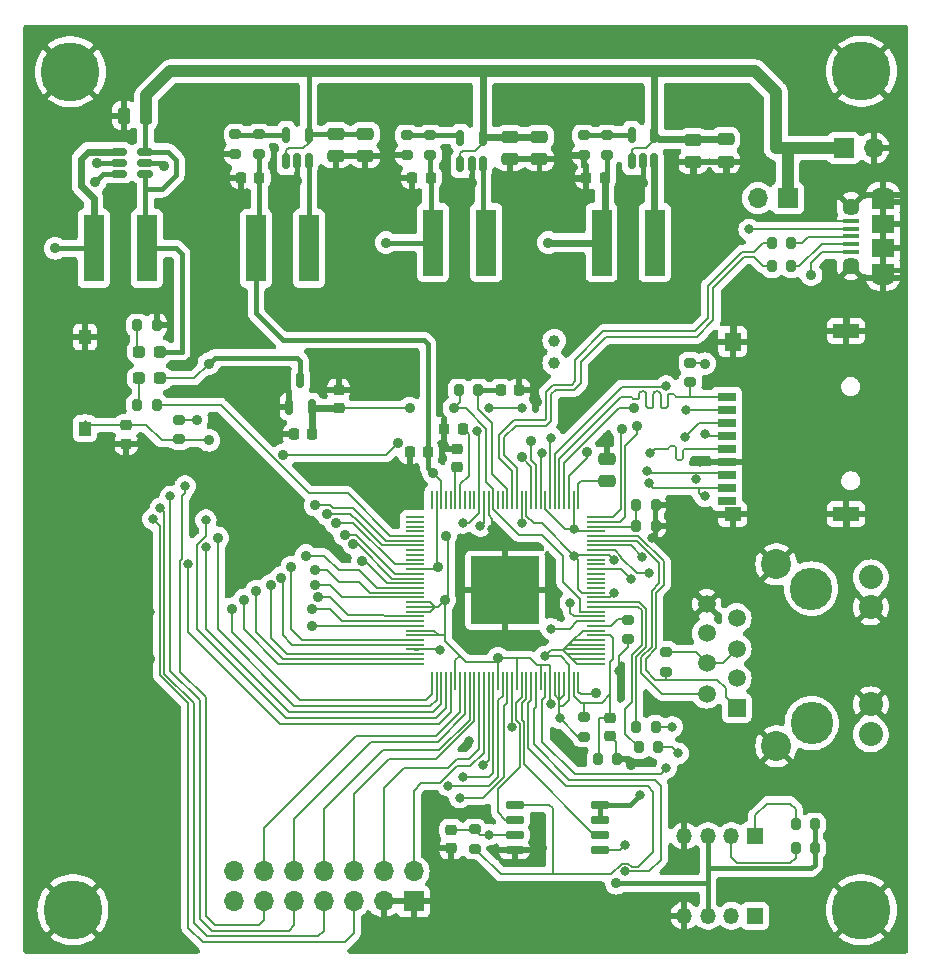
<source format=gtl>
G04 #@! TF.GenerationSoftware,KiCad,Pcbnew,8.0.8*
G04 #@! TF.CreationDate,2025-04-08T21:38:23+05:30*
G04 #@! TF.ProjectId,kaage_pi,6b616167-655f-4706-992e-6b696361645f,rev?*
G04 #@! TF.SameCoordinates,Original*
G04 #@! TF.FileFunction,Copper,L1,Top*
G04 #@! TF.FilePolarity,Positive*
%FSLAX46Y46*%
G04 Gerber Fmt 4.6, Leading zero omitted, Abs format (unit mm)*
G04 Created by KiCad (PCBNEW 8.0.8) date 2025-04-08 21:38:23*
%MOMM*%
%LPD*%
G01*
G04 APERTURE LIST*
G04 Aperture macros list*
%AMRoundRect*
0 Rectangle with rounded corners*
0 $1 Rounding radius*
0 $2 $3 $4 $5 $6 $7 $8 $9 X,Y pos of 4 corners*
0 Add a 4 corners polygon primitive as box body*
4,1,4,$2,$3,$4,$5,$6,$7,$8,$9,$2,$3,0*
0 Add four circle primitives for the rounded corners*
1,1,$1+$1,$2,$3*
1,1,$1+$1,$4,$5*
1,1,$1+$1,$6,$7*
1,1,$1+$1,$8,$9*
0 Add four rect primitives between the rounded corners*
20,1,$1+$1,$2,$3,$4,$5,0*
20,1,$1+$1,$4,$5,$6,$7,0*
20,1,$1+$1,$6,$7,$8,$9,0*
20,1,$1+$1,$8,$9,$2,$3,0*%
G04 Aperture macros list end*
G04 #@! TA.AperFunction,SMDPad,CuDef*
%ADD10R,1.000000X1.250000*%
G04 #@! TD*
G04 #@! TA.AperFunction,SMDPad,CuDef*
%ADD11RoundRect,0.250000X0.475000X-0.250000X0.475000X0.250000X-0.475000X0.250000X-0.475000X-0.250000X0*%
G04 #@! TD*
G04 #@! TA.AperFunction,SMDPad,CuDef*
%ADD12R,1.700000X5.700000*%
G04 #@! TD*
G04 #@! TA.AperFunction,ComponentPad*
%ADD13C,5.000000*%
G04 #@! TD*
G04 #@! TA.AperFunction,SMDPad,CuDef*
%ADD14RoundRect,0.200000X0.275000X-0.200000X0.275000X0.200000X-0.275000X0.200000X-0.275000X-0.200000X0*%
G04 #@! TD*
G04 #@! TA.AperFunction,SMDPad,CuDef*
%ADD15RoundRect,0.150000X-0.512500X-0.150000X0.512500X-0.150000X0.512500X0.150000X-0.512500X0.150000X0*%
G04 #@! TD*
G04 #@! TA.AperFunction,ComponentPad*
%ADD16R,1.350000X1.350000*%
G04 #@! TD*
G04 #@! TA.AperFunction,ComponentPad*
%ADD17O,1.350000X1.350000*%
G04 #@! TD*
G04 #@! TA.AperFunction,SMDPad,CuDef*
%ADD18RoundRect,0.200000X-0.275000X0.200000X-0.275000X-0.200000X0.275000X-0.200000X0.275000X0.200000X0*%
G04 #@! TD*
G04 #@! TA.AperFunction,SMDPad,CuDef*
%ADD19RoundRect,0.200000X-0.200000X-0.275000X0.200000X-0.275000X0.200000X0.275000X-0.200000X0.275000X0*%
G04 #@! TD*
G04 #@! TA.AperFunction,SMDPad,CuDef*
%ADD20RoundRect,0.225000X-0.250000X0.225000X-0.250000X-0.225000X0.250000X-0.225000X0.250000X0.225000X0*%
G04 #@! TD*
G04 #@! TA.AperFunction,ComponentPad*
%ADD21C,2.540000*%
G04 #@! TD*
G04 #@! TA.AperFunction,ComponentPad*
%ADD22R,1.500000X1.500000*%
G04 #@! TD*
G04 #@! TA.AperFunction,ComponentPad*
%ADD23C,1.500000*%
G04 #@! TD*
G04 #@! TA.AperFunction,ComponentPad*
%ADD24C,2.032000*%
G04 #@! TD*
G04 #@! TA.AperFunction,ComponentPad*
%ADD25C,3.599180*%
G04 #@! TD*
G04 #@! TA.AperFunction,SMDPad,CuDef*
%ADD26RoundRect,0.225000X0.250000X-0.225000X0.250000X0.225000X-0.250000X0.225000X-0.250000X-0.225000X0*%
G04 #@! TD*
G04 #@! TA.AperFunction,SMDPad,CuDef*
%ADD27RoundRect,0.250000X-0.475000X0.250000X-0.475000X-0.250000X0.475000X-0.250000X0.475000X0.250000X0*%
G04 #@! TD*
G04 #@! TA.AperFunction,SMDPad,CuDef*
%ADD28RoundRect,0.150000X0.150000X-0.512500X0.150000X0.512500X-0.150000X0.512500X-0.150000X-0.512500X0*%
G04 #@! TD*
G04 #@! TA.AperFunction,SMDPad,CuDef*
%ADD29RoundRect,0.225000X0.225000X0.250000X-0.225000X0.250000X-0.225000X-0.250000X0.225000X-0.250000X0*%
G04 #@! TD*
G04 #@! TA.AperFunction,SMDPad,CuDef*
%ADD30RoundRect,0.150000X-0.650000X-0.150000X0.650000X-0.150000X0.650000X0.150000X-0.650000X0.150000X0*%
G04 #@! TD*
G04 #@! TA.AperFunction,SMDPad,CuDef*
%ADD31RoundRect,0.200000X0.200000X0.275000X-0.200000X0.275000X-0.200000X-0.275000X0.200000X-0.275000X0*%
G04 #@! TD*
G04 #@! TA.AperFunction,ComponentPad*
%ADD32R,1.700000X1.700000*%
G04 #@! TD*
G04 #@! TA.AperFunction,ComponentPad*
%ADD33O,1.700000X1.700000*%
G04 #@! TD*
G04 #@! TA.AperFunction,SMDPad,CuDef*
%ADD34RoundRect,0.237500X-0.287500X-0.237500X0.287500X-0.237500X0.287500X0.237500X-0.287500X0.237500X0*%
G04 #@! TD*
G04 #@! TA.AperFunction,SMDPad,CuDef*
%ADD35RoundRect,0.225000X-0.225000X-0.250000X0.225000X-0.250000X0.225000X0.250000X-0.225000X0.250000X0*%
G04 #@! TD*
G04 #@! TA.AperFunction,ComponentPad*
%ADD36C,1.000000*%
G04 #@! TD*
G04 #@! TA.AperFunction,SMDPad,CuDef*
%ADD37R,1.350000X0.400000*%
G04 #@! TD*
G04 #@! TA.AperFunction,HeatsinkPad*
%ADD38O,1.900000X1.200000*%
G04 #@! TD*
G04 #@! TA.AperFunction,SMDPad,CuDef*
%ADD39R,1.900000X1.200000*%
G04 #@! TD*
G04 #@! TA.AperFunction,HeatsinkPad*
%ADD40C,1.450000*%
G04 #@! TD*
G04 #@! TA.AperFunction,SMDPad,CuDef*
%ADD41R,1.900000X1.500000*%
G04 #@! TD*
G04 #@! TA.AperFunction,SMDPad,CuDef*
%ADD42RoundRect,0.250000X0.250000X0.475000X-0.250000X0.475000X-0.250000X-0.475000X0.250000X-0.475000X0*%
G04 #@! TD*
G04 #@! TA.AperFunction,SMDPad,CuDef*
%ADD43R,1.600000X0.700000*%
G04 #@! TD*
G04 #@! TA.AperFunction,SMDPad,CuDef*
%ADD44R,1.400000X1.200000*%
G04 #@! TD*
G04 #@! TA.AperFunction,SMDPad,CuDef*
%ADD45R,2.200000X1.200000*%
G04 #@! TD*
G04 #@! TA.AperFunction,SMDPad,CuDef*
%ADD46R,1.400000X1.600000*%
G04 #@! TD*
G04 #@! TA.AperFunction,SMDPad,CuDef*
%ADD47RoundRect,0.062500X-0.675000X-0.062500X0.675000X-0.062500X0.675000X0.062500X-0.675000X0.062500X0*%
G04 #@! TD*
G04 #@! TA.AperFunction,SMDPad,CuDef*
%ADD48RoundRect,0.062500X-0.062500X-0.675000X0.062500X-0.675000X0.062500X0.675000X-0.062500X0.675000X0*%
G04 #@! TD*
G04 #@! TA.AperFunction,SMDPad,CuDef*
%ADD49R,5.720000X5.720000*%
G04 #@! TD*
G04 #@! TA.AperFunction,ViaPad*
%ADD50C,0.800000*%
G04 #@! TD*
G04 #@! TA.AperFunction,ViaPad*
%ADD51C,0.900000*%
G04 #@! TD*
G04 #@! TA.AperFunction,Conductor*
%ADD52C,0.400000*%
G04 #@! TD*
G04 #@! TA.AperFunction,Conductor*
%ADD53C,0.200000*%
G04 #@! TD*
G04 #@! TA.AperFunction,Conductor*
%ADD54C,0.600000*%
G04 #@! TD*
G04 #@! TA.AperFunction,Conductor*
%ADD55C,1.000000*%
G04 #@! TD*
G04 APERTURE END LIST*
D10*
X118500000Y-84250000D03*
X118500000Y-76500000D03*
D11*
X162750000Y-88700000D03*
X162750000Y-86800000D03*
D12*
X119250000Y-69000000D03*
X123750000Y-69000000D03*
D13*
X184250000Y-125000000D03*
D14*
X151500000Y-119825000D03*
X151500000Y-118175000D03*
D15*
X121362500Y-60800000D03*
X121362500Y-61750000D03*
X121362500Y-62700000D03*
X123637500Y-62700000D03*
X123637500Y-61750000D03*
X123637500Y-60800000D03*
D16*
X175250000Y-118750000D03*
D17*
X173250000Y-118750000D03*
X171250000Y-118750000D03*
X169250000Y-118750000D03*
D18*
X131250000Y-59350000D03*
X131250000Y-61000000D03*
D19*
X165175000Y-109500000D03*
X166825000Y-109500000D03*
D20*
X122000000Y-83975000D03*
X122000000Y-85525000D03*
D21*
X177049600Y-111150480D03*
X177049600Y-95750460D03*
D22*
X173699340Y-107899280D03*
D23*
X171149180Y-106700400D03*
X173699340Y-105399920D03*
X171149180Y-104099440D03*
X173699340Y-102900560D03*
X171149180Y-101600080D03*
X173699340Y-100299600D03*
X171149180Y-99100720D03*
D24*
X185049840Y-110149720D03*
X185049840Y-107599560D03*
X185049840Y-99400440D03*
X185049840Y-96850280D03*
D25*
X180049340Y-109199760D03*
X180001080Y-97800240D03*
D26*
X150000000Y-87525000D03*
X150000000Y-85975000D03*
D12*
X162250000Y-68500000D03*
X166750000Y-68500000D03*
D27*
X154500000Y-59550000D03*
X154500000Y-61450000D03*
D28*
X164800000Y-61637500D03*
X165750000Y-61637500D03*
X166700000Y-61637500D03*
X166700000Y-59362500D03*
X164800000Y-59362500D03*
D29*
X133275000Y-63000000D03*
X131725000Y-63000000D03*
D30*
X154900000Y-116095000D03*
X154900000Y-117365000D03*
X154900000Y-118635000D03*
X154900000Y-119905000D03*
X162100000Y-119905000D03*
X162100000Y-118635000D03*
X162100000Y-117365000D03*
X162100000Y-116095000D03*
D18*
X164500000Y-100425000D03*
X164500000Y-102075000D03*
D19*
X178675000Y-119750000D03*
X180325000Y-119750000D03*
D31*
X151825000Y-81000000D03*
X150175000Y-81000000D03*
D29*
X137775000Y-84750000D03*
X136225000Y-84750000D03*
D14*
X167750000Y-104825000D03*
X167750000Y-103175000D03*
D27*
X139750000Y-59300000D03*
X139750000Y-61200000D03*
D32*
X146350000Y-124290000D03*
D33*
X146350000Y-121750000D03*
X143810000Y-124290000D03*
X143810000Y-121750000D03*
X141270000Y-124290000D03*
X141270000Y-121750000D03*
X138730000Y-124290000D03*
X138730000Y-121750000D03*
X136190000Y-124290000D03*
X136190000Y-121750000D03*
X133650000Y-124290000D03*
X133650000Y-121750000D03*
X131110000Y-124290000D03*
X131110000Y-121750000D03*
D31*
X166825000Y-92500000D03*
X165175000Y-92500000D03*
D26*
X140000000Y-82525000D03*
X140000000Y-80975000D03*
D29*
X162525000Y-63000000D03*
X160975000Y-63000000D03*
D32*
X178025000Y-64750000D03*
D33*
X175485000Y-64750000D03*
D18*
X160750000Y-59425000D03*
X160750000Y-61075000D03*
D34*
X123125000Y-77750000D03*
X124875000Y-77750000D03*
D19*
X122925000Y-82250000D03*
X124575000Y-82250000D03*
D14*
X160750000Y-110325000D03*
X160750000Y-108675000D03*
D31*
X178325000Y-70500000D03*
X176675000Y-70500000D03*
D27*
X172750000Y-59750000D03*
X172750000Y-61650000D03*
D14*
X162750000Y-61075000D03*
X162750000Y-59425000D03*
D29*
X150500000Y-84250000D03*
X148950000Y-84250000D03*
D16*
X175250000Y-125500000D03*
D17*
X173250000Y-125500000D03*
X171250000Y-125500000D03*
X169250000Y-125500000D03*
D18*
X126500000Y-83500000D03*
X126500000Y-85150000D03*
D32*
X182750000Y-60500000D03*
D33*
X185290000Y-60500000D03*
D19*
X165425000Y-111250000D03*
X167075000Y-111250000D03*
D35*
X153725000Y-81000000D03*
X155275000Y-81000000D03*
D29*
X147550000Y-86250000D03*
X146000000Y-86250000D03*
D36*
X158250000Y-76800000D03*
X158250000Y-78700000D03*
D12*
X148000000Y-68500000D03*
X152500000Y-68500000D03*
D29*
X147775000Y-63000000D03*
X146225000Y-63000000D03*
D37*
X183380000Y-69270000D03*
X183380000Y-68620000D03*
X183380000Y-67970000D03*
X183380000Y-67320000D03*
X183380000Y-66670000D03*
D38*
X186080000Y-71470000D03*
D39*
X186080000Y-70870000D03*
D40*
X183380000Y-70470000D03*
D41*
X186080000Y-68970000D03*
X186080000Y-66970000D03*
D40*
X183380000Y-65470000D03*
D39*
X186080000Y-65070000D03*
D38*
X186080000Y-64470000D03*
D13*
X117500000Y-125000000D03*
D18*
X145750000Y-59425000D03*
X145750000Y-61075000D03*
D20*
X163000000Y-108725000D03*
X163000000Y-110275000D03*
D13*
X117280000Y-54040000D03*
D19*
X122925000Y-75500000D03*
X124575000Y-75500000D03*
D20*
X149500000Y-118225000D03*
X149500000Y-119775000D03*
D28*
X135800000Y-82387500D03*
X137700000Y-82387500D03*
X136750000Y-80112500D03*
D14*
X147750000Y-61075000D03*
X147750000Y-59425000D03*
D19*
X178675000Y-117750000D03*
X180325000Y-117750000D03*
D31*
X166825000Y-90750000D03*
X165175000Y-90750000D03*
D42*
X123700000Y-57750000D03*
X121800000Y-57750000D03*
D27*
X157000000Y-59550000D03*
X157000000Y-61450000D03*
D14*
X169750000Y-80325000D03*
X169750000Y-78675000D03*
D27*
X170000000Y-59800000D03*
X170000000Y-61700000D03*
D19*
X161925000Y-112250000D03*
X163575000Y-112250000D03*
D43*
X172850000Y-81550000D03*
X172850000Y-82650000D03*
X172850000Y-83750000D03*
X172850000Y-84850000D03*
X172850000Y-85950000D03*
D44*
X173350000Y-91500000D03*
D45*
X182950000Y-91500000D03*
D43*
X172850000Y-87050000D03*
D46*
X173350000Y-76900000D03*
D45*
X182950000Y-76000000D03*
D43*
X172850000Y-88150000D03*
X172850000Y-89250000D03*
X172850000Y-90350000D03*
D34*
X123125000Y-80000000D03*
X124875000Y-80000000D03*
D28*
X150300000Y-61887500D03*
X151250000Y-61887500D03*
X152200000Y-61887500D03*
X152200000Y-59612500D03*
X150300000Y-59612500D03*
X135550000Y-61637500D03*
X136500000Y-61637500D03*
X137450000Y-61637500D03*
X137450000Y-59362500D03*
X135550000Y-59362500D03*
D47*
X146425000Y-91750000D03*
X146425000Y-92150000D03*
X146425000Y-92550000D03*
X146425000Y-92950000D03*
X146425000Y-93350000D03*
X146425000Y-93750000D03*
X146425000Y-94150000D03*
X146425000Y-94550000D03*
X146425000Y-94950000D03*
X146425000Y-95350000D03*
X146425000Y-95750000D03*
X146425000Y-96150000D03*
X146425000Y-96550000D03*
X146425000Y-96950000D03*
X146425000Y-97350000D03*
X146425000Y-97750000D03*
X146425000Y-98150000D03*
X146425000Y-98550000D03*
X146425000Y-98950000D03*
X146425000Y-99350000D03*
X146425000Y-99750000D03*
X146425000Y-100150000D03*
X146425000Y-100550000D03*
X146425000Y-100950000D03*
X146425000Y-101350000D03*
X146425000Y-101750000D03*
X146425000Y-102150000D03*
X146425000Y-102550000D03*
X146425000Y-102950000D03*
X146425000Y-103350000D03*
X146425000Y-103750000D03*
X146425000Y-104150000D03*
D48*
X147887500Y-105612500D03*
X148287500Y-105612500D03*
X148687500Y-105612500D03*
X149087500Y-105612500D03*
X149487500Y-105612500D03*
X149887500Y-105612500D03*
X150287500Y-105612500D03*
X150687500Y-105612500D03*
X151087500Y-105612500D03*
X151487500Y-105612500D03*
X151887500Y-105612500D03*
X152287500Y-105612500D03*
X152687500Y-105612500D03*
X153087500Y-105612500D03*
X153487500Y-105612500D03*
X153887500Y-105612500D03*
X154287500Y-105612500D03*
X154687500Y-105612500D03*
X155087500Y-105612500D03*
X155487500Y-105612500D03*
X155887500Y-105612500D03*
X156287500Y-105612500D03*
X156687500Y-105612500D03*
X157087500Y-105612500D03*
X157487500Y-105612500D03*
X157887500Y-105612500D03*
X158287500Y-105612500D03*
X158687500Y-105612500D03*
X159087500Y-105612500D03*
X159487500Y-105612500D03*
X159887500Y-105612500D03*
X160287500Y-105612500D03*
D47*
X161750000Y-104150000D03*
X161750000Y-103750000D03*
X161750000Y-103350000D03*
X161750000Y-102950000D03*
X161750000Y-102550000D03*
X161750000Y-102150000D03*
X161750000Y-101750000D03*
X161750000Y-101350000D03*
X161750000Y-100950000D03*
X161750000Y-100550000D03*
X161750000Y-100150000D03*
X161750000Y-99750000D03*
X161750000Y-99350000D03*
X161750000Y-98950000D03*
X161750000Y-98550000D03*
X161750000Y-98150000D03*
X161750000Y-97750000D03*
X161750000Y-97350000D03*
X161750000Y-96950000D03*
X161750000Y-96550000D03*
X161750000Y-96150000D03*
X161750000Y-95750000D03*
X161750000Y-95350000D03*
X161750000Y-94950000D03*
X161750000Y-94550000D03*
X161750000Y-94150000D03*
X161750000Y-93750000D03*
X161750000Y-93350000D03*
X161750000Y-92950000D03*
X161750000Y-92550000D03*
X161750000Y-92150000D03*
X161750000Y-91750000D03*
D48*
X160287500Y-90287500D03*
X159887500Y-90287500D03*
X159487500Y-90287500D03*
X159087500Y-90287500D03*
X158687500Y-90287500D03*
X158287500Y-90287500D03*
X157887500Y-90287500D03*
X157487500Y-90287500D03*
X157087500Y-90287500D03*
X156687500Y-90287500D03*
X156287500Y-90287500D03*
X155887500Y-90287500D03*
X155487500Y-90287500D03*
X155087500Y-90287500D03*
X154687500Y-90287500D03*
X154287500Y-90287500D03*
X153887500Y-90287500D03*
X153487500Y-90287500D03*
X153087500Y-90287500D03*
X152687500Y-90287500D03*
X152287500Y-90287500D03*
X151887500Y-90287500D03*
X151487500Y-90287500D03*
X151087500Y-90287500D03*
X150687500Y-90287500D03*
X150287500Y-90287500D03*
X149887500Y-90287500D03*
X149487500Y-90287500D03*
X149087500Y-90287500D03*
X148687500Y-90287500D03*
X148287500Y-90287500D03*
X147887500Y-90287500D03*
D49*
X154087500Y-97950000D03*
D31*
X178325000Y-68500000D03*
X176675000Y-68500000D03*
D12*
X133000000Y-69000000D03*
X137500000Y-69000000D03*
D27*
X142250000Y-59300000D03*
X142250000Y-61200000D03*
D13*
X184250000Y-54000000D03*
D14*
X133250000Y-61000000D03*
X133250000Y-59350000D03*
D50*
X168000000Y-51500000D03*
D51*
X123500000Y-107750000D03*
D50*
X122250000Y-127000000D03*
X148000000Y-51500000D03*
X158000000Y-127250000D03*
X151000000Y-110747600D03*
X178250000Y-51500000D03*
D51*
X119500000Y-57750000D03*
X118550000Y-114200000D03*
X146000000Y-88000000D03*
D50*
X135500000Y-51500000D03*
X152000000Y-101750000D03*
X171500000Y-92500000D03*
X123500000Y-51500000D03*
X121750000Y-122000000D03*
D51*
X159250000Y-63000000D03*
D50*
X131000000Y-74000000D03*
D51*
X148936095Y-85746113D03*
D50*
X153750000Y-124750000D03*
D51*
X124575000Y-74175000D03*
D50*
X186750000Y-116750000D03*
D51*
X123250000Y-85500000D03*
D50*
X166500000Y-93500000D03*
D51*
X127750000Y-56000000D03*
X118500000Y-74750000D03*
D50*
X166000000Y-74000000D03*
X151750000Y-103000000D03*
D51*
X118550000Y-86300000D03*
X154500000Y-63000000D03*
X139750000Y-63000000D03*
X157000000Y-63000000D03*
D50*
X179500000Y-124250000D03*
X116250000Y-74500000D03*
X152320000Y-98010000D03*
X141000000Y-74000000D03*
X170250000Y-51500000D03*
X152000000Y-51500000D03*
D51*
X140000000Y-79250000D03*
D50*
X168750000Y-95750000D03*
D51*
X134000000Y-84750000D03*
X164750000Y-112750000D03*
D50*
X124000000Y-99750000D03*
X123250000Y-117000000D03*
D51*
X170000000Y-63250000D03*
X130250000Y-63000000D03*
D50*
X179500000Y-126750000D03*
D51*
X180547600Y-66000000D03*
D50*
X122250000Y-124500000D03*
D51*
X142250000Y-63000000D03*
D50*
X162250000Y-51500000D03*
X155900000Y-99260000D03*
D51*
X173350000Y-74350000D03*
D50*
X119250000Y-119500000D03*
X154250000Y-51500000D03*
X150250000Y-51500000D03*
X160000000Y-124750000D03*
X155880000Y-97890000D03*
X131000000Y-76500000D03*
X121250000Y-117000000D03*
D51*
X151250000Y-63500000D03*
D50*
X182950000Y-93450000D03*
X137750000Y-51500000D03*
X152290000Y-96260000D03*
X156000000Y-51500000D03*
X160250000Y-51500000D03*
X115250000Y-119500000D03*
X152370000Y-99620000D03*
X164000000Y-51500000D03*
X116250000Y-72000000D03*
D51*
X155250000Y-74750000D03*
D50*
X124250000Y-122000000D03*
X160000000Y-127250000D03*
D51*
X165750000Y-63500000D03*
D50*
X176000000Y-51500000D03*
X133750000Y-51500000D03*
X152000000Y-124750000D03*
X115250000Y-117000000D03*
D51*
X144250000Y-63000000D03*
D50*
X141000000Y-71500000D03*
D51*
X161500000Y-80000000D03*
D50*
X123250000Y-119500000D03*
X186750000Y-119250000D03*
X152000000Y-127250000D03*
X180250000Y-51500000D03*
X168250000Y-92500000D03*
X158250000Y-51500000D03*
D51*
X182950000Y-74050000D03*
D50*
X166000000Y-51500000D03*
X156000000Y-127250000D03*
X124500000Y-127000000D03*
X146000000Y-51500000D03*
X153750000Y-127250000D03*
D51*
X144250000Y-61000000D03*
D50*
X127500000Y-51500000D03*
X172000000Y-51500000D03*
X170602400Y-87050000D03*
X117000000Y-119500000D03*
D51*
X159250000Y-61000000D03*
D50*
X154280000Y-99520000D03*
X156000000Y-124750000D03*
X117000000Y-117000000D03*
D51*
X136500000Y-63250000D03*
X124000000Y-103750000D03*
X172750000Y-63250000D03*
X125500000Y-112000000D03*
X119500000Y-61750000D03*
D50*
X124250000Y-124500000D03*
X149500000Y-121000000D03*
X128000000Y-91000000D03*
X141750000Y-51500000D03*
X121250000Y-119500000D03*
X158000000Y-124750000D03*
X153000000Y-92750000D03*
D51*
X115000000Y-63250000D03*
X156750000Y-82000000D03*
D50*
X155820000Y-96260000D03*
D51*
X162750000Y-85000000D03*
D50*
X139750000Y-51500000D03*
X144000000Y-51500000D03*
X125500000Y-51500000D03*
X131500000Y-51500000D03*
X174250000Y-51500000D03*
X129750000Y-51500000D03*
D51*
X133637500Y-82387500D03*
X124000000Y-109750000D03*
D50*
X154087500Y-97950000D03*
X163500000Y-74000000D03*
X163750000Y-104750000D03*
X119250000Y-117000000D03*
D51*
X157250000Y-119750000D03*
D50*
X160500000Y-112250000D03*
X154120000Y-96240000D03*
D51*
X129750000Y-61000000D03*
X131500000Y-91500000D03*
D50*
X169750000Y-92500000D03*
D51*
X135250000Y-86500000D03*
D50*
X155500000Y-82500000D03*
X152750000Y-82500000D03*
D51*
X129000000Y-85250000D03*
X161000000Y-86250000D03*
X145000000Y-85500000D03*
X149000000Y-98750000D03*
X149070933Y-93320933D03*
X148000000Y-88000000D03*
D50*
X163280338Y-95380629D03*
X158000000Y-107550962D03*
D51*
X153500000Y-103700000D03*
D50*
X159950000Y-95000000D03*
D51*
X161750000Y-106647600D03*
X144000000Y-68500000D03*
D50*
X157450000Y-103550000D03*
X158750000Y-108800000D03*
X163345200Y-98191289D03*
X164750000Y-97000000D03*
X148550000Y-103000000D03*
D51*
X129000000Y-78750000D03*
D50*
X167750000Y-113000000D03*
X152750000Y-118635000D03*
X155500000Y-92225000D03*
X154687500Y-109500000D03*
D51*
X163500000Y-122750000D03*
X157750000Y-68500000D03*
X148397600Y-96000000D03*
D50*
X159950000Y-92750000D03*
D51*
X128000000Y-83500000D03*
D50*
X165500000Y-115250000D03*
X151750000Y-84500000D03*
X150500000Y-92250000D03*
X152000000Y-92500000D03*
D51*
X165250000Y-84000000D03*
X164000000Y-84250000D03*
X149750000Y-82500000D03*
X146000000Y-82525000D03*
D50*
X171000000Y-84750000D03*
D51*
X171000000Y-78750000D03*
D50*
X159600000Y-99000000D03*
X158000000Y-101200000D03*
D51*
X125250000Y-62000000D03*
X116000000Y-69000000D03*
D50*
X168250000Y-109500000D03*
X168750000Y-111750000D03*
X166250000Y-96500000D03*
X165663683Y-95086317D03*
D51*
X165000000Y-82500000D03*
D50*
X174750000Y-67397600D03*
D51*
X180000000Y-71250000D03*
D50*
X166370000Y-86360000D03*
X157226000Y-86360000D03*
X158010000Y-85050000D03*
X169291000Y-84963000D03*
X167730000Y-80660000D03*
X169440000Y-82720000D03*
X170250000Y-88500000D03*
X166125000Y-87875000D03*
D51*
X156250000Y-85344000D03*
D50*
X171000000Y-90000000D03*
X166250334Y-88852400D03*
D51*
X155500000Y-86685869D03*
D50*
X150250000Y-115500000D03*
X149250000Y-114500000D03*
X150500000Y-113750000D03*
X152250000Y-112750000D03*
X124897600Y-91000000D03*
X124250000Y-91897600D03*
X127000000Y-89102400D03*
X125750000Y-90000000D03*
D51*
X134250000Y-97500000D03*
X136000000Y-96000000D03*
X137250000Y-95000000D03*
X138255245Y-98520980D03*
X138000000Y-90750000D03*
X142000000Y-95500000D03*
X132000000Y-98750000D03*
X138000000Y-96250000D03*
X139000000Y-91500000D03*
X139750000Y-92250000D03*
X119375000Y-63375000D03*
D50*
X128750000Y-92000000D03*
D51*
X137750000Y-101000000D03*
X141250000Y-94000000D03*
X131000000Y-99500000D03*
X138000000Y-97500000D03*
X140500000Y-93250000D03*
X133000000Y-98000000D03*
X137750000Y-99500000D03*
D50*
X127250000Y-95750000D03*
D51*
X135125000Y-96875000D03*
D50*
X128750000Y-94250000D03*
D51*
X129750000Y-93500000D03*
D50*
X164250000Y-119500000D03*
X164250000Y-121750000D03*
D52*
X151250000Y-61887500D02*
X151250000Y-63500000D01*
D53*
X152687500Y-91585577D02*
X153000000Y-91898077D01*
D54*
X172750000Y-61650000D02*
X172750000Y-63250000D01*
X170000000Y-61700000D02*
X170000000Y-63250000D01*
D53*
X164500000Y-102750000D02*
X164500000Y-102075000D01*
X163500000Y-112075000D02*
X163325000Y-112250000D01*
X166825000Y-92500000D02*
X166825000Y-93175000D01*
D54*
X171500000Y-92000000D02*
X171500000Y-92500000D01*
D53*
X153000000Y-91898077D02*
X153000000Y-92750000D01*
X163750000Y-103500000D02*
X164500000Y-102750000D01*
D52*
X155275000Y-81000000D02*
X156250000Y-81000000D01*
X164750000Y-112750000D02*
X164250000Y-112250000D01*
D53*
X180547600Y-66000000D02*
X181247600Y-66700000D01*
X163750000Y-104750000D02*
X163750000Y-103500000D01*
D52*
X154500000Y-61450000D02*
X154500000Y-63000000D01*
X157000000Y-61450000D02*
X157000000Y-63000000D01*
X133637500Y-82387500D02*
X135800000Y-82387500D01*
X165750000Y-61637500D02*
X165750000Y-63500000D01*
X136500000Y-61637500D02*
X136500000Y-63250000D01*
X146000000Y-88000000D02*
X146000000Y-86250000D01*
X146225000Y-63000000D02*
X144250000Y-63000000D01*
D53*
X152687500Y-90287500D02*
X152687500Y-91585577D01*
D52*
X144325000Y-61075000D02*
X144250000Y-61000000D01*
X131725000Y-63000000D02*
X130250000Y-63000000D01*
D54*
X173350000Y-91500000D02*
X172000000Y-91500000D01*
D52*
X136225000Y-84750000D02*
X134000000Y-84750000D01*
X118500000Y-75875000D02*
X118500000Y-74750000D01*
X149500000Y-121000000D02*
X149500000Y-119775000D01*
D53*
X163500000Y-110775000D02*
X163500000Y-112075000D01*
D52*
X121550000Y-57750000D02*
X119500000Y-57750000D01*
D54*
X159325000Y-61075000D02*
X159250000Y-61000000D01*
D52*
X140000000Y-80975000D02*
X140000000Y-79250000D01*
D54*
X182950000Y-93450000D02*
X182950000Y-91500000D01*
D52*
X148950000Y-85732208D02*
X148936095Y-85746113D01*
D54*
X172000000Y-91500000D02*
X171500000Y-92000000D01*
D52*
X164250000Y-112250000D02*
X163575000Y-112250000D01*
D53*
X166825000Y-91000000D02*
X166825000Y-92500000D01*
D52*
X156250000Y-81000000D02*
X156750000Y-81500000D01*
X131250000Y-61000000D02*
X129750000Y-61000000D01*
D54*
X182950000Y-74050000D02*
X182950000Y-76000000D01*
X173350000Y-74350000D02*
X173350000Y-76900000D01*
D52*
X156750000Y-81500000D02*
X156750000Y-82000000D01*
X124575000Y-74175000D02*
X124575000Y-75500000D01*
D53*
X183350000Y-66700000D02*
X183380000Y-66670000D01*
D52*
X142250000Y-61200000D02*
X142250000Y-63000000D01*
X123225000Y-85525000D02*
X123250000Y-85500000D01*
X121362500Y-61750000D02*
X119500000Y-61750000D01*
X157095000Y-119905000D02*
X154900000Y-119905000D01*
D53*
X182440000Y-66700000D02*
X183350000Y-66700000D01*
X170602400Y-87050000D02*
X172850000Y-87050000D01*
X166825000Y-93175000D02*
X166500000Y-93500000D01*
D54*
X160750000Y-61075000D02*
X159325000Y-61075000D01*
D52*
X139750000Y-61200000D02*
X139750000Y-63000000D01*
X149164982Y-85975000D02*
X148936095Y-85746113D01*
X162750000Y-85000000D02*
X162750000Y-86800000D01*
X157250000Y-119750000D02*
X157095000Y-119905000D01*
X122000000Y-85525000D02*
X123225000Y-85525000D01*
X148950000Y-84250000D02*
X148950000Y-85732208D01*
X150000000Y-85975000D02*
X149164982Y-85975000D01*
X162250000Y-86800000D02*
X162750000Y-86800000D01*
X145750000Y-61075000D02*
X144325000Y-61075000D01*
D53*
X155750000Y-81000000D02*
X155275000Y-81000000D01*
D54*
X160975000Y-63000000D02*
X159250000Y-63000000D01*
D53*
X163000000Y-110275000D02*
X163500000Y-110775000D01*
X181247600Y-66700000D02*
X182440000Y-66700000D01*
X160287500Y-88962500D02*
X160550000Y-88700000D01*
X160287500Y-90287500D02*
X160287500Y-88962500D01*
X160550000Y-88700000D02*
X162250000Y-88700000D01*
X125000000Y-85250000D02*
X123725000Y-83975000D01*
X123725000Y-83975000D02*
X121500000Y-83975000D01*
X145000000Y-85500000D02*
X144000000Y-86500000D01*
X144000000Y-86500000D02*
X135250000Y-86500000D01*
X121500000Y-83975000D02*
X118850000Y-83975000D01*
X161000000Y-86750000D02*
X159487500Y-88262500D01*
X155500000Y-82500000D02*
X152750000Y-82500000D01*
X161000000Y-86250000D02*
X161000000Y-86750000D01*
X118850000Y-83975000D02*
X118500000Y-83625000D01*
X129000000Y-85250000D02*
X125000000Y-85250000D01*
X159487500Y-88262500D02*
X159487500Y-90287500D01*
X156500000Y-92250000D02*
X155887500Y-91637500D01*
X161750000Y-94950000D02*
X160000000Y-94950000D01*
X146425000Y-101750000D02*
X149000000Y-101750000D01*
X148125000Y-99375000D02*
X148375000Y-99375000D01*
X148500000Y-101750000D02*
X149000000Y-101750000D01*
D52*
X147552400Y-82832365D02*
X147552400Y-77052400D01*
X147550000Y-87550000D02*
X147550000Y-82834765D01*
X147550000Y-82834765D02*
X147552400Y-82832365D01*
D53*
X150750000Y-104000000D02*
X150250000Y-103500000D01*
X157200000Y-92250000D02*
X156500000Y-92250000D01*
X148100000Y-99350000D02*
X146425000Y-99350000D01*
X160600000Y-98150000D02*
X161750000Y-98150000D01*
X149070933Y-93320933D02*
X149250000Y-93500000D01*
X153487500Y-105612500D02*
X153487500Y-103712500D01*
X153500000Y-103700000D02*
X153200000Y-104000000D01*
X157887500Y-104250000D02*
X157887500Y-105612500D01*
X156500000Y-104000000D02*
X156750000Y-104250000D01*
X155887500Y-91637500D02*
X155887500Y-90287500D01*
D52*
X135250000Y-76750000D02*
X133000000Y-74500000D01*
D53*
X147750000Y-99750000D02*
X148125000Y-99375000D01*
X160500000Y-106750000D02*
X160287500Y-106537500D01*
X148100000Y-101350000D02*
X148500000Y-101750000D01*
X156200000Y-103700000D02*
X155550000Y-103700000D01*
D52*
X133275000Y-68725000D02*
X133000000Y-69000000D01*
D53*
X156750000Y-104250000D02*
X157887500Y-104250000D01*
X150250000Y-103500000D02*
X149000000Y-102250000D01*
X160250000Y-95300000D02*
X160250000Y-97800000D01*
X153500000Y-103700000D02*
X155250000Y-103700000D01*
D52*
X133000000Y-74500000D02*
X133000000Y-69000000D01*
X148000000Y-88000000D02*
X147550000Y-87550000D01*
D53*
X153487500Y-103712500D02*
X153500000Y-103700000D01*
D52*
X147250000Y-76750000D02*
X135250000Y-76750000D01*
D53*
X149000000Y-102250000D02*
X149000000Y-101750000D01*
X159950000Y-95000000D02*
X160250000Y-95300000D01*
X146425000Y-101350000D02*
X148100000Y-101350000D01*
D52*
X133275000Y-61025000D02*
X133250000Y-61000000D01*
D53*
X148375000Y-99375000D02*
X149000000Y-98750000D01*
X149250000Y-98500000D02*
X149000000Y-98750000D01*
X146425000Y-99750000D02*
X147750000Y-99750000D01*
X157887500Y-107438462D02*
X157887500Y-105612500D01*
X155087500Y-105612500D02*
X155087500Y-103700000D01*
X163280338Y-95380629D02*
X162849709Y-94950000D01*
X156500000Y-104000000D02*
X156200000Y-103700000D01*
X160287500Y-106537500D02*
X160287500Y-105612500D01*
X153200000Y-104000000D02*
X150750000Y-104000000D01*
D52*
X133275000Y-63000000D02*
X133275000Y-68725000D01*
X133275000Y-63000000D02*
X133275000Y-61025000D01*
D53*
X148000000Y-88000000D02*
X148687500Y-88687500D01*
X148687500Y-88687500D02*
X148687500Y-90287500D01*
D52*
X147552400Y-77052400D02*
X147250000Y-76750000D01*
D53*
X160000000Y-94950000D02*
X159950000Y-95000000D01*
X161647600Y-106750000D02*
X160500000Y-106750000D01*
X148125000Y-99375000D02*
X148100000Y-99350000D01*
X146425000Y-98950000D02*
X147700000Y-98950000D01*
X157087500Y-105612500D02*
X157087500Y-104337500D01*
X149000000Y-101750000D02*
X149000000Y-101250000D01*
X149887500Y-105612500D02*
X149887500Y-103862500D01*
X162849709Y-94950000D02*
X161750000Y-94950000D01*
X149887500Y-103862500D02*
X150250000Y-103500000D01*
X155250000Y-103700000D02*
X155550000Y-103700000D01*
X149000000Y-101250000D02*
X149000000Y-98750000D01*
X161750000Y-106647600D02*
X161647600Y-106750000D01*
X149250000Y-93500000D02*
X149250000Y-98500000D01*
X159950000Y-95000000D02*
X157200000Y-92250000D01*
X158000000Y-107550962D02*
X157887500Y-107438462D01*
X147700000Y-98950000D02*
X148125000Y-99375000D01*
X157000000Y-104250000D02*
X156750000Y-104250000D01*
X160250000Y-97800000D02*
X160600000Y-98150000D01*
X161750000Y-102950000D02*
X159050000Y-102950000D01*
X159550000Y-102550000D02*
X159500000Y-102500000D01*
X158750000Y-108800000D02*
X160275000Y-110325000D01*
X161750000Y-103350000D02*
X159400000Y-103350000D01*
X157450000Y-103550000D02*
X158800000Y-103550000D01*
X163345200Y-98191289D02*
X162986489Y-98550000D01*
X158000000Y-103000000D02*
X159000000Y-103000000D01*
X159087500Y-106850000D02*
X158687500Y-107250000D01*
X158800000Y-103550000D02*
X159487500Y-104237500D01*
X161750000Y-101350000D02*
X160650000Y-101350000D01*
D52*
X147750000Y-61075000D02*
X147750000Y-62975000D01*
D53*
X161750000Y-104150000D02*
X160150000Y-104150000D01*
X162986489Y-98550000D02*
X161750000Y-98550000D01*
X159500000Y-102500000D02*
X159750000Y-102250000D01*
X159250000Y-102750000D02*
X159750000Y-102250000D01*
X159087500Y-105612500D02*
X159087500Y-106850000D01*
X159250000Y-102750000D02*
X159500000Y-102500000D01*
X158687500Y-108737500D02*
X158687500Y-107750000D01*
X158687500Y-107750000D02*
X158687500Y-107250000D01*
X159487500Y-104237500D02*
X159487500Y-105612500D01*
X159487500Y-105612500D02*
X159487500Y-107237500D01*
X158287500Y-106850000D02*
X158687500Y-107250000D01*
X159625000Y-102375000D02*
X159500000Y-102500000D01*
X158287500Y-105612500D02*
X158287500Y-106850000D01*
X159487500Y-107237500D02*
X158975000Y-107750000D01*
X161750000Y-102150000D02*
X159850000Y-102150000D01*
X159750000Y-103750000D02*
X161750000Y-103750000D01*
X159750000Y-102550000D02*
X159550000Y-102550000D01*
X160275000Y-110325000D02*
X160750000Y-110325000D01*
X158687500Y-105612500D02*
X158687500Y-107250000D01*
X159750000Y-102250000D02*
X159625000Y-102375000D01*
X159000000Y-103000000D02*
X159250000Y-102750000D01*
D52*
X147775000Y-63000000D02*
X147775000Y-68275000D01*
X147750000Y-62975000D02*
X147775000Y-63000000D01*
D53*
X159000000Y-103000000D02*
X159750000Y-103750000D01*
X161750000Y-102550000D02*
X159750000Y-102550000D01*
D52*
X148000000Y-68500000D02*
X144000000Y-68500000D01*
D53*
X158750000Y-108800000D02*
X158687500Y-108737500D01*
X158975000Y-107750000D02*
X158687500Y-107750000D01*
X157450000Y-103550000D02*
X158000000Y-103000000D01*
D52*
X147775000Y-68275000D02*
X148000000Y-68500000D01*
D53*
X160150000Y-104150000D02*
X159000000Y-103000000D01*
X159850000Y-102150000D02*
X159750000Y-102250000D01*
X160650000Y-101350000D02*
X159750000Y-102250000D01*
X161750000Y-92950000D02*
X160150000Y-92950000D01*
D52*
X129500000Y-78250000D02*
X129000000Y-78750000D01*
D53*
X157250000Y-107224519D02*
X157250000Y-110750000D01*
D54*
X162250000Y-68500000D02*
X157750000Y-68500000D01*
D52*
X162750000Y-61075000D02*
X162750000Y-62775000D01*
D54*
X162525000Y-68225000D02*
X162250000Y-68500000D01*
D53*
X148287500Y-90287500D02*
X148287500Y-95889900D01*
X151450000Y-118225000D02*
X149500000Y-118225000D01*
X157487500Y-90287500D02*
X157487500Y-91072068D01*
X159887500Y-90287500D02*
X159887500Y-92687500D01*
X148500000Y-102950000D02*
X146425000Y-102950000D01*
X155487500Y-90287500D02*
X155487500Y-92212500D01*
D52*
X165500000Y-115250000D02*
X164655000Y-116095000D01*
D53*
X157250000Y-110750000D02*
X160000000Y-113500000D01*
X146425000Y-102950000D02*
X146447600Y-102972600D01*
X167250000Y-113500000D02*
X167750000Y-113000000D01*
X160000000Y-113500000D02*
X167250000Y-113500000D01*
D52*
X171250000Y-118750000D02*
X171250000Y-121500000D01*
D53*
X155487500Y-92212500D02*
X155500000Y-92225000D01*
X127750000Y-80000000D02*
X124875000Y-80000000D01*
D52*
X171250000Y-121500000D02*
X180000000Y-121500000D01*
X171250000Y-122750000D02*
X171250000Y-125500000D01*
X162100000Y-116095000D02*
X162100000Y-117365000D01*
D53*
X154796764Y-118635000D02*
X154900000Y-118635000D01*
X146447600Y-102972600D02*
X146750000Y-102972600D01*
X157487500Y-106987019D02*
X157250000Y-107224519D01*
X164750000Y-97000000D02*
X163900000Y-96150000D01*
D52*
X171250000Y-122750000D02*
X163500000Y-122750000D01*
D53*
X129000000Y-78750000D02*
X127750000Y-80000000D01*
X151500000Y-118175000D02*
X151450000Y-118225000D01*
X152750000Y-118635000D02*
X151960000Y-118635000D01*
D52*
X164655000Y-116095000D02*
X162100000Y-116095000D01*
X180325000Y-121175000D02*
X180325000Y-119750000D01*
D54*
X162525000Y-63000000D02*
X162525000Y-68225000D01*
D53*
X160150000Y-92950000D02*
X159950000Y-92750000D01*
D52*
X136500000Y-78250000D02*
X129500000Y-78250000D01*
X136750000Y-80112500D02*
X136750000Y-78500000D01*
D53*
X157487500Y-105612500D02*
X157487500Y-106987019D01*
X149300000Y-118025000D02*
X149500000Y-118225000D01*
X154687500Y-109500000D02*
X154687500Y-105612500D01*
X157487500Y-91072068D02*
X159165432Y-92750000D01*
X151960000Y-118635000D02*
X151500000Y-118175000D01*
X154900000Y-118635000D02*
X152460000Y-118635000D01*
D52*
X171250000Y-121500000D02*
X171250000Y-122750000D01*
D53*
X159165432Y-92750000D02*
X159950000Y-92750000D01*
D52*
X136750000Y-78500000D02*
X136500000Y-78250000D01*
D53*
X126500000Y-83500000D02*
X128000000Y-83500000D01*
X148287500Y-95889900D02*
X148397600Y-96000000D01*
X159887500Y-92687500D02*
X159950000Y-92750000D01*
X148247600Y-96150000D02*
X148397600Y-96000000D01*
X146425000Y-96150000D02*
X148247600Y-96150000D01*
X148550000Y-103000000D02*
X148500000Y-102950000D01*
X163900000Y-96150000D02*
X161750000Y-96150000D01*
D52*
X162750000Y-62775000D02*
X162525000Y-63000000D01*
X180000000Y-121500000D02*
X180325000Y-121175000D01*
X180325000Y-117750000D02*
X180325000Y-119750000D01*
D53*
X160500000Y-107500000D02*
X159887500Y-106887500D01*
X159887500Y-106887500D02*
X159887500Y-105612500D01*
X163000000Y-108725000D02*
X163000000Y-106750000D01*
X163250000Y-102000000D02*
X163250000Y-103750000D01*
X163000000Y-108725000D02*
X162025000Y-108725000D01*
X163000000Y-106750000D02*
X162250000Y-107500000D01*
X163250000Y-103750000D02*
X163000000Y-104000000D01*
X162250000Y-107500000D02*
X160750000Y-107500000D01*
X162025000Y-108725000D02*
X162000000Y-108750000D01*
X160750000Y-108675000D02*
X160750000Y-107500000D01*
X162000000Y-111925000D02*
X161675000Y-112250000D01*
X163000000Y-104000000D02*
X163000000Y-106750000D01*
X160750000Y-107500000D02*
X160500000Y-107500000D01*
X162000000Y-108750000D02*
X162000000Y-111925000D01*
X163000000Y-101750000D02*
X163250000Y-102000000D01*
X161750000Y-101750000D02*
X163000000Y-101750000D01*
X151750000Y-84500000D02*
X151887500Y-84637500D01*
X151887500Y-84637500D02*
X151887500Y-90287500D01*
X151000000Y-92250000D02*
X151887500Y-91362500D01*
X151887500Y-91362500D02*
X151887500Y-90287500D01*
X150500000Y-92250000D02*
X151000000Y-92250000D01*
X152000000Y-92500000D02*
X152287500Y-92212500D01*
X152287500Y-92212500D02*
X152287500Y-90287500D01*
X149887500Y-90287500D02*
X149887500Y-87500000D01*
X150287500Y-90287500D02*
X150287500Y-88962500D01*
X151000000Y-88250000D02*
X151000000Y-84750000D01*
X150287500Y-88962500D02*
X151000000Y-88250000D01*
X151000000Y-84750000D02*
X150500000Y-84250000D01*
X167750000Y-103175000D02*
X170224740Y-103175000D01*
X171149180Y-104099440D02*
X172500460Y-104099440D01*
X172500460Y-104099440D02*
X173699340Y-102900560D01*
X170224740Y-103175000D02*
X171149180Y-104099440D01*
X164250000Y-91750000D02*
X163850000Y-92150000D01*
X163850000Y-92150000D02*
X161750000Y-92150000D01*
X165250000Y-84750000D02*
X164250000Y-85750000D01*
X165250000Y-84000000D02*
X165250000Y-84750000D01*
X164250000Y-85750000D02*
X164250000Y-91750000D01*
X163250000Y-91750000D02*
X161750000Y-91750000D01*
X163897600Y-91102400D02*
X163250000Y-91750000D01*
X164000000Y-84250000D02*
X163897600Y-84352400D01*
X163897600Y-84352400D02*
X163897600Y-91102400D01*
X150750000Y-82500000D02*
X152500000Y-84250000D01*
X159000000Y-97250000D02*
X160452400Y-98702400D01*
X150250000Y-81075000D02*
X150175000Y-81000000D01*
X153087500Y-90287500D02*
X153087500Y-91072068D01*
X153087500Y-91072068D02*
X155265432Y-93250000D01*
X150250000Y-82000000D02*
X150250000Y-81075000D01*
X157250000Y-93250000D02*
X159000000Y-95000000D01*
X146000000Y-82525000D02*
X140000000Y-82525000D01*
X149750000Y-82500000D02*
X150250000Y-82000000D01*
X152500000Y-84250000D02*
X152500000Y-88750000D01*
X153087500Y-89337500D02*
X153087500Y-90287500D01*
X160452400Y-98702400D02*
X160452400Y-99750000D01*
X155265432Y-93250000D02*
X157250000Y-93250000D01*
D54*
X140000000Y-82525000D02*
X137837500Y-82525000D01*
D53*
X149750000Y-82500000D02*
X150750000Y-82500000D01*
D54*
X137837500Y-82525000D02*
X137700000Y-82387500D01*
X137700000Y-82387500D02*
X137700000Y-84300000D01*
D53*
X152500000Y-88750000D02*
X153087500Y-89337500D01*
X160452400Y-99750000D02*
X161750000Y-99750000D01*
X159000000Y-95000000D02*
X159000000Y-97250000D01*
X170925000Y-78675000D02*
X169750000Y-78675000D01*
X171100000Y-84850000D02*
X171000000Y-84750000D01*
X171000000Y-78750000D02*
X170925000Y-78675000D01*
X172850000Y-84850000D02*
X171100000Y-84850000D01*
X154287500Y-89354068D02*
X153000000Y-88066568D01*
X151825000Y-81000000D02*
X153200000Y-81000000D01*
X151825000Y-82575000D02*
X151825000Y-81000000D01*
X153000000Y-88066568D02*
X153000000Y-83750000D01*
X154287500Y-90287500D02*
X154287500Y-89354068D01*
X153000000Y-83750000D02*
X151825000Y-82575000D01*
D52*
X153725000Y-81000000D02*
X151825000Y-81000000D01*
D53*
X159600000Y-99850000D02*
X159900000Y-100150000D01*
X159900000Y-100150000D02*
X161750000Y-100150000D01*
X159600000Y-99000000D02*
X159600000Y-99850000D01*
X159550000Y-101200000D02*
X160200000Y-100550000D01*
X158000000Y-101200000D02*
X159550000Y-101200000D01*
X160200000Y-100550000D02*
X161750000Y-100550000D01*
X164800000Y-60700000D02*
X164800000Y-61637500D01*
D54*
X152262500Y-59550000D02*
X152200000Y-59612500D01*
D52*
X137450000Y-59362500D02*
X137450000Y-54200000D01*
X125000000Y-64000000D02*
X123637500Y-64000000D01*
D55*
X178000000Y-60500000D02*
X177000000Y-60500000D01*
D53*
X166000000Y-60500000D02*
X165000000Y-60500000D01*
D52*
X123637500Y-62700000D02*
X123750000Y-62812500D01*
D53*
X137450000Y-60050000D02*
X137450000Y-59362500D01*
X152200000Y-60050000D02*
X152200000Y-59612500D01*
D55*
X150500000Y-54000000D02*
X137250000Y-54000000D01*
D52*
X126250000Y-62750000D02*
X125000000Y-64000000D01*
X123637500Y-57812500D02*
X123637500Y-60800000D01*
X123637500Y-68887500D02*
X123750000Y-69000000D01*
D53*
X135550000Y-61637500D02*
X135550000Y-60700000D01*
X150500000Y-60750000D02*
X151500000Y-60750000D01*
D55*
X123700000Y-56050000D02*
X125750000Y-54000000D01*
D52*
X125550000Y-60800000D02*
X126250000Y-61500000D01*
X126750000Y-77750000D02*
X124875000Y-77750000D01*
X123637500Y-62700000D02*
X123637500Y-68887500D01*
X126250000Y-61500000D02*
X126250000Y-62750000D01*
X142250000Y-59300000D02*
X137512500Y-59300000D01*
D54*
X166700000Y-54200000D02*
X166500000Y-54000000D01*
D53*
X135750000Y-60500000D02*
X137000000Y-60500000D01*
D55*
X182750000Y-60500000D02*
X177000000Y-60500000D01*
D52*
X137512500Y-59300000D02*
X137450000Y-59362500D01*
D53*
X150300000Y-60950000D02*
X150500000Y-60750000D01*
D55*
X166500000Y-54000000D02*
X152250000Y-54000000D01*
X152250000Y-54000000D02*
X150500000Y-54000000D01*
D52*
X137450000Y-54200000D02*
X137250000Y-54000000D01*
D54*
X167087500Y-59750000D02*
X172750000Y-59750000D01*
D55*
X177000000Y-55750000D02*
X175250000Y-54000000D01*
X177000000Y-60500000D02*
X177000000Y-55750000D01*
D52*
X123700000Y-57750000D02*
X123637500Y-57812500D01*
D54*
X154500000Y-59550000D02*
X152262500Y-59550000D01*
X166700000Y-59362500D02*
X167087500Y-59750000D01*
D52*
X123750000Y-68750000D02*
X124000000Y-69000000D01*
X126750000Y-69500000D02*
X126750000Y-77750000D01*
D54*
X152200000Y-59612500D02*
X152200000Y-54050000D01*
D55*
X178000000Y-64475000D02*
X178000000Y-60500000D01*
X125750000Y-54000000D02*
X137250000Y-54000000D01*
D54*
X157000000Y-59550000D02*
X154500000Y-59550000D01*
D55*
X178275000Y-64750000D02*
X178000000Y-64475000D01*
D52*
X126250000Y-69000000D02*
X126750000Y-69500000D01*
D54*
X166700000Y-59362500D02*
X166700000Y-57500000D01*
D53*
X150300000Y-61887500D02*
X150300000Y-60950000D01*
D54*
X152200000Y-54050000D02*
X152250000Y-54000000D01*
D53*
X151500000Y-60750000D02*
X152200000Y-60050000D01*
D52*
X123637500Y-60800000D02*
X125550000Y-60800000D01*
D53*
X135550000Y-60700000D02*
X135750000Y-60500000D01*
X166700000Y-59800000D02*
X166000000Y-60500000D01*
X137000000Y-60500000D02*
X137450000Y-60050000D01*
X166700000Y-59362500D02*
X166700000Y-59800000D01*
D54*
X166700000Y-57500000D02*
X166700000Y-54200000D01*
D52*
X123750000Y-69000000D02*
X126250000Y-69000000D01*
D55*
X123700000Y-57750000D02*
X123700000Y-56050000D01*
X175250000Y-54000000D02*
X166500000Y-54000000D01*
D53*
X165000000Y-60500000D02*
X164800000Y-60700000D01*
D52*
X123637500Y-61750000D02*
X125000000Y-61750000D01*
X125000000Y-61750000D02*
X125250000Y-62000000D01*
D54*
X118815235Y-60800000D02*
X118197600Y-61417635D01*
X118197600Y-61417635D02*
X118197600Y-63697600D01*
X121362500Y-60800000D02*
X118815235Y-60800000D01*
D52*
X119250000Y-69000000D02*
X116000000Y-69000000D01*
D54*
X118197600Y-63697600D02*
X119250000Y-64750000D01*
X119250000Y-64750000D02*
X119250000Y-69000000D01*
D53*
X122925000Y-75500000D02*
X122925000Y-77550000D01*
X122925000Y-77550000D02*
X123125000Y-77750000D01*
X123125000Y-80000000D02*
X123125000Y-82050000D01*
X123125000Y-82050000D02*
X122925000Y-82250000D01*
X165975000Y-103750000D02*
X165975000Y-104656800D01*
X166852400Y-98147600D02*
X166852400Y-102872600D01*
X172750000Y-106949940D02*
X173699340Y-107899280D01*
X172000000Y-105500000D02*
X172750000Y-106250000D01*
X161750000Y-93350000D02*
X165350000Y-93350000D01*
X172750000Y-106250000D02*
X172750000Y-106949940D01*
X167750000Y-105500000D02*
X172000000Y-105500000D01*
X167500000Y-95500000D02*
X167500000Y-97500000D01*
X165350000Y-93350000D02*
X167500000Y-95500000D01*
X167750000Y-104825000D02*
X167750000Y-105500000D01*
X166818200Y-105500000D02*
X167750000Y-105500000D01*
X167500000Y-97500000D02*
X166852400Y-98147600D01*
X166852400Y-102872600D02*
X165975000Y-103750000D01*
X165975000Y-104656800D02*
X166818200Y-105500000D01*
X166500000Y-102726632D02*
X165622600Y-103604032D01*
X161750000Y-93750000D02*
X165250000Y-93750000D01*
X165622600Y-103604032D02*
X165622600Y-104940800D01*
X167382200Y-106700400D02*
X171149180Y-106700400D01*
X165250000Y-93750000D02*
X167147600Y-95647600D01*
X167147600Y-95647600D02*
X167147600Y-97352400D01*
X167147600Y-97352400D02*
X166500000Y-98000000D01*
X165622600Y-104940800D02*
X167382200Y-106700400D01*
X166500000Y-98000000D02*
X166500000Y-102726632D01*
X166825000Y-109500000D02*
X168250000Y-109500000D01*
X167075000Y-111250000D02*
X168250000Y-111250000D01*
X168250000Y-111250000D02*
X168750000Y-111750000D01*
X166250000Y-96500000D02*
X165251632Y-96500000D01*
X163932738Y-95110396D02*
X163372342Y-94550000D01*
X163932738Y-95181106D02*
X163932738Y-95110396D01*
X163372342Y-94550000D02*
X161750000Y-94550000D01*
X165251632Y-96500000D02*
X163932738Y-95181106D01*
X165663683Y-95086317D02*
X164727366Y-94150000D01*
X164727366Y-94150000D02*
X161750000Y-94150000D01*
X159087500Y-87162500D02*
X163750000Y-82500000D01*
X163750000Y-82500000D02*
X165000000Y-82500000D01*
X159087500Y-90287500D02*
X159087500Y-87162500D01*
X174797600Y-67350000D02*
X182410000Y-67350000D01*
X183350000Y-67350000D02*
X183380000Y-67320000D01*
X174750000Y-67397600D02*
X174797600Y-67350000D01*
X182410000Y-67350000D02*
X183350000Y-67350000D01*
X180000000Y-70250000D02*
X180000000Y-71250000D01*
X183350000Y-69300000D02*
X180950000Y-69300000D01*
X180950000Y-69300000D02*
X180000000Y-70250000D01*
X183380000Y-69320000D02*
X183380000Y-69270000D01*
X183380000Y-69270000D02*
X183350000Y-69300000D01*
X167300211Y-85950000D02*
X167855059Y-85950000D01*
X168555059Y-85850000D02*
X168555059Y-85950000D01*
X167300211Y-85950000D02*
X166780000Y-85950000D01*
X168795059Y-86950000D02*
X168915059Y-86950000D01*
X168555059Y-85950000D02*
X168555059Y-86190000D01*
X157087500Y-86498500D02*
X157226000Y-86360000D01*
X169515059Y-85950000D02*
X169656183Y-85950000D01*
X168055059Y-85750000D02*
X168455059Y-85750000D01*
X166780000Y-85950000D02*
X166370000Y-86360000D01*
X157087500Y-90287500D02*
X157087500Y-86498500D01*
X169155059Y-86710000D02*
X169155059Y-86190000D01*
X169656183Y-85950000D02*
X172850000Y-85950000D01*
X168555059Y-86190000D02*
X168555059Y-86710000D01*
X169395059Y-85950000D02*
X169515059Y-85950000D01*
X168915059Y-86950000D02*
G75*
G03*
X169155100Y-86710000I41J240000D01*
G01*
X168455059Y-85750000D02*
G75*
G02*
X168555100Y-85850000I41J-100000D01*
G01*
X168555059Y-86710000D02*
G75*
G03*
X168795059Y-86950041I240041J0D01*
G01*
X167855059Y-85950000D02*
G75*
G03*
X167955100Y-85850000I41J100000D01*
G01*
X169155059Y-86190000D02*
G75*
G02*
X169395059Y-85949959I240041J0D01*
G01*
X167955059Y-85850000D02*
G75*
G02*
X168055059Y-85749959I100041J0D01*
G01*
X165347657Y-81750000D02*
X164947657Y-81750000D01*
X165447657Y-81325000D02*
X165447657Y-81550000D01*
X167847657Y-81425000D02*
X167847657Y-81550000D01*
X167022657Y-81100000D02*
X166872657Y-81100000D01*
X167607657Y-82550000D02*
X167487657Y-82550000D01*
X158687500Y-86792500D02*
X158687500Y-90287500D01*
X167247657Y-81550000D02*
X167247657Y-81325000D01*
X166647657Y-81325000D02*
X166647657Y-81550000D01*
X164347657Y-81550000D02*
X164137052Y-81550000D01*
X163930000Y-81550000D02*
X158687500Y-86792500D01*
X172850000Y-81550000D02*
X168572657Y-81550000D01*
X166047657Y-82310000D02*
X166047657Y-81550000D01*
X167847657Y-81550000D02*
X167847657Y-82310000D01*
X165447657Y-81550000D02*
X165447657Y-81650000D01*
X166647657Y-81550000D02*
X166647657Y-82310000D01*
X165822657Y-81100000D02*
X165672657Y-81100000D01*
X166047657Y-81550000D02*
X166047657Y-81325000D01*
X168322657Y-81300000D02*
X167972657Y-81300000D01*
X167247657Y-82310000D02*
X167247657Y-81550000D01*
X166407657Y-82550000D02*
X166287657Y-82550000D01*
X164747657Y-81550000D02*
X164347657Y-81550000D01*
X164137052Y-81550000D02*
X163930000Y-81550000D01*
X169750000Y-80325000D02*
X169750000Y-81550000D01*
X165672657Y-81100000D02*
G75*
G03*
X165447700Y-81325000I43J-225000D01*
G01*
X164947657Y-81750000D02*
G75*
G02*
X164847700Y-81650000I43J100000D01*
G01*
X166872657Y-81100000D02*
G75*
G03*
X166647700Y-81325000I43J-225000D01*
G01*
X164847657Y-81650000D02*
G75*
G03*
X164747657Y-81550043I-99957J0D01*
G01*
X166047657Y-81325000D02*
G75*
G03*
X165822657Y-81100043I-224957J0D01*
G01*
X168572657Y-81550000D02*
G75*
G02*
X168447700Y-81425000I43J125000D01*
G01*
X167972657Y-81300000D02*
G75*
G03*
X167847700Y-81425000I43J-125000D01*
G01*
X168447657Y-81425000D02*
G75*
G03*
X168322657Y-81300043I-124957J0D01*
G01*
X167487657Y-82550000D02*
G75*
G02*
X167247700Y-82310000I43J240000D01*
G01*
X167847657Y-82310000D02*
G75*
G02*
X167607657Y-82549957I-239957J0D01*
G01*
X165447657Y-81650000D02*
G75*
G02*
X165347657Y-81749957I-99957J0D01*
G01*
X166287657Y-82550000D02*
G75*
G02*
X166047700Y-82310000I43J240000D01*
G01*
X166647657Y-82310000D02*
G75*
G02*
X166407657Y-82549957I-239957J0D01*
G01*
X167247657Y-81325000D02*
G75*
G03*
X167022657Y-81100043I-224957J0D01*
G01*
X169291000Y-84963000D02*
X170504000Y-83750000D01*
X157887500Y-85172500D02*
X158010000Y-85050000D01*
X170504000Y-83750000D02*
X172850000Y-83750000D01*
X157887500Y-90287500D02*
X157887500Y-85172500D01*
X169510000Y-82650000D02*
X172850000Y-82650000D01*
X163960000Y-80700000D02*
X167690000Y-80700000D01*
X169440000Y-82720000D02*
X169510000Y-82650000D01*
X158287500Y-90287500D02*
X158287500Y-86372500D01*
X158287500Y-86372500D02*
X163960000Y-80700000D01*
X167690000Y-80700000D02*
X167730000Y-80660000D01*
X156687500Y-87375000D02*
X156687500Y-90287500D01*
X156250000Y-86937500D02*
X156687500Y-87375000D01*
X156250000Y-85344000D02*
X156250000Y-86937500D01*
X166250000Y-88000000D02*
X170250000Y-88000000D01*
X170250000Y-88500000D02*
X170250000Y-88000000D01*
X172700000Y-88000000D02*
X172850000Y-88150000D01*
X170250000Y-88000000D02*
X172700000Y-88000000D01*
X166125000Y-87875000D02*
X166250000Y-88000000D01*
X172847600Y-89247600D02*
X172850000Y-89250000D01*
X166645534Y-89247600D02*
X170750000Y-89247600D01*
X170750000Y-89247600D02*
X172847600Y-89247600D01*
X166250334Y-88852400D02*
X166645534Y-89247600D01*
X170500000Y-89750000D02*
X170500000Y-89247600D01*
X156287500Y-87473369D02*
X156287500Y-90287500D01*
X155500000Y-86685869D02*
X156287500Y-87473369D01*
X170750000Y-90000000D02*
X170500000Y-89750000D01*
X171000000Y-90000000D02*
X170750000Y-90000000D01*
X170500000Y-89247600D02*
X170750000Y-89247600D01*
X154000000Y-107750000D02*
X154287500Y-107462500D01*
X152250000Y-115500000D02*
X154000000Y-113750000D01*
X154287500Y-107462500D02*
X154287500Y-105612500D01*
X154000000Y-113750000D02*
X154000000Y-107750000D01*
X150250000Y-115500000D02*
X152250000Y-115500000D01*
X153500000Y-107250000D02*
X153887500Y-106862500D01*
X149250000Y-114500000D02*
X152750000Y-114500000D01*
X152750000Y-114500000D02*
X153500000Y-113750000D01*
X153500000Y-113750000D02*
X153500000Y-107250000D01*
X153887500Y-106862500D02*
X153887500Y-105612500D01*
X141270000Y-121750000D02*
X141270000Y-115230000D01*
X141270000Y-115230000D02*
X144250000Y-112250000D01*
X144250000Y-112250000D02*
X148250000Y-112250000D01*
X148250000Y-112250000D02*
X151487500Y-109012500D01*
X151487500Y-109012500D02*
X151487500Y-105612500D01*
X150687500Y-108435053D02*
X148372553Y-110750000D01*
X150687500Y-105612500D02*
X150687500Y-108435053D01*
X148372553Y-110750000D02*
X142750000Y-110750000D01*
X136190000Y-117310000D02*
X136190000Y-121750000D01*
X142750000Y-110750000D02*
X136190000Y-117310000D01*
X141500000Y-110250000D02*
X133650000Y-118100000D01*
X150287500Y-105612500D02*
X150287500Y-108212500D01*
X133650000Y-118100000D02*
X133650000Y-121750000D01*
X148250000Y-110250000D02*
X141500000Y-110250000D01*
X150287500Y-108212500D02*
X148250000Y-110250000D01*
X148501632Y-111500000D02*
X143750000Y-111500000D01*
X151087500Y-108914132D02*
X148501632Y-111500000D01*
X151087500Y-105612500D02*
X151087500Y-108914132D01*
X138750000Y-117750000D02*
X138730000Y-117770000D01*
X138750000Y-116500000D02*
X138750000Y-117750000D01*
X143750000Y-111500000D02*
X138750000Y-116500000D01*
X138730000Y-117770000D02*
X138730000Y-121750000D01*
X175250000Y-118750000D02*
X175250000Y-117000000D01*
X152750000Y-113750000D02*
X153087500Y-113412500D01*
X153087500Y-113412500D02*
X153087500Y-105612500D01*
X178675000Y-116425000D02*
X178675000Y-117750000D01*
X176250000Y-116000000D02*
X178250000Y-116000000D01*
X150500000Y-113750000D02*
X152750000Y-113750000D01*
X178250000Y-116000000D02*
X178675000Y-116425000D01*
X175250000Y-117000000D02*
X176250000Y-116000000D01*
X178250000Y-121000000D02*
X178675000Y-120575000D01*
X173250000Y-120500000D02*
X173750000Y-121000000D01*
X152250000Y-112750000D02*
X152687500Y-112312500D01*
X173250000Y-118750000D02*
X173250000Y-120500000D01*
X178675000Y-120575000D02*
X178675000Y-119750000D01*
X152687500Y-112312500D02*
X152687500Y-105612500D01*
X173750000Y-121000000D02*
X178250000Y-121000000D01*
X130000000Y-82250000D02*
X137500000Y-89750000D01*
X137500000Y-89750000D02*
X140750000Y-89750000D01*
X124575000Y-82250000D02*
X130000000Y-82250000D01*
X144350000Y-93350000D02*
X146425000Y-93350000D01*
X140750000Y-89750000D02*
X144350000Y-93350000D01*
X145500000Y-113000000D02*
X149250000Y-113000000D01*
X143810000Y-121750000D02*
X144040000Y-121980000D01*
X150000000Y-112250000D02*
X151000000Y-112250000D01*
X149250000Y-113000000D02*
X150000000Y-112250000D01*
X151000000Y-112250000D02*
X151887500Y-111362500D01*
X143810000Y-121750000D02*
X143810000Y-114690000D01*
X143810000Y-114690000D02*
X145500000Y-113000000D01*
X151887500Y-111362500D02*
X151887500Y-105612500D01*
X149979767Y-112847600D02*
X151152400Y-112847600D01*
X151152400Y-112847600D02*
X152287500Y-111712500D01*
X146350000Y-114900000D02*
X146977400Y-114272600D01*
X146977400Y-114272600D02*
X148597600Y-114272600D01*
X146350000Y-121750000D02*
X146350000Y-114900000D01*
X148597600Y-114229767D02*
X149979767Y-112847600D01*
X148597600Y-114272600D02*
X148597600Y-114229767D01*
X152287500Y-111712500D02*
X152287500Y-105612500D01*
X124897600Y-91000000D02*
X125250000Y-91352400D01*
X125250000Y-91352400D02*
X125250000Y-105001631D01*
X125250000Y-105001631D02*
X127750000Y-107501631D01*
X127750000Y-126125816D02*
X128874184Y-127250000D01*
X138730000Y-126770000D02*
X138730000Y-124290000D01*
X128874184Y-127250000D02*
X138250000Y-127250000D01*
X127750000Y-107501631D02*
X127750000Y-126125816D01*
X138250000Y-127250000D02*
X138730000Y-126770000D01*
X127250000Y-107500000D02*
X127250000Y-126500000D01*
X124250000Y-91897600D02*
X124852400Y-92500000D01*
X127250000Y-126500000D02*
X128500000Y-127750000D01*
X124852400Y-105102400D02*
X127250000Y-107500000D01*
X140500000Y-127750000D02*
X141270000Y-126980000D01*
X141270000Y-126980000D02*
X141270000Y-124290000D01*
X128500000Y-127750000D02*
X140500000Y-127750000D01*
X124852400Y-92500000D02*
X124852400Y-105102400D01*
X128750000Y-107000000D02*
X128750000Y-125500000D01*
X126597600Y-104847600D02*
X128750000Y-107000000D01*
X127000000Y-89102400D02*
X127000000Y-89672633D01*
X127000000Y-89672633D02*
X126750000Y-89922633D01*
X129500000Y-126250000D02*
X133250000Y-126250000D01*
X126750000Y-95327367D02*
X126597600Y-95479767D01*
X126597600Y-95479767D02*
X126597600Y-104847600D01*
X133650000Y-125850000D02*
X133650000Y-124290000D01*
X126750000Y-89922633D02*
X126750000Y-95327367D01*
X133250000Y-126250000D02*
X133650000Y-125850000D01*
X128750000Y-125500000D02*
X129500000Y-126250000D01*
X136190000Y-126310000D02*
X136190000Y-124290000D01*
X135750000Y-126750000D02*
X136190000Y-126310000D01*
X125750000Y-90000000D02*
X125750000Y-104750000D01*
X128250000Y-125750000D02*
X129250000Y-126750000D01*
X129250000Y-126750000D02*
X135750000Y-126750000D01*
X128250000Y-107250000D02*
X128250000Y-125750000D01*
X125750000Y-104750000D02*
X128250000Y-107250000D01*
D54*
X166700000Y-69450000D02*
X166750000Y-69500000D01*
X166700000Y-61637500D02*
X166700000Y-69450000D01*
D52*
X152200000Y-68700000D02*
X152555000Y-69055000D01*
X152200000Y-61887500D02*
X152200000Y-68700000D01*
X137450000Y-68950000D02*
X137500000Y-69000000D01*
X137450000Y-61637500D02*
X137450000Y-68950000D01*
D53*
X134250000Y-102000000D02*
X135600000Y-103350000D01*
X135600000Y-103350000D02*
X146425000Y-103350000D01*
X134250000Y-97500000D02*
X134250000Y-102000000D01*
X136000000Y-101250000D02*
X136900000Y-102150000D01*
X136900000Y-102150000D02*
X146425000Y-102150000D01*
X136000000Y-96000000D02*
X136000000Y-101250000D01*
X138750000Y-95000000D02*
X140000000Y-96250000D01*
X137250000Y-95000000D02*
X138750000Y-95000000D01*
X143250000Y-97750000D02*
X146425000Y-97750000D01*
X140000000Y-96250000D02*
X141750000Y-96250000D01*
X141750000Y-96250000D02*
X143250000Y-97750000D01*
X143750000Y-100000000D02*
X143900000Y-100150000D01*
X139270980Y-98520980D02*
X140750000Y-100000000D01*
X143900000Y-100150000D02*
X146425000Y-100150000D01*
X138255245Y-98520980D02*
X139270980Y-98520980D01*
X140750000Y-100000000D02*
X143750000Y-100000000D01*
X139250000Y-90750000D02*
X138000000Y-90750000D01*
X144000000Y-93750000D02*
X141750000Y-91500000D01*
X139477400Y-90977400D02*
X139250000Y-90750000D01*
X146425000Y-93750000D02*
X144000000Y-93750000D01*
X141750000Y-91500000D02*
X141227400Y-90977400D01*
X141227400Y-90977400D02*
X139477400Y-90977400D01*
X144100000Y-97350000D02*
X146425000Y-97350000D01*
X142250000Y-95500000D02*
X144100000Y-97350000D01*
X142000000Y-95500000D02*
X142250000Y-95500000D01*
X132000000Y-101250000D02*
X134900000Y-104150000D01*
X134900000Y-104150000D02*
X146425000Y-104150000D01*
X132000000Y-98750000D02*
X132000000Y-101250000D01*
X140000000Y-97250000D02*
X141750000Y-97250000D01*
X139000000Y-96250000D02*
X140000000Y-97250000D01*
X141750000Y-97250000D02*
X142650000Y-98150000D01*
X142650000Y-98150000D02*
X146425000Y-98150000D01*
X138000000Y-96250000D02*
X139000000Y-96250000D01*
X141600769Y-92104031D02*
X140996738Y-91500000D01*
X140996738Y-91500000D02*
X139000000Y-91500000D01*
X143646737Y-94150000D02*
X141600769Y-92104031D01*
X146425000Y-94150000D02*
X143646737Y-94150000D01*
X146425000Y-95750000D02*
X144748369Y-95750000D01*
X141248369Y-92250000D02*
X139750000Y-92250000D01*
X144748369Y-95750000D02*
X141248369Y-92250000D01*
D52*
X120050000Y-62700000D02*
X121362500Y-62700000D01*
X119375000Y-63375000D02*
X120050000Y-62700000D01*
D53*
X148250000Y-108750000D02*
X149087500Y-107912500D01*
X128000000Y-94077367D02*
X128000000Y-101250000D01*
X128750000Y-92000000D02*
X128750000Y-93327367D01*
X135500000Y-108750000D02*
X148250000Y-108750000D01*
X149087500Y-107912500D02*
X149087500Y-105612500D01*
X128000000Y-101250000D02*
X135500000Y-108750000D01*
X128750000Y-93327367D02*
X128000000Y-94077367D01*
X137750000Y-101000000D02*
X137800000Y-100950000D01*
X137800000Y-100950000D02*
X146425000Y-100950000D01*
X144551923Y-96950000D02*
X146425000Y-96950000D01*
X141601923Y-94000000D02*
X144551923Y-96950000D01*
X141250000Y-94000000D02*
X141601923Y-94000000D01*
X147887500Y-106760100D02*
X147887500Y-105612500D01*
X131000000Y-101500000D02*
X136750000Y-107250000D01*
X131000000Y-99500000D02*
X131000000Y-101500000D01*
X136750000Y-107250000D02*
X147397600Y-107250000D01*
X147397600Y-107250000D02*
X147887500Y-106760100D01*
X140300000Y-98550000D02*
X146425000Y-98550000D01*
X138000000Y-97500000D02*
X139250000Y-97500000D01*
X139250000Y-97500000D02*
X140300000Y-98550000D01*
X146425000Y-96550000D02*
X144800000Y-96550000D01*
X144800000Y-96550000D02*
X141500000Y-93250000D01*
X141500000Y-93250000D02*
X140500000Y-93250000D01*
X133000000Y-98000000D02*
X133000000Y-101500000D01*
X133000000Y-101500000D02*
X135250000Y-103750000D01*
X135250000Y-103750000D02*
X146425000Y-103750000D01*
X140300000Y-100550000D02*
X146425000Y-100550000D01*
X137750000Y-99500000D02*
X139250000Y-99500000D01*
X139250000Y-99500000D02*
X140300000Y-100550000D01*
X127250000Y-95750000D02*
X127250000Y-101500000D01*
X127250000Y-101500000D02*
X135000000Y-109250000D01*
X148500000Y-109250000D02*
X149487500Y-108262500D01*
X135000000Y-109250000D02*
X148500000Y-109250000D01*
X149487500Y-108262500D02*
X149487500Y-105612500D01*
X135250000Y-97000000D02*
X135250000Y-101750000D01*
X136050000Y-102550000D02*
X146425000Y-102550000D01*
X135125000Y-96875000D02*
X135250000Y-97000000D01*
X135250000Y-101750000D02*
X136050000Y-102550000D01*
X148687500Y-107562500D02*
X148687500Y-105612500D01*
X148000000Y-108250000D02*
X148687500Y-107562500D01*
X135750000Y-108250000D02*
X148000000Y-108250000D01*
X128750000Y-101250000D02*
X135750000Y-108250000D01*
X128750000Y-94250000D02*
X128750000Y-101250000D01*
X147750000Y-107750000D02*
X148287500Y-107212500D01*
X129750000Y-101250000D02*
X136250000Y-107750000D01*
X136250000Y-107750000D02*
X147750000Y-107750000D01*
X148287500Y-107212500D02*
X148287500Y-105612500D01*
X129750000Y-93500000D02*
X129750000Y-101250000D01*
X161750000Y-100950000D02*
X163050000Y-100950000D01*
X163650000Y-100350000D02*
X164500000Y-100350000D01*
X163050000Y-100950000D02*
X163650000Y-100350000D01*
X165175000Y-91000000D02*
X165175000Y-92500000D01*
X161750000Y-92550000D02*
X165125000Y-92550000D01*
X165125000Y-92550000D02*
X165175000Y-92500000D01*
X166000000Y-99500000D02*
X166000000Y-102728264D01*
X161750000Y-98950000D02*
X165450000Y-98950000D01*
X165175000Y-103553264D02*
X165175000Y-109500000D01*
X166000000Y-102728264D02*
X165175000Y-103553264D01*
X165450000Y-98950000D02*
X166000000Y-99500000D01*
X164822600Y-103407296D02*
X164822600Y-107427400D01*
X165352400Y-99352400D02*
X165647600Y-99647600D01*
X164250000Y-108000000D02*
X164250000Y-110075000D01*
X165647600Y-102582296D02*
X164822600Y-103407296D01*
X164250000Y-110075000D02*
X165425000Y-111250000D01*
X161750000Y-99350000D02*
X161752400Y-99352400D01*
X161752400Y-99352400D02*
X165352400Y-99352400D01*
X165647600Y-99647600D02*
X165647600Y-102582296D01*
X164822600Y-107427400D02*
X164250000Y-108000000D01*
X158179284Y-80525000D02*
X157525000Y-81179284D01*
X171275000Y-74906800D02*
X170156800Y-76025000D01*
X176675000Y-68500000D02*
X175962499Y-68500000D01*
X160025000Y-78406800D02*
X160025000Y-80229646D01*
X171275000Y-72156800D02*
X171275000Y-74906800D01*
X183360000Y-68000000D02*
X182400000Y-68000000D01*
X175187499Y-69275000D02*
X174156800Y-69275000D01*
X182400000Y-68000000D02*
X179750000Y-68000000D01*
X170156800Y-76025000D02*
X162406800Y-76025000D01*
X179750000Y-68000000D02*
X179250000Y-68500000D01*
X162406800Y-76025000D02*
X160025000Y-78406800D01*
X159729646Y-80525000D02*
X158179284Y-80525000D01*
X157525000Y-83406800D02*
X157431800Y-83500000D01*
X153566994Y-84794806D02*
X153566994Y-86705194D01*
X157525000Y-81179284D02*
X157525000Y-83406800D01*
X175962499Y-68500000D02*
X175187499Y-69275000D01*
X154687500Y-87825700D02*
X154687500Y-90287500D01*
X179250000Y-68500000D02*
X178325000Y-68500000D01*
X183380000Y-68020000D02*
X183360000Y-68000000D01*
X154861800Y-83500000D02*
X153566994Y-84794806D01*
X153566994Y-86705194D02*
X154687500Y-87825700D01*
X160025000Y-80229646D02*
X159729646Y-80525000D01*
X157431800Y-83500000D02*
X154861800Y-83500000D01*
X174156800Y-69275000D02*
X171275000Y-72156800D01*
X155087500Y-87577500D02*
X155087500Y-90287500D01*
X154016994Y-86506994D02*
X155087500Y-87577500D01*
X179000000Y-70500000D02*
X178325000Y-70500000D01*
X160475000Y-78593200D02*
X160475000Y-80416046D01*
X180880000Y-68620000D02*
X179000000Y-70500000D01*
X174343200Y-69725000D02*
X171725000Y-72343200D01*
X160475000Y-80416046D02*
X159916046Y-80975000D01*
X170343200Y-76475000D02*
X162593200Y-76475000D01*
X162593200Y-76475000D02*
X160475000Y-78593200D01*
X175187499Y-69725000D02*
X174343200Y-69725000D01*
X175962499Y-70500000D02*
X175187499Y-69725000D01*
X157975000Y-81365684D02*
X157975000Y-83593200D01*
X183380000Y-68620000D02*
X180880000Y-68620000D01*
X157975000Y-83593200D02*
X157568200Y-84000000D01*
X158365684Y-80975000D02*
X157975000Y-81365684D01*
X157568200Y-84000000D02*
X154998200Y-84000000D01*
X154016994Y-84981206D02*
X154016994Y-86506994D01*
X176675000Y-70500000D02*
X175962499Y-70500000D01*
X171725000Y-75093200D02*
X170343200Y-76475000D01*
X171725000Y-72343200D02*
X171725000Y-75093200D01*
X159916046Y-80975000D02*
X158365684Y-80975000D01*
X154998200Y-84000000D02*
X154016994Y-84981206D01*
X166647600Y-115000000D02*
X166647600Y-120102400D01*
X165352400Y-121397600D02*
X164820233Y-121397600D01*
X156044700Y-108937829D02*
X156044700Y-111294700D01*
X163979767Y-121097600D02*
X163077367Y-122000000D01*
X166647600Y-120102400D02*
X165352400Y-121397600D01*
X166147600Y-114500000D02*
X166647600Y-115000000D01*
X164820233Y-121397600D02*
X164520233Y-121097600D01*
X164520233Y-121097600D02*
X163979767Y-121097600D01*
X158147600Y-121897600D02*
X158147600Y-116397600D01*
X156287500Y-105612500D02*
X156287500Y-107209236D01*
X153750000Y-122000000D02*
X158500000Y-122000000D01*
X156000000Y-108893129D02*
X156044700Y-108937829D01*
X156044700Y-111294700D02*
X159250000Y-114500000D01*
X156000000Y-107496736D02*
X156000000Y-108893129D01*
X151750000Y-120000000D02*
X153750000Y-122000000D01*
X159250000Y-114500000D02*
X166147600Y-114500000D01*
X156287500Y-107209236D02*
X156000000Y-107496736D01*
X151250000Y-119825000D02*
X151250000Y-120000000D01*
X158147600Y-116397600D02*
X157845000Y-116095000D01*
X157845000Y-116095000D02*
X154900000Y-116095000D01*
X163077367Y-122000000D02*
X158250000Y-122000000D01*
D52*
X164800000Y-59362500D02*
X162812500Y-59362500D01*
X160750000Y-59425000D02*
X162750000Y-59425000D01*
X162812500Y-59362500D02*
X162750000Y-59425000D01*
X145750000Y-59425000D02*
X147750000Y-59425000D01*
X147750000Y-59425000D02*
X150112500Y-59425000D01*
X150112500Y-59425000D02*
X150300000Y-59612500D01*
X135550000Y-59362500D02*
X131437500Y-59362500D01*
X131437500Y-59362500D02*
X131250000Y-59175000D01*
D53*
X156500000Y-111000000D02*
X159500000Y-114000000D01*
X166750000Y-114000000D02*
X167250000Y-114500000D01*
X156687500Y-107812500D02*
X156500000Y-108000000D01*
X167250000Y-114500000D02*
X167250000Y-120750000D01*
X163845000Y-119905000D02*
X164250000Y-119500000D01*
X162100000Y-119905000D02*
X163845000Y-119905000D01*
X167250000Y-120750000D02*
X166250000Y-121750000D01*
X156687500Y-105612500D02*
X156687500Y-107812500D01*
X156500000Y-108000000D02*
X156500000Y-111000000D01*
X166250000Y-121750000D02*
X164250000Y-121750000D01*
X159500000Y-114000000D02*
X166750000Y-114000000D01*
X155039900Y-108929767D02*
X155339900Y-109229767D01*
X155487500Y-107012500D02*
X155039900Y-107460100D01*
X155339900Y-109229767D02*
X155339900Y-112908468D01*
X153500000Y-116750000D02*
X154115000Y-117365000D01*
X155487500Y-105612500D02*
X155487500Y-107012500D01*
X154115000Y-117365000D02*
X154900000Y-117365000D01*
X153500000Y-114748368D02*
X153500000Y-116750000D01*
X155039900Y-107460100D02*
X155039900Y-108929767D01*
X155339900Y-112908468D02*
X153500000Y-114748368D01*
X155500000Y-108891498D02*
X155692300Y-109083798D01*
X155887500Y-105612500D02*
X155887500Y-107110868D01*
X155692300Y-109083798D02*
X155692300Y-112692300D01*
X155887500Y-107110868D02*
X155500000Y-107498368D01*
X155692300Y-112692300D02*
X161635000Y-118635000D01*
X161635000Y-118635000D02*
X162100000Y-118635000D01*
X155500000Y-107498368D02*
X155500000Y-108891498D01*
G04 #@! TA.AperFunction,Conductor*
G36*
X188045788Y-50069454D02*
G01*
X188126570Y-50123430D01*
X188180546Y-50204212D01*
X188199500Y-50299500D01*
X188199500Y-128450500D01*
X188180546Y-128545788D01*
X188126570Y-128626570D01*
X188045788Y-128680546D01*
X187950500Y-128699500D01*
X140985699Y-128699500D01*
X140890411Y-128680546D01*
X140809629Y-128626570D01*
X140755653Y-128545788D01*
X140736699Y-128450500D01*
X140755653Y-128355212D01*
X140809629Y-128274430D01*
X140861203Y-128234858D01*
X140865221Y-128232537D01*
X140868716Y-128230520D01*
X140980520Y-128118716D01*
X140980520Y-128118714D01*
X141000980Y-128098255D01*
X141001000Y-128098233D01*
X141638713Y-127460521D01*
X141638716Y-127460520D01*
X141750520Y-127348716D01*
X141829577Y-127211784D01*
X141870500Y-127059057D01*
X141870500Y-125647803D01*
X141889454Y-125552515D01*
X141943430Y-125471733D01*
X141976674Y-125443838D01*
X142141401Y-125328495D01*
X142308495Y-125161401D01*
X142336337Y-125121637D01*
X142406515Y-125054456D01*
X142497064Y-125019242D01*
X142594196Y-125021361D01*
X142683124Y-125060489D01*
X142744273Y-125121637D01*
X142771888Y-125161075D01*
X142938923Y-125328110D01*
X143132423Y-125463600D01*
X143346511Y-125563431D01*
X143560000Y-125620635D01*
X143560000Y-124723012D01*
X143617007Y-124755925D01*
X143744174Y-124790000D01*
X143875826Y-124790000D01*
X144002993Y-124755925D01*
X144060000Y-124723012D01*
X144060000Y-125620635D01*
X144273488Y-125563431D01*
X144487576Y-125463600D01*
X144681077Y-125328109D01*
X144685527Y-125324376D01*
X144689604Y-125322138D01*
X144689983Y-125321874D01*
X144690011Y-125321915D01*
X144770705Y-125277645D01*
X144867282Y-125267066D01*
X144960556Y-125294252D01*
X145036327Y-125355062D01*
X145045357Y-125368292D01*
X145045974Y-125367831D01*
X145142810Y-125497187D01*
X145142812Y-125497189D01*
X145257912Y-125583353D01*
X145392621Y-125633596D01*
X145392628Y-125633598D01*
X145452167Y-125639999D01*
X145452175Y-125640000D01*
X146099999Y-125640000D01*
X146100000Y-125639999D01*
X146100000Y-124723012D01*
X146157007Y-124755925D01*
X146284174Y-124790000D01*
X146415826Y-124790000D01*
X146542993Y-124755925D01*
X146600000Y-124723012D01*
X146600000Y-125639999D01*
X146600001Y-125640000D01*
X147247825Y-125640000D01*
X147247832Y-125639999D01*
X147307371Y-125633598D01*
X147307378Y-125633596D01*
X147442087Y-125583353D01*
X147557187Y-125497189D01*
X147557189Y-125497187D01*
X147643353Y-125382087D01*
X147693596Y-125247378D01*
X147693598Y-125247371D01*
X147699999Y-125187832D01*
X147700000Y-125187825D01*
X147700000Y-124540001D01*
X147699999Y-124540000D01*
X146783012Y-124540000D01*
X146815925Y-124482993D01*
X146850000Y-124355826D01*
X146850000Y-124224174D01*
X146815925Y-124097007D01*
X146783012Y-124040000D01*
X147699999Y-124040000D01*
X147700000Y-124039999D01*
X147700000Y-123392175D01*
X147699999Y-123392167D01*
X147693598Y-123332628D01*
X147693596Y-123332621D01*
X147643353Y-123197912D01*
X147557189Y-123082812D01*
X147557187Y-123082810D01*
X147427831Y-122985974D01*
X147430287Y-122982692D01*
X147381633Y-122942001D01*
X147336631Y-122855897D01*
X147328005Y-122759125D01*
X147357069Y-122666419D01*
X147384830Y-122625768D01*
X147388486Y-122621409D01*
X147388495Y-122621401D01*
X147524035Y-122427830D01*
X147623903Y-122213663D01*
X147685063Y-121985408D01*
X147685064Y-121985401D01*
X147705659Y-121750005D01*
X147705659Y-121749994D01*
X147685064Y-121514598D01*
X147685063Y-121514595D01*
X147685063Y-121514592D01*
X147623903Y-121286337D01*
X147560561Y-121150500D01*
X147524038Y-121072177D01*
X147524034Y-121072169D01*
X147460748Y-120981787D01*
X147388495Y-120878599D01*
X147221401Y-120711505D01*
X147056676Y-120596163D01*
X146989495Y-120525985D01*
X146954283Y-120435435D01*
X146950500Y-120392197D01*
X146950500Y-120025001D01*
X148525001Y-120025001D01*
X148525001Y-120048320D01*
X148535144Y-120147609D01*
X148535145Y-120147612D01*
X148588451Y-120308480D01*
X148677425Y-120452729D01*
X148797270Y-120572574D01*
X148941516Y-120661546D01*
X149102396Y-120714855D01*
X149201687Y-120724999D01*
X149250000Y-120724998D01*
X149250000Y-120025000D01*
X148525002Y-120025000D01*
X148525001Y-120025001D01*
X146950500Y-120025001D01*
X146950500Y-115251874D01*
X146969454Y-115156586D01*
X147023427Y-115075807D01*
X147153206Y-114946030D01*
X147233988Y-114892054D01*
X147329275Y-114873100D01*
X148281841Y-114873100D01*
X148377129Y-114892054D01*
X148457911Y-114946030D01*
X148497482Y-114997601D01*
X148517466Y-115032215D01*
X148517469Y-115032219D01*
X148644126Y-115172885D01*
X148644129Y-115172888D01*
X148744071Y-115245500D01*
X148797271Y-115284152D01*
X148970189Y-115361141D01*
X148970192Y-115361142D01*
X148970197Y-115361144D01*
X149155354Y-115400500D01*
X149155356Y-115400500D01*
X149161209Y-115401744D01*
X149250474Y-115440095D01*
X149318268Y-115509687D01*
X149354270Y-115599925D01*
X149357076Y-115619276D01*
X149364325Y-115688255D01*
X149393573Y-115778270D01*
X149422821Y-115868284D01*
X149504163Y-116009173D01*
X149517469Y-116032219D01*
X149626210Y-116152987D01*
X149644129Y-116172888D01*
X149749837Y-116249689D01*
X149797271Y-116284152D01*
X149970189Y-116361141D01*
X149970192Y-116361142D01*
X149970197Y-116361144D01*
X150155354Y-116400500D01*
X150344645Y-116400500D01*
X150344646Y-116400500D01*
X150529803Y-116361144D01*
X150643126Y-116310689D01*
X150702728Y-116284152D01*
X150702728Y-116284151D01*
X150702730Y-116284151D01*
X150855871Y-116172888D01*
X150855876Y-116172881D01*
X150865243Y-116164450D01*
X150948741Y-116114779D01*
X151031849Y-116100500D01*
X152155666Y-116100500D01*
X152155682Y-116100501D01*
X152170943Y-116100501D01*
X152329056Y-116100501D01*
X152329057Y-116100501D01*
X152481785Y-116059577D01*
X152525999Y-116034049D01*
X152617997Y-116002820D01*
X152714944Y-116009173D01*
X152802080Y-116052143D01*
X152866139Y-116125187D01*
X152897369Y-116217186D01*
X152899500Y-116249689D01*
X152899500Y-116655665D01*
X152899499Y-116655683D01*
X152899499Y-116670943D01*
X152899499Y-116829057D01*
X152940423Y-116981785D01*
X152963875Y-117022405D01*
X152965660Y-117025495D01*
X152965662Y-117025501D01*
X152965663Y-117025501D01*
X153008167Y-117099122D01*
X153019480Y-117118716D01*
X153131284Y-117230520D01*
X153131286Y-117230521D01*
X153254276Y-117353511D01*
X153308252Y-117434293D01*
X153327206Y-117529581D01*
X153308252Y-117624869D01*
X153254276Y-117705651D01*
X153173494Y-117759627D01*
X153078206Y-117778581D01*
X153026437Y-117773140D01*
X152844646Y-117734500D01*
X152655354Y-117734500D01*
X152655351Y-117734500D01*
X152644988Y-117736703D01*
X152547841Y-117737974D01*
X152457603Y-117701972D01*
X152388011Y-117634177D01*
X152380149Y-117621991D01*
X152330472Y-117539815D01*
X152210185Y-117419528D01*
X152159785Y-117389060D01*
X152064608Y-117331522D01*
X151902196Y-117280914D01*
X151902188Y-117280912D01*
X151831630Y-117274500D01*
X151831616Y-117274500D01*
X151168384Y-117274500D01*
X151168369Y-117274500D01*
X151097811Y-117280912D01*
X151097803Y-117280914D01*
X150935391Y-117331522D01*
X150789814Y-117419528D01*
X150668746Y-117540596D01*
X150587964Y-117594572D01*
X150492676Y-117613526D01*
X150397388Y-117594572D01*
X150316610Y-117540598D01*
X150203044Y-117427032D01*
X150058697Y-117337997D01*
X149897708Y-117284651D01*
X149798345Y-117274500D01*
X149798341Y-117274500D01*
X149201657Y-117274500D01*
X149132222Y-117281593D01*
X149102292Y-117284651D01*
X149102290Y-117284651D01*
X149102286Y-117284652D01*
X148941306Y-117337995D01*
X148796958Y-117427030D01*
X148677030Y-117546958D01*
X148600555Y-117670943D01*
X148587997Y-117691303D01*
X148541154Y-117832669D01*
X148534651Y-117852293D01*
X148534651Y-117852294D01*
X148524500Y-117951652D01*
X148524500Y-118498342D01*
X148528049Y-118533077D01*
X148534436Y-118595606D01*
X148534652Y-118597713D01*
X148587995Y-118758693D01*
X148587995Y-118758694D01*
X148656500Y-118869757D01*
X148690392Y-118960809D01*
X148686860Y-119057899D01*
X148656500Y-119131195D01*
X148588453Y-119241516D01*
X148535144Y-119402396D01*
X148525000Y-119501682D01*
X148525000Y-119524999D01*
X148525001Y-119525000D01*
X149251000Y-119525000D01*
X149346288Y-119543954D01*
X149427070Y-119597930D01*
X149481046Y-119678712D01*
X149500000Y-119774000D01*
X149500000Y-119775000D01*
X149501000Y-119775000D01*
X149596288Y-119793954D01*
X149677070Y-119847930D01*
X149731046Y-119928712D01*
X149750000Y-120024000D01*
X149750000Y-120724998D01*
X149750001Y-120724999D01*
X149798304Y-120724999D01*
X149798320Y-120724998D01*
X149897609Y-120714855D01*
X149897612Y-120714854D01*
X150058480Y-120661548D01*
X150202729Y-120572574D01*
X150316254Y-120459050D01*
X150397036Y-120405074D01*
X150492324Y-120386120D01*
X150587612Y-120405074D01*
X150668394Y-120459050D01*
X150669526Y-120460182D01*
X150669528Y-120460185D01*
X150789815Y-120580472D01*
X150849040Y-120616275D01*
X150935391Y-120668477D01*
X150935393Y-120668477D01*
X150935394Y-120668478D01*
X151097804Y-120719086D01*
X151097808Y-120719086D01*
X151097811Y-120719087D01*
X151168369Y-120725499D01*
X151168377Y-120725499D01*
X151168384Y-120725500D01*
X151523125Y-120725500D01*
X151618413Y-120744454D01*
X151699195Y-120798430D01*
X153269478Y-122368713D01*
X153269480Y-122368716D01*
X153381284Y-122480520D01*
X153462031Y-122527139D01*
X153518215Y-122559577D01*
X153518217Y-122559577D01*
X153518218Y-122559578D01*
X153670943Y-122600500D01*
X153829057Y-122600500D01*
X158170943Y-122600500D01*
X162304496Y-122600500D01*
X162399784Y-122619454D01*
X162480566Y-122673430D01*
X162534542Y-122754212D01*
X162552297Y-122825094D01*
X162563252Y-122936330D01*
X162614618Y-123105659D01*
X162617604Y-123115501D01*
X162705864Y-123280625D01*
X162824643Y-123425357D01*
X162969375Y-123544136D01*
X163134499Y-123632396D01*
X163313669Y-123686747D01*
X163499999Y-123705099D01*
X163500000Y-123705099D01*
X163500001Y-123705099D01*
X163593165Y-123695923D01*
X163686331Y-123686747D01*
X163865501Y-123632396D01*
X164030625Y-123544136D01*
X164075850Y-123507020D01*
X164161532Y-123461222D01*
X164233814Y-123450500D01*
X170300500Y-123450500D01*
X170395788Y-123469454D01*
X170476570Y-123523430D01*
X170530546Y-123604212D01*
X170549500Y-123699500D01*
X170549500Y-124438002D01*
X170530546Y-124533290D01*
X170476570Y-124614072D01*
X170468248Y-124622017D01*
X170417376Y-124668392D01*
X170334188Y-124718579D01*
X170238126Y-124733111D01*
X170143815Y-124709776D01*
X170081878Y-124668390D01*
X169961129Y-124558313D01*
X169775986Y-124443677D01*
X169775974Y-124443671D01*
X169572934Y-124365013D01*
X169572931Y-124365012D01*
X169500000Y-124351379D01*
X169500000Y-125184314D01*
X169495606Y-125179920D01*
X169404394Y-125127259D01*
X169302661Y-125100000D01*
X169197339Y-125100000D01*
X169095606Y-125127259D01*
X169004394Y-125179920D01*
X169000000Y-125184314D01*
X169000000Y-124351379D01*
X168999999Y-124351379D01*
X168927068Y-124365012D01*
X168927065Y-124365013D01*
X168724025Y-124443671D01*
X168724013Y-124443677D01*
X168538870Y-124558313D01*
X168377944Y-124705015D01*
X168377941Y-124705019D01*
X168246717Y-124878787D01*
X168246716Y-124878789D01*
X168149649Y-125073725D01*
X168099494Y-125249999D01*
X168099495Y-125250000D01*
X168934314Y-125250000D01*
X168929920Y-125254394D01*
X168877259Y-125345606D01*
X168850000Y-125447339D01*
X168850000Y-125552661D01*
X168877259Y-125654394D01*
X168929920Y-125745606D01*
X168934314Y-125750000D01*
X168099494Y-125750000D01*
X168149649Y-125926274D01*
X168246716Y-126121210D01*
X168246717Y-126121212D01*
X168377941Y-126294980D01*
X168377944Y-126294984D01*
X168538870Y-126441686D01*
X168724013Y-126556322D01*
X168724025Y-126556328D01*
X168927059Y-126634984D01*
X168927064Y-126634985D01*
X169000000Y-126648619D01*
X169000000Y-125815686D01*
X169004394Y-125820080D01*
X169095606Y-125872741D01*
X169197339Y-125900000D01*
X169302661Y-125900000D01*
X169404394Y-125872741D01*
X169495606Y-125820080D01*
X169500000Y-125815686D01*
X169500000Y-126648618D01*
X169572935Y-126634985D01*
X169572940Y-126634984D01*
X169775974Y-126556328D01*
X169775986Y-126556322D01*
X169961129Y-126441686D01*
X170081878Y-126331610D01*
X170165066Y-126281422D01*
X170261128Y-126266889D01*
X170355439Y-126290223D01*
X170417377Y-126331609D01*
X170538569Y-126442089D01*
X170603708Y-126482421D01*
X170723790Y-126556772D01*
X170926931Y-126635470D01*
X171034002Y-126655485D01*
X171141072Y-126675500D01*
X171141074Y-126675500D01*
X171358927Y-126675500D01*
X171412461Y-126665492D01*
X171573069Y-126635470D01*
X171776210Y-126556772D01*
X171961432Y-126442088D01*
X172082250Y-126331947D01*
X172165438Y-126281760D01*
X172261500Y-126267227D01*
X172355811Y-126290561D01*
X172417750Y-126331948D01*
X172538569Y-126442089D01*
X172603708Y-126482421D01*
X172723790Y-126556772D01*
X172926931Y-126635470D01*
X173034002Y-126655485D01*
X173141072Y-126675500D01*
X173141074Y-126675500D01*
X173358927Y-126675500D01*
X173412461Y-126665492D01*
X173573069Y-126635470D01*
X173776210Y-126556772D01*
X173896297Y-126482417D01*
X173987282Y-126448373D01*
X174084379Y-126451739D01*
X174172796Y-126492005D01*
X174203087Y-126521727D01*
X174204862Y-126519953D01*
X174217451Y-126532542D01*
X174217454Y-126532546D01*
X174332669Y-126618796D01*
X174467517Y-126669091D01*
X174527127Y-126675500D01*
X175972872Y-126675499D01*
X176032483Y-126669091D01*
X176167331Y-126618796D01*
X176282546Y-126532546D01*
X176368796Y-126417331D01*
X176419091Y-126282483D01*
X176425500Y-126222873D01*
X176425499Y-125000000D01*
X181244916Y-125000000D01*
X181265235Y-125348870D01*
X181265236Y-125348878D01*
X181325917Y-125693017D01*
X181426144Y-126027794D01*
X181564558Y-126348677D01*
X181739289Y-126651320D01*
X181947978Y-126931638D01*
X181956147Y-126940297D01*
X183206319Y-125690124D01*
X183296554Y-125814320D01*
X183435680Y-125953446D01*
X183559873Y-126043678D01*
X182312818Y-127290734D01*
X182455486Y-127410446D01*
X182747464Y-127602483D01*
X183059735Y-127759312D01*
X183059747Y-127759317D01*
X183388130Y-127878838D01*
X183728163Y-127959427D01*
X183728182Y-127959431D01*
X184075271Y-128000000D01*
X184424729Y-128000000D01*
X184771817Y-127959431D01*
X184771836Y-127959427D01*
X185111869Y-127878838D01*
X185440252Y-127759317D01*
X185440264Y-127759312D01*
X185752535Y-127602483D01*
X186044508Y-127410450D01*
X186187179Y-127290733D01*
X184940125Y-126043679D01*
X185064320Y-125953446D01*
X185203446Y-125814320D01*
X185293679Y-125690125D01*
X186543851Y-126940297D01*
X186552021Y-126931637D01*
X186552032Y-126931624D01*
X186760707Y-126651325D01*
X186760708Y-126651323D01*
X186935441Y-126348677D01*
X187073855Y-126027794D01*
X187174082Y-125693017D01*
X187234763Y-125348878D01*
X187234764Y-125348870D01*
X187255083Y-125000000D01*
X187234764Y-124651129D01*
X187234763Y-124651121D01*
X187174082Y-124306982D01*
X187073855Y-123972205D01*
X186935441Y-123651322D01*
X186760710Y-123348679D01*
X186552027Y-123068369D01*
X186552022Y-123068363D01*
X186543850Y-123059701D01*
X185293678Y-124309873D01*
X185203446Y-124185680D01*
X185064320Y-124046554D01*
X184940124Y-123956319D01*
X186187180Y-122709264D01*
X186044507Y-122589549D01*
X185752535Y-122397516D01*
X185440264Y-122240687D01*
X185440252Y-122240682D01*
X185111869Y-122121161D01*
X184771836Y-122040572D01*
X184771817Y-122040568D01*
X184424729Y-122000000D01*
X184075271Y-122000000D01*
X183728182Y-122040568D01*
X183728163Y-122040572D01*
X183388130Y-122121161D01*
X183059747Y-122240682D01*
X183059735Y-122240687D01*
X182747464Y-122397516D01*
X182455488Y-122589551D01*
X182312818Y-122709264D01*
X183559874Y-123956320D01*
X183435680Y-124046554D01*
X183296554Y-124185680D01*
X183206320Y-124309874D01*
X181956147Y-123059701D01*
X181947978Y-123068362D01*
X181947977Y-123068363D01*
X181739289Y-123348679D01*
X181564558Y-123651322D01*
X181426144Y-123972205D01*
X181325917Y-124306982D01*
X181265236Y-124651121D01*
X181265235Y-124651129D01*
X181244916Y-125000000D01*
X176425499Y-125000000D01*
X176425499Y-124777128D01*
X176419091Y-124717517D01*
X176368796Y-124582669D01*
X176282546Y-124467454D01*
X176167331Y-124381204D01*
X176069880Y-124344857D01*
X176032481Y-124330908D01*
X175972873Y-124324500D01*
X174527134Y-124324500D01*
X174527130Y-124324500D01*
X174527128Y-124324501D01*
X174514314Y-124325878D01*
X174467519Y-124330908D01*
X174467515Y-124330909D01*
X174332670Y-124381203D01*
X174217455Y-124467453D01*
X174204862Y-124480047D01*
X174202056Y-124477241D01*
X174154361Y-124520057D01*
X174062731Y-124552351D01*
X173965716Y-124547120D01*
X173896290Y-124517578D01*
X173776215Y-124443231D01*
X173776214Y-124443230D01*
X173776210Y-124443228D01*
X173776205Y-124443226D01*
X173776201Y-124443224D01*
X173573070Y-124364530D01*
X173573066Y-124364529D01*
X173358929Y-124324500D01*
X173358926Y-124324500D01*
X173141074Y-124324500D01*
X173141071Y-124324500D01*
X172926933Y-124364529D01*
X172926929Y-124364530D01*
X172723798Y-124443224D01*
X172723784Y-124443231D01*
X172538572Y-124557908D01*
X172417748Y-124668053D01*
X172334559Y-124718240D01*
X172238497Y-124732772D01*
X172144186Y-124709437D01*
X172082247Y-124668049D01*
X172031748Y-124622012D01*
X171974099Y-124543809D01*
X171950766Y-124449498D01*
X171950500Y-124438001D01*
X171950500Y-122449500D01*
X171969454Y-122354212D01*
X172023430Y-122273430D01*
X172104212Y-122219454D01*
X172199500Y-122200500D01*
X180068994Y-122200500D01*
X180136661Y-122187040D01*
X180204324Y-122173581D01*
X180204325Y-122173580D01*
X180204328Y-122173580D01*
X180331811Y-122120775D01*
X180446543Y-122044114D01*
X180869113Y-121621543D01*
X180898128Y-121578120D01*
X180945775Y-121506811D01*
X180998580Y-121379328D01*
X181009075Y-121326569D01*
X181025499Y-121243997D01*
X181025500Y-121243992D01*
X181025500Y-120616275D01*
X181044454Y-120520987D01*
X181078496Y-120462707D01*
X181080471Y-120460186D01*
X181082480Y-120456864D01*
X181150000Y-120345172D01*
X181168477Y-120314608D01*
X181170387Y-120308480D01*
X181219086Y-120152196D01*
X181225500Y-120081616D01*
X181225500Y-119418384D01*
X181225074Y-119413693D01*
X181219087Y-119347811D01*
X181219086Y-119347808D01*
X181219086Y-119347804D01*
X181168478Y-119185394D01*
X181168477Y-119185393D01*
X181168477Y-119185391D01*
X181080473Y-119039817D01*
X181080472Y-119039815D01*
X181080469Y-119039812D01*
X181078490Y-119037286D01*
X181076171Y-119032702D01*
X181072680Y-119026926D01*
X181073117Y-119026661D01*
X181034645Y-118950587D01*
X181025500Y-118883724D01*
X181025500Y-118616275D01*
X181044454Y-118520987D01*
X181078496Y-118462707D01*
X181080471Y-118460186D01*
X181085496Y-118451875D01*
X181138044Y-118364949D01*
X181168477Y-118314608D01*
X181168478Y-118314606D01*
X181219086Y-118152196D01*
X181219145Y-118151554D01*
X181225499Y-118081630D01*
X181225500Y-118081609D01*
X181225500Y-117418390D01*
X181225499Y-117418369D01*
X181219087Y-117347811D01*
X181219086Y-117347808D01*
X181219086Y-117347804D01*
X181168478Y-117185394D01*
X181168477Y-117185393D01*
X181168477Y-117185391D01*
X181116332Y-117099135D01*
X181080472Y-117039815D01*
X180960185Y-116919528D01*
X180905195Y-116886285D01*
X180814608Y-116831522D01*
X180652196Y-116780914D01*
X180652188Y-116780912D01*
X180581630Y-116774500D01*
X180581616Y-116774500D01*
X180068384Y-116774500D01*
X180068369Y-116774500D01*
X179997811Y-116780912D01*
X179997803Y-116780914D01*
X179835391Y-116831522D01*
X179689808Y-116919531D01*
X179678059Y-116928737D01*
X179591360Y-116972582D01*
X179494482Y-116979910D01*
X179402174Y-116949607D01*
X179328489Y-116886285D01*
X179284644Y-116799586D01*
X179275500Y-116732726D01*
X179275500Y-116524136D01*
X179275501Y-116524123D01*
X179275501Y-116345943D01*
X179266056Y-116310694D01*
X179234577Y-116193216D01*
X179155520Y-116056284D01*
X178954041Y-115854805D01*
X178730521Y-115631284D01*
X178730521Y-115631285D01*
X178730520Y-115631284D01*
X178730520Y-115631283D01*
X178618717Y-115519480D01*
X178579190Y-115496660D01*
X178531906Y-115469361D01*
X178531903Y-115469358D01*
X178481784Y-115440422D01*
X178481781Y-115440421D01*
X178329057Y-115399499D01*
X178170943Y-115399499D01*
X178155682Y-115399499D01*
X178155666Y-115399500D01*
X176344335Y-115399500D01*
X176344319Y-115399499D01*
X176329058Y-115399499D01*
X176170943Y-115399499D01*
X176018217Y-115440422D01*
X176018212Y-115440424D01*
X175881286Y-115519478D01*
X175881284Y-115519480D01*
X174881286Y-116519478D01*
X174881284Y-116519480D01*
X174881283Y-116519479D01*
X174769481Y-116631281D01*
X174769479Y-116631284D01*
X174732405Y-116695497D01*
X174732406Y-116695498D01*
X174732405Y-116695500D01*
X174697137Y-116756587D01*
X174690422Y-116768217D01*
X174690422Y-116768218D01*
X174649499Y-116920943D01*
X174649499Y-117099122D01*
X174649500Y-117099135D01*
X174649500Y-117340887D01*
X174630546Y-117436175D01*
X174576570Y-117516957D01*
X174495788Y-117570933D01*
X174482072Y-117575363D01*
X174482111Y-117575466D01*
X174332670Y-117631203D01*
X174217455Y-117717453D01*
X174204862Y-117730047D01*
X174202056Y-117727241D01*
X174154361Y-117770057D01*
X174062731Y-117802351D01*
X173965716Y-117797120D01*
X173896290Y-117767578D01*
X173776215Y-117693231D01*
X173776214Y-117693230D01*
X173776210Y-117693228D01*
X173776205Y-117693226D01*
X173776201Y-117693224D01*
X173573070Y-117614530D01*
X173573066Y-117614529D01*
X173358929Y-117574500D01*
X173358926Y-117574500D01*
X173141074Y-117574500D01*
X173141071Y-117574500D01*
X172926933Y-117614529D01*
X172926929Y-117614530D01*
X172723798Y-117693224D01*
X172723784Y-117693231D01*
X172538569Y-117807910D01*
X172417749Y-117918052D01*
X172334561Y-117968240D01*
X172238499Y-117982772D01*
X172144188Y-117959437D01*
X172082251Y-117918052D01*
X171961430Y-117807910D01*
X171776215Y-117693231D01*
X171776214Y-117693230D01*
X171776210Y-117693228D01*
X171776205Y-117693226D01*
X171776201Y-117693224D01*
X171573070Y-117614530D01*
X171573066Y-117614529D01*
X171358929Y-117574500D01*
X171358926Y-117574500D01*
X171141074Y-117574500D01*
X171141071Y-117574500D01*
X170926933Y-117614529D01*
X170926929Y-117614530D01*
X170723798Y-117693224D01*
X170723784Y-117693231D01*
X170538569Y-117807910D01*
X170417377Y-117918391D01*
X170334189Y-117968579D01*
X170238127Y-117983111D01*
X170143816Y-117959776D01*
X170081878Y-117918390D01*
X169961129Y-117808313D01*
X169775986Y-117693677D01*
X169775974Y-117693671D01*
X169572934Y-117615013D01*
X169572931Y-117615012D01*
X169500000Y-117601379D01*
X169500000Y-118434314D01*
X169495606Y-118429920D01*
X169404394Y-118377259D01*
X169302661Y-118350000D01*
X169197339Y-118350000D01*
X169095606Y-118377259D01*
X169004394Y-118429920D01*
X169000000Y-118434314D01*
X169000000Y-117601379D01*
X168999999Y-117601379D01*
X168927068Y-117615012D01*
X168927065Y-117615013D01*
X168724025Y-117693671D01*
X168724013Y-117693677D01*
X168538870Y-117808313D01*
X168377944Y-117955015D01*
X168377939Y-117955021D01*
X168298206Y-118060605D01*
X168225656Y-118125224D01*
X168133901Y-118157161D01*
X168036908Y-118151554D01*
X167949444Y-118109255D01*
X167884825Y-118036705D01*
X167852888Y-117944950D01*
X167850500Y-117910549D01*
X167850500Y-114599136D01*
X167850501Y-114599123D01*
X167850501Y-114420943D01*
X167809577Y-114268217D01*
X167809576Y-114268214D01*
X167795675Y-114244137D01*
X167764445Y-114152138D01*
X167770799Y-114055191D01*
X167813770Y-113968055D01*
X167886814Y-113903996D01*
X167959545Y-113876077D01*
X168029803Y-113861144D01*
X168184922Y-113792080D01*
X168202728Y-113784152D01*
X168202728Y-113784151D01*
X168202730Y-113784151D01*
X168355871Y-113672888D01*
X168482533Y-113532216D01*
X168577179Y-113368284D01*
X168635674Y-113188256D01*
X168655460Y-113000000D01*
X168647098Y-112920441D01*
X168655988Y-112823697D01*
X168701224Y-112737716D01*
X168775921Y-112675591D01*
X168842965Y-112650857D01*
X168844645Y-112650500D01*
X168844646Y-112650500D01*
X169029803Y-112611144D01*
X169202730Y-112534151D01*
X169355871Y-112422888D01*
X169482533Y-112282216D01*
X169577179Y-112118284D01*
X169635674Y-111938256D01*
X169655460Y-111750000D01*
X169635674Y-111561744D01*
X169577179Y-111381716D01*
X169482533Y-111217784D01*
X169482531Y-111217781D01*
X169482530Y-111217780D01*
X169421932Y-111150480D01*
X175274637Y-111150480D01*
X175294463Y-111415028D01*
X175353493Y-111673656D01*
X175450410Y-111920600D01*
X175450418Y-111920616D01*
X175583055Y-112150350D01*
X175633242Y-112213282D01*
X176333676Y-111512848D01*
X176340561Y-111529469D01*
X176428122Y-111660514D01*
X176539566Y-111771958D01*
X176670611Y-111859519D01*
X176687229Y-111866402D01*
X175986039Y-112567593D01*
X176162121Y-112687644D01*
X176401126Y-112802743D01*
X176401131Y-112802745D01*
X176654627Y-112880939D01*
X176654632Y-112880940D01*
X176916960Y-112920480D01*
X177182240Y-112920480D01*
X177444567Y-112880940D01*
X177444572Y-112880939D01*
X177698068Y-112802745D01*
X177698074Y-112802743D01*
X177937079Y-112687644D01*
X178113159Y-112567594D01*
X177411968Y-111866403D01*
X177428589Y-111859519D01*
X177559634Y-111771958D01*
X177671078Y-111660514D01*
X177758639Y-111529469D01*
X177765523Y-111512849D01*
X178465956Y-112213282D01*
X178516139Y-112150357D01*
X178648784Y-111920609D01*
X178648789Y-111920600D01*
X178745707Y-111673653D01*
X178788844Y-111484658D01*
X178828526Y-111395976D01*
X178899124Y-111329230D01*
X178989891Y-111294582D01*
X179087007Y-111297307D01*
X179141731Y-111316742D01*
X179167245Y-111329325D01*
X179308143Y-111377153D01*
X179452748Y-111426241D01*
X179452751Y-111426241D01*
X179452756Y-111426243D01*
X179692247Y-111473880D01*
X179748463Y-111485063D01*
X179748468Y-111485063D01*
X179748474Y-111485065D01*
X180049340Y-111504785D01*
X180350206Y-111485065D01*
X180645924Y-111426243D01*
X180645929Y-111426241D01*
X180645931Y-111426241D01*
X180721943Y-111400437D01*
X180931435Y-111329325D01*
X181201853Y-111195970D01*
X181452550Y-111028459D01*
X181679239Y-110829659D01*
X181878039Y-110602970D01*
X182045550Y-110352273D01*
X182145441Y-110149714D01*
X183528651Y-110149714D01*
X183528651Y-110149725D01*
X183547378Y-110387683D01*
X183603102Y-110619791D01*
X183603103Y-110619794D01*
X183690033Y-110829659D01*
X183694451Y-110840325D01*
X183819172Y-111043852D01*
X183974197Y-111225363D01*
X184155708Y-111380388D01*
X184359235Y-111505109D01*
X184579767Y-111596457D01*
X184811874Y-111652181D01*
X184871365Y-111656863D01*
X185049834Y-111670909D01*
X185049840Y-111670909D01*
X185049846Y-111670909D01*
X185208484Y-111658423D01*
X185287806Y-111652181D01*
X185519913Y-111596457D01*
X185740445Y-111505109D01*
X185943972Y-111380388D01*
X186125483Y-111225363D01*
X186280508Y-111043852D01*
X186405229Y-110840325D01*
X186496577Y-110619793D01*
X186552301Y-110387686D01*
X186561125Y-110275570D01*
X186571029Y-110149725D01*
X186571029Y-110149714D01*
X186552301Y-109911756D01*
X186544985Y-109881284D01*
X186496577Y-109679647D01*
X186405229Y-109459115D01*
X186280508Y-109255588D01*
X186125483Y-109074077D01*
X186026368Y-108989425D01*
X185966222Y-108913130D01*
X185949083Y-108852358D01*
X185179558Y-108082833D01*
X185242980Y-108065840D01*
X185357081Y-107999964D01*
X185450244Y-107906801D01*
X185516120Y-107792700D01*
X185533113Y-107729278D01*
X186286610Y-108482775D01*
X186404777Y-108289948D01*
X186404784Y-108289935D01*
X186496099Y-108069479D01*
X186551806Y-107837443D01*
X186570528Y-107599565D01*
X186570528Y-107599554D01*
X186551806Y-107361676D01*
X186496099Y-107129640D01*
X186404783Y-106909182D01*
X186286610Y-106716343D01*
X185533113Y-107469839D01*
X185516120Y-107406420D01*
X185450244Y-107292319D01*
X185357081Y-107199156D01*
X185242980Y-107133280D01*
X185179556Y-107116286D01*
X185933055Y-106362788D01*
X185933056Y-106362788D01*
X185740217Y-106244616D01*
X185519759Y-106153300D01*
X185287723Y-106097593D01*
X185049846Y-106078872D01*
X185049834Y-106078872D01*
X184811956Y-106097593D01*
X184579920Y-106153300D01*
X184359465Y-106244615D01*
X184359449Y-106244624D01*
X184166623Y-106362788D01*
X184920121Y-107116286D01*
X184856700Y-107133280D01*
X184742599Y-107199156D01*
X184649436Y-107292319D01*
X184583560Y-107406420D01*
X184566566Y-107469841D01*
X183813068Y-106716343D01*
X183694904Y-106909169D01*
X183694895Y-106909185D01*
X183603580Y-107129640D01*
X183547873Y-107361676D01*
X183529152Y-107599554D01*
X183529152Y-107599565D01*
X183547873Y-107837443D01*
X183603580Y-108069479D01*
X183694896Y-108289937D01*
X183813068Y-108482775D01*
X184566566Y-107729276D01*
X184583560Y-107792700D01*
X184649436Y-107906801D01*
X184742599Y-107999964D01*
X184856700Y-108065840D01*
X184920119Y-108082833D01*
X184152609Y-108850344D01*
X184151245Y-108867679D01*
X184107137Y-108954244D01*
X184073308Y-108989427D01*
X183974207Y-109074067D01*
X183974194Y-109074080D01*
X183819173Y-109255586D01*
X183694449Y-109459118D01*
X183603103Y-109679645D01*
X183603102Y-109679648D01*
X183547378Y-109911756D01*
X183528651Y-110149714D01*
X182145441Y-110149714D01*
X182178905Y-110081855D01*
X182275823Y-109796344D01*
X182334645Y-109500626D01*
X182354365Y-109199760D01*
X182334645Y-108898894D01*
X182326253Y-108856707D01*
X182312948Y-108789815D01*
X182275823Y-108603176D01*
X182275821Y-108603171D01*
X182275821Y-108603168D01*
X182217620Y-108431716D01*
X182178905Y-108317665D01*
X182178901Y-108317658D01*
X182178899Y-108317651D01*
X182045555Y-108047258D01*
X182045554Y-108047257D01*
X182045550Y-108047248D01*
X181878039Y-107796550D01*
X181679239Y-107569861D01*
X181452550Y-107371061D01*
X181201853Y-107203550D01*
X181201852Y-107203549D01*
X181201850Y-107203548D01*
X181201848Y-107203547D01*
X180931448Y-107070201D01*
X180931442Y-107070198D01*
X180931435Y-107070195D01*
X180924007Y-107067673D01*
X180645931Y-106973278D01*
X180645924Y-106973277D01*
X180350216Y-106914456D01*
X180350204Y-106914454D01*
X180049340Y-106894735D01*
X179748475Y-106914454D01*
X179748463Y-106914456D01*
X179452755Y-106973277D01*
X179452748Y-106973278D01*
X179167250Y-107070193D01*
X179167231Y-107070200D01*
X178896838Y-107203544D01*
X178896821Y-107203554D01*
X178646134Y-107371058D01*
X178646130Y-107371061D01*
X178419441Y-107569861D01*
X178220641Y-107796550D01*
X178220639Y-107796552D01*
X178220638Y-107796554D01*
X178053134Y-108047241D01*
X178053124Y-108047258D01*
X177919780Y-108317651D01*
X177919773Y-108317670D01*
X177822858Y-108603168D01*
X177822857Y-108603175D01*
X177764036Y-108898883D01*
X177764034Y-108898895D01*
X177744777Y-109192711D01*
X177719631Y-109286555D01*
X177660487Y-109363633D01*
X177576348Y-109412211D01*
X177480024Y-109424892D01*
X177453830Y-109421070D01*
X177453780Y-109421408D01*
X177182240Y-109380480D01*
X176916960Y-109380480D01*
X176654632Y-109420019D01*
X176654627Y-109420020D01*
X176401131Y-109498214D01*
X176401126Y-109498216D01*
X176162128Y-109613312D01*
X176162124Y-109613314D01*
X175986040Y-109733366D01*
X176687230Y-110434556D01*
X176670611Y-110441441D01*
X176539566Y-110529002D01*
X176428122Y-110640446D01*
X176340561Y-110771491D01*
X176333676Y-110788111D01*
X175633242Y-110087676D01*
X175583055Y-110150609D01*
X175450418Y-110380343D01*
X175450410Y-110380359D01*
X175353493Y-110627303D01*
X175294463Y-110885931D01*
X175274637Y-111150480D01*
X169421932Y-111150480D01*
X169355873Y-111077114D01*
X169355872Y-111077113D01*
X169355871Y-111077112D01*
X169264359Y-111010625D01*
X169202728Y-110965847D01*
X169029810Y-110888858D01*
X169029796Y-110888854D01*
X168844646Y-110849500D01*
X168801875Y-110849500D01*
X168706587Y-110830546D01*
X168625808Y-110776572D01*
X168618716Y-110769480D01*
X168603902Y-110760927D01*
X168530858Y-110696871D01*
X168487886Y-110609736D01*
X168481530Y-110512790D01*
X168512757Y-110420790D01*
X168576815Y-110347744D01*
X168627117Y-110317816D01*
X168702730Y-110284151D01*
X168855871Y-110172888D01*
X168982533Y-110032216D01*
X169077179Y-109868284D01*
X169135674Y-109688256D01*
X169155460Y-109500000D01*
X169135674Y-109311744D01*
X169077179Y-109131716D01*
X168982533Y-108967784D01*
X168982531Y-108967781D01*
X168982530Y-108967780D01*
X168855873Y-108827114D01*
X168855872Y-108827113D01*
X168855871Y-108827112D01*
X168759041Y-108756761D01*
X168702728Y-108715847D01*
X168529810Y-108638858D01*
X168529796Y-108638854D01*
X168344646Y-108599500D01*
X168155354Y-108599500D01*
X167970203Y-108638854D01*
X167970189Y-108638858D01*
X167797269Y-108715848D01*
X167785967Y-108722374D01*
X167784927Y-108720573D01*
X167712663Y-108753881D01*
X167615583Y-108757689D01*
X167524435Y-108724055D01*
X167478487Y-108687830D01*
X167460185Y-108669528D01*
X167409448Y-108638856D01*
X167314608Y-108581522D01*
X167152196Y-108530914D01*
X167152188Y-108530912D01*
X167081630Y-108524500D01*
X167081616Y-108524500D01*
X166568384Y-108524500D01*
X166568369Y-108524500D01*
X166497811Y-108530912D01*
X166497803Y-108530914D01*
X166335391Y-108581522D01*
X166189808Y-108669531D01*
X166178059Y-108678737D01*
X166091360Y-108722582D01*
X165994482Y-108729910D01*
X165902174Y-108699607D01*
X165828489Y-108636285D01*
X165784644Y-108549586D01*
X165775500Y-108482726D01*
X165775500Y-106544075D01*
X165794454Y-106448787D01*
X165848430Y-106368005D01*
X165929212Y-106314029D01*
X166024500Y-106295075D01*
X166119788Y-106314029D01*
X166200570Y-106368005D01*
X166901678Y-107069113D01*
X166901680Y-107069116D01*
X167013484Y-107180920D01*
X167079097Y-107218801D01*
X167079099Y-107218803D01*
X167150414Y-107259977D01*
X167303143Y-107300900D01*
X167461257Y-107300900D01*
X169913454Y-107300900D01*
X170008742Y-107319854D01*
X170089524Y-107373830D01*
X170117419Y-107407075D01*
X170187582Y-107507277D01*
X170342303Y-107661998D01*
X170521541Y-107787502D01*
X170719850Y-107879975D01*
X170931203Y-107936607D01*
X171149180Y-107955677D01*
X171367157Y-107936607D01*
X171578510Y-107879975D01*
X171776819Y-107787502D01*
X171956057Y-107661998D01*
X172023772Y-107594282D01*
X172104550Y-107540308D01*
X172199838Y-107521353D01*
X172295127Y-107540306D01*
X172375908Y-107594282D01*
X172429885Y-107675063D01*
X172448840Y-107770351D01*
X172448840Y-108697145D01*
X172448840Y-108697148D01*
X172448841Y-108697152D01*
X172449105Y-108699607D01*
X172455248Y-108756760D01*
X172455249Y-108756764D01*
X172496618Y-108867679D01*
X172505544Y-108891611D01*
X172591794Y-109006826D01*
X172707009Y-109093076D01*
X172841857Y-109143371D01*
X172901467Y-109149780D01*
X174497212Y-109149779D01*
X174556823Y-109143371D01*
X174691671Y-109093076D01*
X174806886Y-109006826D01*
X174893136Y-108891611D01*
X174943431Y-108756763D01*
X174949840Y-108697153D01*
X174949839Y-107101408D01*
X174943431Y-107041797D01*
X174893136Y-106906949D01*
X174806886Y-106791734D01*
X174691671Y-106705484D01*
X174691670Y-106705483D01*
X174676315Y-106699756D01*
X174669093Y-106697063D01*
X174586438Y-106646006D01*
X174529612Y-106567203D01*
X174507269Y-106472652D01*
X174522809Y-106376748D01*
X174573867Y-106294091D01*
X174579986Y-106287748D01*
X174660938Y-106206797D01*
X174786442Y-106027559D01*
X174878915Y-105829250D01*
X174935547Y-105617897D01*
X174954617Y-105399920D01*
X174935547Y-105181943D01*
X174878915Y-104970590D01*
X174786442Y-104772282D01*
X174660938Y-104593043D01*
X174506217Y-104438322D01*
X174386090Y-104354208D01*
X174318907Y-104284028D01*
X174283694Y-104193479D01*
X174285813Y-104096347D01*
X174324942Y-104007420D01*
X174386091Y-103946271D01*
X174392819Y-103941560D01*
X174506217Y-103862158D01*
X174660938Y-103707437D01*
X174786442Y-103528199D01*
X174878915Y-103329890D01*
X174935547Y-103118537D01*
X174954617Y-102900560D01*
X174935547Y-102682583D01*
X174878915Y-102471230D01*
X174786442Y-102272922D01*
X174774275Y-102255546D01*
X174665711Y-102100500D01*
X174660938Y-102093683D01*
X174506217Y-101938962D01*
X174326979Y-101813458D01*
X174326977Y-101813457D01*
X174318074Y-101807223D01*
X174319266Y-101805519D01*
X174257857Y-101751669D01*
X174214883Y-101664535D01*
X174208525Y-101567588D01*
X174239751Y-101475588D01*
X174303807Y-101402541D01*
X174318107Y-101392985D01*
X174318074Y-101392937D01*
X174326977Y-101386702D01*
X174326979Y-101386702D01*
X174506217Y-101261198D01*
X174660938Y-101106477D01*
X174786442Y-100927239D01*
X174878915Y-100728930D01*
X174935547Y-100517577D01*
X174954617Y-100299600D01*
X174935547Y-100081623D01*
X174878915Y-99870270D01*
X174803098Y-99707681D01*
X174786445Y-99671968D01*
X174786441Y-99671960D01*
X174738402Y-99603353D01*
X174660938Y-99492723D01*
X174506217Y-99338002D01*
X174497025Y-99331566D01*
X174326979Y-99212498D01*
X174128668Y-99120024D01*
X174028554Y-99093199D01*
X173917317Y-99063393D01*
X173699340Y-99044323D01*
X173481363Y-99063393D01*
X173314672Y-99108057D01*
X173270006Y-99120026D01*
X173071708Y-99212494D01*
X173071700Y-99212498D01*
X172892463Y-99338002D01*
X172818115Y-99412350D01*
X172737333Y-99466326D01*
X172642044Y-99485279D01*
X172546756Y-99466324D01*
X172465975Y-99412348D01*
X172411999Y-99331566D01*
X172393046Y-99236277D01*
X172393994Y-99214577D01*
X172403955Y-99100725D01*
X172403955Y-99100714D01*
X172384893Y-98882843D01*
X172384891Y-98882828D01*
X172328283Y-98671564D01*
X172235847Y-98473333D01*
X172192303Y-98411148D01*
X171590974Y-99012477D01*
X171568121Y-98927189D01*
X171508933Y-98824672D01*
X171425228Y-98740967D01*
X171322711Y-98681779D01*
X171237419Y-98658924D01*
X171838750Y-98057594D01*
X171838750Y-98057592D01*
X171776574Y-98014057D01*
X171776570Y-98014054D01*
X171578335Y-97921616D01*
X171367071Y-97865008D01*
X171367056Y-97865006D01*
X171149186Y-97845945D01*
X171149174Y-97845945D01*
X170931303Y-97865006D01*
X170931288Y-97865008D01*
X170720024Y-97921616D01*
X170521792Y-98014053D01*
X170521790Y-98014055D01*
X170459608Y-98057595D01*
X171060938Y-98658924D01*
X170975649Y-98681779D01*
X170873132Y-98740967D01*
X170789427Y-98824672D01*
X170730239Y-98927189D01*
X170707385Y-99012478D01*
X170106055Y-98411148D01*
X170062515Y-98473330D01*
X170062513Y-98473332D01*
X169970076Y-98671564D01*
X169913468Y-98882828D01*
X169913466Y-98882843D01*
X169894405Y-99100714D01*
X169894405Y-99100725D01*
X169913466Y-99318596D01*
X169913468Y-99318611D01*
X169970076Y-99529875D01*
X170062514Y-99728110D01*
X170062517Y-99728114D01*
X170106052Y-99790290D01*
X170106054Y-99790290D01*
X170707384Y-99188960D01*
X170730239Y-99274251D01*
X170789427Y-99376768D01*
X170873132Y-99460473D01*
X170975649Y-99519661D01*
X171060938Y-99542514D01*
X170459608Y-100143845D01*
X170462865Y-100146125D01*
X170530049Y-100216307D01*
X170565261Y-100306856D01*
X170563142Y-100403988D01*
X170524013Y-100492915D01*
X170462866Y-100554062D01*
X170342305Y-100638480D01*
X170187581Y-100793204D01*
X170062078Y-100972440D01*
X170062074Y-100972448D01*
X169969606Y-101170746D01*
X169969605Y-101170750D01*
X169912973Y-101382103D01*
X169893903Y-101600080D01*
X169912973Y-101818057D01*
X169927664Y-101872885D01*
X169962063Y-102001265D01*
X169969605Y-102029410D01*
X169999576Y-102093684D01*
X170058604Y-102220268D01*
X170081696Y-102314639D01*
X170066916Y-102410663D01*
X170016515Y-102493722D01*
X169938165Y-102551171D01*
X169843794Y-102574263D01*
X169832933Y-102574500D01*
X168718297Y-102574500D01*
X168623009Y-102555546D01*
X168542228Y-102501571D01*
X168511883Y-102471226D01*
X168460185Y-102419528D01*
X168427055Y-102399500D01*
X168314608Y-102331522D01*
X168152196Y-102280914D01*
X168152188Y-102280912D01*
X168081630Y-102274500D01*
X168081616Y-102274500D01*
X167701900Y-102274500D01*
X167606612Y-102255546D01*
X167525830Y-102201570D01*
X167471854Y-102120788D01*
X167452900Y-102025500D01*
X167452900Y-98499474D01*
X167471854Y-98404186D01*
X167525827Y-98323407D01*
X167980520Y-97868716D01*
X168059577Y-97731784D01*
X168100501Y-97579057D01*
X168100501Y-97420942D01*
X168100501Y-97405682D01*
X168100500Y-97405664D01*
X168100500Y-95750460D01*
X175274637Y-95750460D01*
X175294463Y-96015008D01*
X175353493Y-96273636D01*
X175450410Y-96520580D01*
X175450418Y-96520596D01*
X175583055Y-96750330D01*
X175633242Y-96813262D01*
X176333676Y-96112828D01*
X176340561Y-96129449D01*
X176428122Y-96260494D01*
X176539566Y-96371938D01*
X176670611Y-96459499D01*
X176687229Y-96466382D01*
X175986039Y-97167572D01*
X176162121Y-97287624D01*
X176401126Y-97402723D01*
X176401131Y-97402725D01*
X176654627Y-97480919D01*
X176654632Y-97480920D01*
X176916960Y-97520460D01*
X177182239Y-97520460D01*
X177413897Y-97485543D01*
X177510946Y-97490083D01*
X177598870Y-97531417D01*
X177664284Y-97603251D01*
X177697228Y-97694650D01*
X177699476Y-97748047D01*
X177696055Y-97800239D01*
X177715774Y-98101104D01*
X177715776Y-98101116D01*
X177774597Y-98396824D01*
X177774598Y-98396831D01*
X177854331Y-98631714D01*
X177871515Y-98682335D01*
X177871518Y-98682342D01*
X177871521Y-98682348D01*
X178004867Y-98952748D01*
X178004868Y-98952750D01*
X178004869Y-98952752D01*
X178004870Y-98952753D01*
X178172381Y-99203450D01*
X178371181Y-99430139D01*
X178597870Y-99628939D01*
X178848567Y-99796450D01*
X179118985Y-99929805D01*
X179253601Y-99975501D01*
X179404488Y-100026721D01*
X179404491Y-100026721D01*
X179404496Y-100026723D01*
X179625860Y-100070755D01*
X179700203Y-100085543D01*
X179700208Y-100085543D01*
X179700214Y-100085545D01*
X180001080Y-100105265D01*
X180301946Y-100085545D01*
X180597664Y-100026723D01*
X180597669Y-100026721D01*
X180597671Y-100026721D01*
X180673683Y-100000917D01*
X180883175Y-99929805D01*
X181153593Y-99796450D01*
X181404290Y-99628939D01*
X181630979Y-99430139D01*
X181829779Y-99203450D01*
X181997290Y-98952753D01*
X182130645Y-98682335D01*
X182227563Y-98396824D01*
X182286385Y-98101106D01*
X182306105Y-97800240D01*
X182286385Y-97499374D01*
X182227563Y-97203656D01*
X182227561Y-97203651D01*
X182227561Y-97203648D01*
X182168810Y-97030576D01*
X182130645Y-96918145D01*
X182130641Y-96918138D01*
X182130639Y-96918131D01*
X182097175Y-96850274D01*
X183528651Y-96850274D01*
X183528651Y-96850285D01*
X183547378Y-97088243D01*
X183603102Y-97320351D01*
X183603103Y-97320354D01*
X183690860Y-97532216D01*
X183694451Y-97540885D01*
X183819172Y-97744412D01*
X183974197Y-97925923D01*
X183974203Y-97925928D01*
X183974206Y-97925931D01*
X184073307Y-98010571D01*
X184133455Y-98086868D01*
X184150594Y-98147639D01*
X184920121Y-98917166D01*
X184856700Y-98934160D01*
X184742599Y-99000036D01*
X184649436Y-99093199D01*
X184583560Y-99207300D01*
X184566566Y-99270721D01*
X183813068Y-98517223D01*
X183694904Y-98710049D01*
X183694895Y-98710065D01*
X183603580Y-98930520D01*
X183547873Y-99162556D01*
X183529152Y-99400434D01*
X183529152Y-99400445D01*
X183547873Y-99638323D01*
X183603580Y-99870359D01*
X183694896Y-100090817D01*
X183813068Y-100283655D01*
X184566566Y-99530156D01*
X184583560Y-99593580D01*
X184649436Y-99707681D01*
X184742599Y-99800844D01*
X184856700Y-99866720D01*
X184920119Y-99883713D01*
X184166623Y-100637210D01*
X184359462Y-100755383D01*
X184579920Y-100846699D01*
X184811956Y-100902406D01*
X185049834Y-100921128D01*
X185049846Y-100921128D01*
X185287723Y-100902406D01*
X185519759Y-100846699D01*
X185740215Y-100755384D01*
X185740228Y-100755377D01*
X185933055Y-100637210D01*
X185179558Y-99883713D01*
X185242980Y-99866720D01*
X185357081Y-99800844D01*
X185450244Y-99707681D01*
X185516120Y-99593580D01*
X185533113Y-99530158D01*
X186286610Y-100283655D01*
X186404777Y-100090828D01*
X186404784Y-100090815D01*
X186496099Y-99870359D01*
X186551806Y-99638323D01*
X186570528Y-99400445D01*
X186570528Y-99400434D01*
X186551806Y-99162556D01*
X186496099Y-98930520D01*
X186404783Y-98710062D01*
X186286610Y-98517223D01*
X185533113Y-99270719D01*
X185516120Y-99207300D01*
X185450244Y-99093199D01*
X185357081Y-99000036D01*
X185242980Y-98934160D01*
X185179556Y-98917166D01*
X185947067Y-98149656D01*
X185948431Y-98132325D01*
X185992538Y-98045760D01*
X186026362Y-98010580D01*
X186125483Y-97925923D01*
X186280508Y-97744412D01*
X186405229Y-97540885D01*
X186496577Y-97320353D01*
X186552301Y-97088246D01*
X186565689Y-96918131D01*
X186571029Y-96850285D01*
X186571029Y-96850274D01*
X186555088Y-96647728D01*
X186552301Y-96612314D01*
X186496577Y-96380207D01*
X186405229Y-96159675D01*
X186280508Y-95956148D01*
X186125483Y-95774637D01*
X185943972Y-95619612D01*
X185740445Y-95494891D01*
X185740442Y-95494890D01*
X185740441Y-95494889D01*
X185519914Y-95403543D01*
X185519911Y-95403542D01*
X185287803Y-95347818D01*
X185049846Y-95329091D01*
X185049834Y-95329091D01*
X184811876Y-95347818D01*
X184579768Y-95403542D01*
X184579765Y-95403543D01*
X184359238Y-95494889D01*
X184155706Y-95619613D01*
X183974200Y-95774634D01*
X183974194Y-95774640D01*
X183819173Y-95956146D01*
X183694449Y-96159678D01*
X183603103Y-96380205D01*
X183603102Y-96380208D01*
X183547378Y-96612316D01*
X183528651Y-96850274D01*
X182097175Y-96850274D01*
X181997295Y-96647738D01*
X181997294Y-96647737D01*
X181997290Y-96647728D01*
X181829779Y-96397030D01*
X181630979Y-96170341D01*
X181404290Y-95971541D01*
X181153593Y-95804030D01*
X181153592Y-95804029D01*
X181153590Y-95804028D01*
X181153588Y-95804027D01*
X180883188Y-95670681D01*
X180883182Y-95670678D01*
X180883175Y-95670675D01*
X180874314Y-95667667D01*
X180597671Y-95573758D01*
X180597664Y-95573757D01*
X180301956Y-95514936D01*
X180301944Y-95514934D01*
X180001080Y-95495215D01*
X179700215Y-95514934D01*
X179700203Y-95514936D01*
X179404496Y-95573756D01*
X179127846Y-95667667D01*
X179031523Y-95680348D01*
X178937678Y-95655202D01*
X178860600Y-95596058D01*
X178812022Y-95511919D01*
X178805051Y-95487288D01*
X178745707Y-95227285D01*
X178648789Y-94980339D01*
X178648781Y-94980323D01*
X178516144Y-94750589D01*
X178465956Y-94687656D01*
X177765522Y-95388090D01*
X177758639Y-95371471D01*
X177671078Y-95240426D01*
X177559634Y-95128982D01*
X177428589Y-95041421D01*
X177411967Y-95034536D01*
X178113159Y-94333344D01*
X177937085Y-94213298D01*
X177937080Y-94213296D01*
X177698074Y-94098196D01*
X177698068Y-94098194D01*
X177444572Y-94020000D01*
X177444567Y-94019999D01*
X177182240Y-93980460D01*
X176916960Y-93980460D01*
X176654632Y-94019999D01*
X176654627Y-94020000D01*
X176401131Y-94098194D01*
X176401126Y-94098196D01*
X176162128Y-94213292D01*
X176162124Y-94213294D01*
X175986040Y-94333346D01*
X176687230Y-95034536D01*
X176670611Y-95041421D01*
X176539566Y-95128982D01*
X176428122Y-95240426D01*
X176340561Y-95371471D01*
X176333676Y-95388091D01*
X175633242Y-94687656D01*
X175583055Y-94750589D01*
X175450418Y-94980323D01*
X175450410Y-94980339D01*
X175353493Y-95227283D01*
X175294463Y-95485911D01*
X175274637Y-95750460D01*
X168100500Y-95750460D01*
X168100500Y-95420942D01*
X168076434Y-95331128D01*
X168076433Y-95331125D01*
X168074695Y-95324640D01*
X168059577Y-95268215D01*
X168015789Y-95192373D01*
X168015789Y-95192372D01*
X168015787Y-95192370D01*
X167980520Y-95131284D01*
X167868716Y-95019480D01*
X167868713Y-95019478D01*
X166625682Y-93776447D01*
X166571706Y-93695665D01*
X166552752Y-93600377D01*
X166571706Y-93505089D01*
X166575000Y-93500158D01*
X166575000Y-92750001D01*
X167075000Y-92750001D01*
X167075000Y-93474998D01*
X167075001Y-93474999D01*
X167081568Y-93474999D01*
X167152105Y-93468590D01*
X167314397Y-93418018D01*
X167314402Y-93418016D01*
X167459870Y-93330077D01*
X167580077Y-93209870D01*
X167668016Y-93064402D01*
X167668018Y-93064397D01*
X167718591Y-92902101D01*
X167724998Y-92831591D01*
X167725000Y-92831567D01*
X167725000Y-92750001D01*
X167724999Y-92750000D01*
X167075001Y-92750000D01*
X167075000Y-92750001D01*
X166575000Y-92750001D01*
X166575000Y-92249999D01*
X167075000Y-92249999D01*
X167075001Y-92250000D01*
X167724998Y-92250000D01*
X167724999Y-92249999D01*
X167724999Y-92168431D01*
X167718590Y-92097894D01*
X167668018Y-91935602D01*
X167668016Y-91935597D01*
X167580077Y-91790129D01*
X167571017Y-91778565D01*
X167556571Y-91750001D01*
X172150000Y-91750001D01*
X172150000Y-92147832D01*
X172156401Y-92207371D01*
X172156403Y-92207378D01*
X172206646Y-92342087D01*
X172292810Y-92457187D01*
X172292812Y-92457189D01*
X172407912Y-92543353D01*
X172542621Y-92593596D01*
X172542628Y-92593598D01*
X172602167Y-92599999D01*
X172602175Y-92600000D01*
X173099999Y-92600000D01*
X173100000Y-92599999D01*
X173100000Y-91750001D01*
X173600000Y-91750001D01*
X173600000Y-92599999D01*
X173600001Y-92600000D01*
X174097825Y-92600000D01*
X174097832Y-92599999D01*
X174157371Y-92593598D01*
X174157378Y-92593596D01*
X174292087Y-92543353D01*
X174407187Y-92457189D01*
X174407189Y-92457187D01*
X174493353Y-92342087D01*
X174543596Y-92207378D01*
X174543598Y-92207371D01*
X174549999Y-92147832D01*
X174550000Y-92147825D01*
X174550000Y-91750001D01*
X181350000Y-91750001D01*
X181350000Y-92147832D01*
X181356401Y-92207371D01*
X181356403Y-92207378D01*
X181406646Y-92342087D01*
X181492810Y-92457187D01*
X181492812Y-92457189D01*
X181607912Y-92543353D01*
X181742621Y-92593596D01*
X181742628Y-92593598D01*
X181802167Y-92599999D01*
X181802175Y-92600000D01*
X182699999Y-92600000D01*
X182700000Y-92599999D01*
X182700000Y-91750001D01*
X183200000Y-91750001D01*
X183200000Y-92599999D01*
X183200001Y-92600000D01*
X184097825Y-92600000D01*
X184097832Y-92599999D01*
X184157371Y-92593598D01*
X184157378Y-92593596D01*
X184292087Y-92543353D01*
X184407187Y-92457189D01*
X184407189Y-92457187D01*
X184493353Y-92342087D01*
X184543596Y-92207378D01*
X184543598Y-92207371D01*
X184549999Y-92147832D01*
X184550000Y-92147825D01*
X184550000Y-91750001D01*
X184549999Y-91750000D01*
X183200001Y-91750000D01*
X183200000Y-91750001D01*
X182700000Y-91750001D01*
X182699999Y-91750000D01*
X181350001Y-91750000D01*
X181350000Y-91750001D01*
X174550000Y-91750001D01*
X174549999Y-91750000D01*
X173600001Y-91750000D01*
X173600000Y-91750001D01*
X173100000Y-91750001D01*
X173099999Y-91750000D01*
X172150001Y-91750000D01*
X172150000Y-91750001D01*
X167556571Y-91750001D01*
X167527170Y-91691867D01*
X167519839Y-91594989D01*
X167550140Y-91502680D01*
X167571017Y-91471435D01*
X167580077Y-91459870D01*
X167668016Y-91314402D01*
X167668018Y-91314397D01*
X167718591Y-91152101D01*
X167724998Y-91081591D01*
X167725000Y-91081567D01*
X167725000Y-91000001D01*
X167724999Y-91000000D01*
X167075000Y-91000000D01*
X167075000Y-92249999D01*
X166575000Y-92249999D01*
X166575000Y-90999000D01*
X166593954Y-90903712D01*
X166647930Y-90822930D01*
X166728712Y-90768954D01*
X166824000Y-90750000D01*
X166825000Y-90750000D01*
X166825000Y-90749000D01*
X166843954Y-90653712D01*
X166897930Y-90572930D01*
X166978712Y-90518954D01*
X167074000Y-90500000D01*
X167724998Y-90500000D01*
X167724999Y-90499999D01*
X167724999Y-90418431D01*
X167718590Y-90347894D01*
X167663537Y-90171221D01*
X167667303Y-90170047D01*
X167652312Y-90102917D01*
X167669035Y-90007212D01*
X167721109Y-89925192D01*
X167800607Y-89869343D01*
X167895427Y-89848168D01*
X167901244Y-89848100D01*
X169719479Y-89848100D01*
X169814767Y-89867054D01*
X169895549Y-89921030D01*
X169935115Y-89972592D01*
X169940422Y-89981784D01*
X169940423Y-89981785D01*
X169952610Y-90002893D01*
X169952612Y-90002899D01*
X169952613Y-90002899D01*
X170010358Y-90102917D01*
X170019480Y-90118716D01*
X170019483Y-90118719D01*
X170084237Y-90183474D01*
X170138213Y-90264255D01*
X170144978Y-90282595D01*
X170172819Y-90368279D01*
X170172821Y-90368284D01*
X170248867Y-90499999D01*
X170267469Y-90532219D01*
X170394126Y-90672885D01*
X170394129Y-90672888D01*
X170498889Y-90749000D01*
X170547271Y-90784152D01*
X170720189Y-90861141D01*
X170720192Y-90861142D01*
X170720197Y-90861144D01*
X170905354Y-90900500D01*
X171094645Y-90900500D01*
X171094646Y-90900500D01*
X171279803Y-90861144D01*
X171297495Y-90853266D01*
X171392249Y-90831824D01*
X171488001Y-90848274D01*
X171570169Y-90900115D01*
X171598107Y-90931516D01*
X171692449Y-91057540D01*
X171692451Y-91057542D01*
X171692454Y-91057546D01*
X171807669Y-91143796D01*
X171942517Y-91194091D01*
X172002127Y-91200500D01*
X172002142Y-91200499D01*
X172008788Y-91200857D01*
X172008685Y-91202771D01*
X172092527Y-91219403D01*
X172138371Y-91250000D01*
X174549999Y-91250000D01*
X174550000Y-91249999D01*
X174550000Y-90852175D01*
X174549999Y-90852167D01*
X181350000Y-90852167D01*
X181350000Y-91249999D01*
X181350001Y-91250000D01*
X182699999Y-91250000D01*
X182700000Y-91249999D01*
X182700000Y-90400001D01*
X183200000Y-90400001D01*
X183200000Y-91249999D01*
X183200001Y-91250000D01*
X184549999Y-91250000D01*
X184550000Y-91249999D01*
X184550000Y-90852175D01*
X184549999Y-90852167D01*
X184543598Y-90792628D01*
X184543596Y-90792621D01*
X184493353Y-90657912D01*
X184407189Y-90542812D01*
X184407187Y-90542810D01*
X184292087Y-90456646D01*
X184157378Y-90406403D01*
X184157371Y-90406401D01*
X184097832Y-90400000D01*
X183200001Y-90400000D01*
X183200000Y-90400001D01*
X182700000Y-90400001D01*
X182699999Y-90400000D01*
X181802167Y-90400000D01*
X181742628Y-90406401D01*
X181742621Y-90406403D01*
X181607912Y-90456646D01*
X181492812Y-90542810D01*
X181492810Y-90542812D01*
X181406646Y-90657912D01*
X181356403Y-90792621D01*
X181356401Y-90792628D01*
X181350000Y-90852167D01*
X174549999Y-90852167D01*
X174543598Y-90792628D01*
X174543596Y-90792621D01*
X174493353Y-90657912D01*
X174407189Y-90542812D01*
X174407187Y-90542810D01*
X174292084Y-90456644D01*
X174280164Y-90450135D01*
X174205616Y-90387832D01*
X174160585Y-90301743D01*
X174150499Y-90231594D01*
X174150499Y-89952134D01*
X174150499Y-89952128D01*
X174144091Y-89892517D01*
X174142040Y-89887019D01*
X174126497Y-89791119D01*
X174142040Y-89712979D01*
X174144091Y-89707483D01*
X174150500Y-89647873D01*
X174150499Y-88852128D01*
X174144091Y-88792517D01*
X174142040Y-88787019D01*
X174126497Y-88691119D01*
X174142040Y-88612979D01*
X174144091Y-88607483D01*
X174144822Y-88600685D01*
X182544700Y-88600685D01*
X182544700Y-88759315D01*
X182560173Y-88837106D01*
X182575647Y-88914899D01*
X182636349Y-89061447D01*
X182636353Y-89061454D01*
X182722527Y-89190424D01*
X182724482Y-89193349D01*
X182836651Y-89305518D01*
X182968547Y-89393648D01*
X183001465Y-89407283D01*
X183115100Y-89454352D01*
X183115101Y-89454352D01*
X183115103Y-89454353D01*
X183270685Y-89485300D01*
X183270687Y-89485300D01*
X183429313Y-89485300D01*
X183429315Y-89485300D01*
X183584897Y-89454353D01*
X183731453Y-89393648D01*
X183863349Y-89305518D01*
X183975518Y-89193349D01*
X184063648Y-89061453D01*
X184124353Y-88914897D01*
X184155300Y-88759315D01*
X184155300Y-88600685D01*
X184124353Y-88445103D01*
X184063648Y-88298547D01*
X183975518Y-88166651D01*
X183863349Y-88054482D01*
X183731453Y-87966352D01*
X183731450Y-87966350D01*
X183731447Y-87966349D01*
X183584899Y-87905647D01*
X183507106Y-87890173D01*
X183429315Y-87874700D01*
X183270685Y-87874700D01*
X183208452Y-87887078D01*
X183115100Y-87905647D01*
X182968552Y-87966349D01*
X182968545Y-87966353D01*
X182836654Y-88054479D01*
X182724479Y-88166654D01*
X182636353Y-88298545D01*
X182636349Y-88298552D01*
X182575647Y-88445100D01*
X182558636Y-88530624D01*
X182544700Y-88600685D01*
X174144822Y-88600685D01*
X174150500Y-88547873D01*
X174150499Y-87752128D01*
X174144091Y-87692517D01*
X174141774Y-87686306D01*
X174126231Y-87590405D01*
X174141775Y-87512262D01*
X174143598Y-87507374D01*
X174149999Y-87447832D01*
X174150000Y-87447825D01*
X174150000Y-87300001D01*
X174149999Y-87300000D01*
X173713870Y-87300000D01*
X173700541Y-87299643D01*
X173697873Y-87299500D01*
X172002135Y-87299500D01*
X171999487Y-87299643D01*
X171986154Y-87300000D01*
X171550001Y-87300000D01*
X171523431Y-87326570D01*
X171442649Y-87380546D01*
X171347361Y-87399500D01*
X169911859Y-87399500D01*
X169816571Y-87380546D01*
X169735789Y-87326570D01*
X169681813Y-87245788D01*
X169662859Y-87150500D01*
X169681813Y-87055212D01*
X169681817Y-87055203D01*
X169694625Y-87024285D01*
X169723253Y-86955179D01*
X169755558Y-86792787D01*
X169755558Y-86792780D01*
X169755725Y-86791087D01*
X169757744Y-86775593D01*
X169758776Y-86769235D01*
X169761491Y-86769675D01*
X169774513Y-86704212D01*
X169828489Y-86623430D01*
X169909271Y-86569454D01*
X170004559Y-86550500D01*
X171301000Y-86550500D01*
X171396288Y-86569454D01*
X171477070Y-86623430D01*
X171531046Y-86704212D01*
X171550000Y-86799500D01*
X171550000Y-86799999D01*
X171550001Y-86800000D01*
X171986130Y-86800000D01*
X171999458Y-86800357D01*
X172002110Y-86800498D01*
X172002127Y-86800500D01*
X173697872Y-86800499D01*
X173697878Y-86800498D01*
X173700513Y-86800357D01*
X173713846Y-86800000D01*
X174149999Y-86800000D01*
X174150000Y-86799999D01*
X174150000Y-86652175D01*
X174149999Y-86652167D01*
X174143598Y-86592625D01*
X174141775Y-86587738D01*
X174140314Y-86578728D01*
X174140015Y-86577460D01*
X174140105Y-86577438D01*
X174126231Y-86491835D01*
X174141778Y-86413684D01*
X174142576Y-86411546D01*
X174144091Y-86407483D01*
X174150500Y-86347873D01*
X174150499Y-85552128D01*
X174144091Y-85492517D01*
X174142040Y-85487019D01*
X174126497Y-85391119D01*
X174142040Y-85312979D01*
X174144091Y-85307483D01*
X174150500Y-85247873D01*
X174150499Y-84452128D01*
X174144091Y-84392517D01*
X174142040Y-84387019D01*
X174126497Y-84291119D01*
X174142040Y-84212979D01*
X174144091Y-84207483D01*
X174150500Y-84147873D01*
X174150499Y-83352128D01*
X174144091Y-83292517D01*
X174142040Y-83287019D01*
X174126497Y-83191119D01*
X174142040Y-83112979D01*
X174144091Y-83107483D01*
X174150500Y-83047873D01*
X174150499Y-82252128D01*
X174144091Y-82192517D01*
X174142040Y-82187019D01*
X174126497Y-82091119D01*
X174142040Y-82012979D01*
X174144091Y-82007483D01*
X174150500Y-81947873D01*
X174150499Y-81152128D01*
X174144091Y-81092517D01*
X174093796Y-80957669D01*
X174007546Y-80842454D01*
X173892331Y-80756204D01*
X173808666Y-80724999D01*
X173757481Y-80705908D01*
X173697873Y-80699500D01*
X172002134Y-80699500D01*
X172002130Y-80699500D01*
X172002128Y-80699501D01*
X171992835Y-80700500D01*
X171942519Y-80705908D01*
X171942515Y-80705909D01*
X171807670Y-80756203D01*
X171692450Y-80842457D01*
X171687012Y-80849722D01*
X171614734Y-80914645D01*
X171523113Y-80946966D01*
X171487679Y-80949500D01*
X170963356Y-80949500D01*
X170868068Y-80930546D01*
X170787286Y-80876570D01*
X170733310Y-80795788D01*
X170714356Y-80700500D01*
X170718759Y-80655795D01*
X170721950Y-80620685D01*
X182544700Y-80620685D01*
X182544700Y-80779315D01*
X182552861Y-80820342D01*
X182575647Y-80934899D01*
X182636349Y-81081447D01*
X182636350Y-81081450D01*
X182636352Y-81081453D01*
X182724482Y-81213349D01*
X182836651Y-81325518D01*
X182968547Y-81413648D01*
X182968552Y-81413650D01*
X183115100Y-81474352D01*
X183115101Y-81474352D01*
X183115103Y-81474353D01*
X183270685Y-81505300D01*
X183270687Y-81505300D01*
X183429313Y-81505300D01*
X183429315Y-81505300D01*
X183584897Y-81474353D01*
X183731453Y-81413648D01*
X183863349Y-81325518D01*
X183975518Y-81213349D01*
X184063648Y-81081453D01*
X184124353Y-80934897D01*
X184155300Y-80779315D01*
X184155300Y-80620685D01*
X184124353Y-80465103D01*
X184063648Y-80318547D01*
X183975518Y-80186651D01*
X183863349Y-80074482D01*
X183854200Y-80068369D01*
X183777490Y-80017113D01*
X183731453Y-79986352D01*
X183731450Y-79986350D01*
X183731447Y-79986349D01*
X183584899Y-79925647D01*
X183507106Y-79910173D01*
X183429315Y-79894700D01*
X183270685Y-79894700D01*
X183208452Y-79907078D01*
X183115100Y-79925647D01*
X182968552Y-79986349D01*
X182968545Y-79986353D01*
X182836654Y-80074479D01*
X182724479Y-80186654D01*
X182636353Y-80318545D01*
X182636349Y-80318552D01*
X182575647Y-80465100D01*
X182564830Y-80519483D01*
X182544700Y-80620685D01*
X170721950Y-80620685D01*
X170725499Y-80581630D01*
X170725500Y-80581609D01*
X170725500Y-80068390D01*
X170725499Y-80068369D01*
X170717894Y-79984683D01*
X170719586Y-79984529D01*
X170719584Y-79903168D01*
X170756761Y-79813407D01*
X170825458Y-79744706D01*
X170915216Y-79707524D01*
X170988212Y-79703938D01*
X170991674Y-79704279D01*
X170999998Y-79705099D01*
X171000000Y-79705099D01*
X171000001Y-79705099D01*
X171096374Y-79695607D01*
X171186331Y-79686747D01*
X171365501Y-79632396D01*
X171530625Y-79544136D01*
X171675357Y-79425357D01*
X171794136Y-79280625D01*
X171882396Y-79115501D01*
X171936747Y-78936331D01*
X171955099Y-78750000D01*
X171950174Y-78700000D01*
X171936747Y-78563669D01*
X171882396Y-78384499D01*
X171794136Y-78219375D01*
X171783449Y-78206353D01*
X171675363Y-78074650D01*
X171675359Y-78074646D01*
X171675357Y-78074643D01*
X171530625Y-77955864D01*
X171365501Y-77867604D01*
X171365498Y-77867603D01*
X171365500Y-77867603D01*
X171186330Y-77813252D01*
X171000001Y-77794901D01*
X170999999Y-77794901D01*
X170813669Y-77813252D01*
X170634499Y-77867603D01*
X170634494Y-77867605D01*
X170621339Y-77874637D01*
X170528367Y-77902836D01*
X170431680Y-77893309D01*
X170375152Y-77868123D01*
X170314608Y-77831522D01*
X170152196Y-77780914D01*
X170152188Y-77780912D01*
X170081630Y-77774500D01*
X170081616Y-77774500D01*
X169418384Y-77774500D01*
X169418369Y-77774500D01*
X169347811Y-77780912D01*
X169347803Y-77780914D01*
X169185391Y-77831522D01*
X169039816Y-77919527D01*
X168919527Y-78039816D01*
X168831522Y-78185391D01*
X168780914Y-78347803D01*
X168780912Y-78347811D01*
X168774500Y-78418369D01*
X168774500Y-78931630D01*
X168780912Y-79002188D01*
X168780914Y-79002196D01*
X168831522Y-79164608D01*
X168884929Y-79252952D01*
X168916357Y-79304940D01*
X168919529Y-79310186D01*
X168933276Y-79323934D01*
X168987251Y-79404717D01*
X169006203Y-79500005D01*
X168987247Y-79595293D01*
X168933276Y-79676066D01*
X168919529Y-79689813D01*
X168831522Y-79835391D01*
X168799084Y-79939493D01*
X168752640Y-80024828D01*
X168677075Y-80085894D01*
X168583893Y-80113394D01*
X168487281Y-80103142D01*
X168401946Y-80056698D01*
X168376316Y-80032030D01*
X168335873Y-79987114D01*
X168335872Y-79987113D01*
X168335871Y-79987112D01*
X168220332Y-79903168D01*
X168182728Y-79875847D01*
X168009810Y-79798858D01*
X168009796Y-79798854D01*
X167824646Y-79759500D01*
X167635354Y-79759500D01*
X167450203Y-79798854D01*
X167450189Y-79798858D01*
X167277271Y-79875847D01*
X167124126Y-79987114D01*
X167124123Y-79987117D01*
X167097115Y-80017113D01*
X167019269Y-80075244D01*
X166925104Y-80099159D01*
X166912072Y-80099500D01*
X163880940Y-80099500D01*
X163840020Y-80110463D01*
X163840021Y-80110464D01*
X163728215Y-80140423D01*
X163728212Y-80140424D01*
X163591285Y-80219479D01*
X163591283Y-80219480D01*
X163479479Y-80331283D01*
X163479480Y-80331284D01*
X163479478Y-80331286D01*
X159173469Y-84637294D01*
X159092687Y-84691270D01*
X158997399Y-84710224D01*
X158902111Y-84691270D01*
X158821329Y-84637294D01*
X158781759Y-84585724D01*
X158742535Y-84517787D01*
X158742530Y-84517780D01*
X158615873Y-84377114D01*
X158615872Y-84377113D01*
X158615871Y-84377112D01*
X158515150Y-84303934D01*
X158449202Y-84232592D01*
X158415576Y-84141442D01*
X158419390Y-84044362D01*
X158450142Y-83977655D01*
X158447360Y-83976049D01*
X158471771Y-83933769D01*
X158520423Y-83849500D01*
X158534577Y-83824985D01*
X158575500Y-83672257D01*
X158575500Y-83514143D01*
X158575500Y-81824500D01*
X158594454Y-81729212D01*
X158648430Y-81648430D01*
X158729212Y-81594454D01*
X158824500Y-81575500D01*
X159821712Y-81575500D01*
X159821728Y-81575501D01*
X159836989Y-81575501D01*
X159995102Y-81575501D01*
X159995103Y-81575501D01*
X160147831Y-81534577D01*
X160198540Y-81505300D01*
X160205905Y-81501048D01*
X160205907Y-81501046D01*
X160205913Y-81501043D01*
X160284762Y-81455520D01*
X160396566Y-81343716D01*
X160396567Y-81343713D01*
X160843713Y-80896567D01*
X160843716Y-80896566D01*
X160955520Y-80784762D01*
X161034577Y-80647830D01*
X161058225Y-80559575D01*
X161064983Y-80534356D01*
X161075500Y-80495104D01*
X161075500Y-78945075D01*
X161094454Y-78849787D01*
X161148430Y-78769005D01*
X162767434Y-77150001D01*
X172150000Y-77150001D01*
X172150000Y-77747832D01*
X172156401Y-77807371D01*
X172156403Y-77807378D01*
X172206648Y-77942093D01*
X172207560Y-77943762D01*
X172209126Y-77945400D01*
X172292810Y-78057187D01*
X172292812Y-78057189D01*
X172407912Y-78143353D01*
X172542621Y-78193596D01*
X172542628Y-78193598D01*
X172602167Y-78199999D01*
X172602175Y-78200000D01*
X173099999Y-78200000D01*
X173100000Y-78199999D01*
X173100000Y-77150001D01*
X173600000Y-77150001D01*
X173600000Y-78199999D01*
X173600001Y-78200000D01*
X174097825Y-78200000D01*
X174097832Y-78199999D01*
X174157371Y-78193598D01*
X174157378Y-78193596D01*
X174292087Y-78143353D01*
X174407187Y-78057189D01*
X174407189Y-78057187D01*
X174493353Y-77942087D01*
X174543596Y-77807378D01*
X174543598Y-77807371D01*
X174549999Y-77747832D01*
X174550000Y-77747825D01*
X174550000Y-77150001D01*
X174549999Y-77150000D01*
X173600001Y-77150000D01*
X173600000Y-77150001D01*
X173100000Y-77150001D01*
X173099999Y-77150000D01*
X172150001Y-77150000D01*
X172150000Y-77150001D01*
X162767434Y-77150001D01*
X162769005Y-77148430D01*
X162849787Y-77094454D01*
X162945075Y-77075500D01*
X170248866Y-77075500D01*
X170248882Y-77075501D01*
X170264143Y-77075501D01*
X170422256Y-77075501D01*
X170422257Y-77075501D01*
X170574985Y-77034577D01*
X170628517Y-77003670D01*
X170641565Y-76996137D01*
X170641567Y-76996135D01*
X170641573Y-76996132D01*
X170711916Y-76955520D01*
X170823720Y-76843716D01*
X170823721Y-76843713D01*
X171252168Y-76415266D01*
X171724931Y-75942504D01*
X171805712Y-75888528D01*
X171901000Y-75869574D01*
X171996288Y-75888528D01*
X172077070Y-75942505D01*
X172131046Y-76023286D01*
X172150000Y-76118574D01*
X172150000Y-76649999D01*
X172150001Y-76650000D01*
X173099999Y-76650000D01*
X173100000Y-76649999D01*
X173100000Y-75600001D01*
X173600000Y-75600001D01*
X173600000Y-76649999D01*
X173600001Y-76650000D01*
X174549999Y-76650000D01*
X174550000Y-76649999D01*
X174550000Y-76250001D01*
X181350000Y-76250001D01*
X181350000Y-76647832D01*
X181356401Y-76707371D01*
X181356403Y-76707378D01*
X181406646Y-76842087D01*
X181492810Y-76957187D01*
X181492812Y-76957189D01*
X181607912Y-77043353D01*
X181742621Y-77093596D01*
X181742628Y-77093598D01*
X181802167Y-77099999D01*
X181802175Y-77100000D01*
X182699999Y-77100000D01*
X182700000Y-77099999D01*
X182700000Y-76250001D01*
X183200000Y-76250001D01*
X183200000Y-77099999D01*
X183200001Y-77100000D01*
X184097825Y-77100000D01*
X184097832Y-77099999D01*
X184157371Y-77093598D01*
X184157378Y-77093596D01*
X184292087Y-77043353D01*
X184407187Y-76957189D01*
X184407189Y-76957187D01*
X184493353Y-76842087D01*
X184543596Y-76707378D01*
X184543598Y-76707371D01*
X184549999Y-76647832D01*
X184550000Y-76647825D01*
X184550000Y-76250001D01*
X184549999Y-76250000D01*
X183200001Y-76250000D01*
X183200000Y-76250001D01*
X182700000Y-76250001D01*
X182699999Y-76250000D01*
X181350001Y-76250000D01*
X181350000Y-76250001D01*
X174550000Y-76250001D01*
X174550000Y-76052175D01*
X174549999Y-76052167D01*
X174543598Y-75992628D01*
X174543596Y-75992621D01*
X174493353Y-75857912D01*
X174407189Y-75742812D01*
X174407187Y-75742810D01*
X174292087Y-75656646D01*
X174157378Y-75606403D01*
X174157371Y-75606401D01*
X174097832Y-75600000D01*
X173600001Y-75600000D01*
X173600000Y-75600001D01*
X173100000Y-75600001D01*
X173099999Y-75600000D01*
X172602177Y-75600000D01*
X172560419Y-75604489D01*
X172463651Y-75595828D01*
X172377563Y-75550795D01*
X172315262Y-75476246D01*
X172286231Y-75383529D01*
X172288662Y-75352167D01*
X181350000Y-75352167D01*
X181350000Y-75749999D01*
X181350001Y-75750000D01*
X182699999Y-75750000D01*
X182700000Y-75749999D01*
X182700000Y-74900001D01*
X183200000Y-74900001D01*
X183200000Y-75749999D01*
X183200001Y-75750000D01*
X184549999Y-75750000D01*
X184550000Y-75749999D01*
X184550000Y-75352175D01*
X184549999Y-75352167D01*
X184543598Y-75292628D01*
X184543596Y-75292621D01*
X184493353Y-75157912D01*
X184407189Y-75042812D01*
X184407187Y-75042810D01*
X184292087Y-74956646D01*
X184157378Y-74906403D01*
X184157371Y-74906401D01*
X184097832Y-74900000D01*
X183200001Y-74900000D01*
X183200000Y-74900001D01*
X182700000Y-74900001D01*
X182699999Y-74900000D01*
X181802167Y-74900000D01*
X181742628Y-74906401D01*
X181742621Y-74906403D01*
X181607912Y-74956646D01*
X181492812Y-75042810D01*
X181492810Y-75042812D01*
X181406646Y-75157912D01*
X181356403Y-75292621D01*
X181356401Y-75292628D01*
X181350000Y-75352167D01*
X172288662Y-75352167D01*
X172293290Y-75292468D01*
X172325500Y-75172260D01*
X172325500Y-72695075D01*
X172344454Y-72599787D01*
X172398430Y-72519005D01*
X174519005Y-70398430D01*
X174599787Y-70344454D01*
X174695075Y-70325500D01*
X174835625Y-70325500D01*
X174930913Y-70344454D01*
X175011691Y-70398427D01*
X175593783Y-70980520D01*
X175730715Y-71059577D01*
X175730716Y-71059578D01*
X175750581Y-71064901D01*
X175837717Y-71107872D01*
X175899221Y-71176595D01*
X175919528Y-71210186D01*
X175995138Y-71285795D01*
X176039815Y-71330472D01*
X176079072Y-71354204D01*
X176185391Y-71418477D01*
X176185393Y-71418477D01*
X176185394Y-71418478D01*
X176347804Y-71469086D01*
X176347808Y-71469086D01*
X176347811Y-71469087D01*
X176418369Y-71475499D01*
X176418377Y-71475499D01*
X176418384Y-71475500D01*
X176418390Y-71475500D01*
X176931610Y-71475500D01*
X176931616Y-71475500D01*
X176931623Y-71475499D01*
X176931630Y-71475499D01*
X177002188Y-71469087D01*
X177002189Y-71469086D01*
X177002196Y-71469086D01*
X177164606Y-71418478D01*
X177310185Y-71330472D01*
X177323933Y-71316723D01*
X177404712Y-71262750D01*
X177500000Y-71243796D01*
X177595288Y-71262750D01*
X177676066Y-71316723D01*
X177689815Y-71330472D01*
X177751873Y-71367987D01*
X177835391Y-71418477D01*
X177835393Y-71418477D01*
X177835394Y-71418478D01*
X177997804Y-71469086D01*
X177997808Y-71469086D01*
X177997811Y-71469087D01*
X178068369Y-71475499D01*
X178068377Y-71475499D01*
X178068384Y-71475500D01*
X178068390Y-71475500D01*
X178581610Y-71475500D01*
X178581616Y-71475500D01*
X178581623Y-71475499D01*
X178581630Y-71475499D01*
X178652188Y-71469087D01*
X178652189Y-71469086D01*
X178652196Y-71469086D01*
X178797310Y-71423867D01*
X178893917Y-71413616D01*
X178987098Y-71441116D01*
X179062663Y-71502181D01*
X179109108Y-71587516D01*
X179109652Y-71589287D01*
X179117604Y-71615501D01*
X179205864Y-71780625D01*
X179324643Y-71925357D01*
X179469375Y-72044136D01*
X179634499Y-72132396D01*
X179813669Y-72186747D01*
X179999999Y-72205099D01*
X180000000Y-72205099D01*
X180000001Y-72205099D01*
X180093165Y-72195923D01*
X180186331Y-72186747D01*
X180365501Y-72132396D01*
X180530625Y-72044136D01*
X180675357Y-71925357D01*
X180794136Y-71780625D01*
X180882396Y-71615501D01*
X180936747Y-71436331D01*
X180955099Y-71250000D01*
X180936747Y-71063669D01*
X180882396Y-70884499D01*
X180794136Y-70719375D01*
X180794134Y-70719372D01*
X180750570Y-70666289D01*
X180704771Y-70580606D01*
X180695248Y-70483919D01*
X180723450Y-70390947D01*
X180766980Y-70332255D01*
X181125806Y-69973430D01*
X181206587Y-69919454D01*
X181301875Y-69900500D01*
X181939881Y-69900500D01*
X182035169Y-69919454D01*
X182115951Y-69973430D01*
X182169927Y-70054212D01*
X182188881Y-70149500D01*
X182180397Y-70213944D01*
X182169004Y-70256462D01*
X182169001Y-70256480D01*
X182150321Y-70469994D01*
X182150321Y-70470005D01*
X182169001Y-70683519D01*
X182169003Y-70683533D01*
X182224479Y-70890572D01*
X182315066Y-71084837D01*
X182354825Y-71141618D01*
X182958273Y-70538170D01*
X182983963Y-70634044D01*
X183039916Y-70730956D01*
X183119044Y-70810084D01*
X183215956Y-70866037D01*
X183311827Y-70891725D01*
X182708379Y-71495174D01*
X182765158Y-71534931D01*
X182959427Y-71625520D01*
X183166466Y-71680996D01*
X183166480Y-71680998D01*
X183379995Y-71699679D01*
X183380005Y-71699679D01*
X183593519Y-71680998D01*
X183593533Y-71680996D01*
X183800574Y-71625519D01*
X183994833Y-71534936D01*
X183994840Y-71534932D01*
X184051619Y-71495174D01*
X183448170Y-70891725D01*
X183544044Y-70866037D01*
X183640956Y-70810084D01*
X183720084Y-70730956D01*
X183776037Y-70634044D01*
X183801725Y-70538172D01*
X184405172Y-71141618D01*
X184424170Y-71139957D01*
X184520748Y-71150535D01*
X184605926Y-71197266D01*
X184621941Y-71211940D01*
X184630001Y-71220000D01*
X185563012Y-71220000D01*
X185545795Y-71229940D01*
X185489940Y-71285795D01*
X185450444Y-71354204D01*
X185430000Y-71430504D01*
X185430000Y-71509496D01*
X185450444Y-71585796D01*
X185489940Y-71654205D01*
X185545795Y-71710060D01*
X185563012Y-71720000D01*
X184655885Y-71720000D01*
X184657085Y-71727584D01*
X184710588Y-71892248D01*
X184710592Y-71892258D01*
X184789191Y-72046516D01*
X184789195Y-72046523D01*
X184890968Y-72186603D01*
X185013396Y-72309031D01*
X185153476Y-72410804D01*
X185153483Y-72410808D01*
X185307741Y-72489407D01*
X185307754Y-72489413D01*
X185472416Y-72542914D01*
X185643418Y-72569999D01*
X185643431Y-72570000D01*
X185829999Y-72570000D01*
X185830000Y-72569999D01*
X185830000Y-71770000D01*
X186330000Y-71770000D01*
X186330000Y-72569999D01*
X186330001Y-72570000D01*
X186516569Y-72570000D01*
X186516581Y-72569999D01*
X186687583Y-72542914D01*
X186687584Y-72542914D01*
X186852245Y-72489413D01*
X186852258Y-72489407D01*
X187006516Y-72410808D01*
X187006523Y-72410804D01*
X187146603Y-72309031D01*
X187269031Y-72186603D01*
X187370804Y-72046523D01*
X187370808Y-72046516D01*
X187449407Y-71892258D01*
X187449411Y-71892248D01*
X187502914Y-71727584D01*
X187504115Y-71720000D01*
X186596988Y-71720000D01*
X186614205Y-71710060D01*
X186670060Y-71654205D01*
X186709556Y-71585796D01*
X186730000Y-71509496D01*
X186730000Y-71430504D01*
X186709556Y-71354204D01*
X186670060Y-71285795D01*
X186614205Y-71229940D01*
X186596988Y-71220000D01*
X187529999Y-71220000D01*
X187530000Y-71219999D01*
X187530000Y-71120001D01*
X187529999Y-71120000D01*
X186330001Y-71120000D01*
X186330000Y-71120001D01*
X186330000Y-71170000D01*
X185830000Y-71170000D01*
X185830000Y-69220001D01*
X186330000Y-69220001D01*
X186330000Y-70619999D01*
X186330001Y-70620000D01*
X187529999Y-70620000D01*
X187530000Y-70619999D01*
X187530000Y-70222175D01*
X187529999Y-70222167D01*
X187523598Y-70162628D01*
X187523596Y-70162620D01*
X187493533Y-70082018D01*
X187477992Y-69986114D01*
X187493533Y-69907982D01*
X187523596Y-69827379D01*
X187523598Y-69827371D01*
X187529999Y-69767832D01*
X187530000Y-69767825D01*
X187530000Y-69220001D01*
X187529999Y-69220000D01*
X186330001Y-69220000D01*
X186330000Y-69220001D01*
X185830000Y-69220001D01*
X185830000Y-67220001D01*
X186330000Y-67220001D01*
X186330000Y-68719999D01*
X186330001Y-68720000D01*
X187529999Y-68720000D01*
X187530000Y-68719999D01*
X187530000Y-68172175D01*
X187529999Y-68172167D01*
X187523598Y-68112628D01*
X187523595Y-68112617D01*
X187502858Y-68057017D01*
X187487317Y-67961113D01*
X187502858Y-67882983D01*
X187523595Y-67827382D01*
X187523598Y-67827371D01*
X187529999Y-67767832D01*
X187530000Y-67767825D01*
X187530000Y-67220001D01*
X187529999Y-67220000D01*
X186330001Y-67220000D01*
X186330000Y-67220001D01*
X185830000Y-67220001D01*
X185830000Y-65320001D01*
X186330000Y-65320001D01*
X186330000Y-66719999D01*
X186330001Y-66720000D01*
X187529999Y-66720000D01*
X187530000Y-66719999D01*
X187530000Y-66172175D01*
X187529999Y-66172167D01*
X187523598Y-66112628D01*
X187523596Y-66112620D01*
X187493533Y-66032018D01*
X187477992Y-65936114D01*
X187493533Y-65857982D01*
X187523596Y-65777379D01*
X187523598Y-65777371D01*
X187529999Y-65717832D01*
X187530000Y-65717825D01*
X187530000Y-65320001D01*
X187529999Y-65320000D01*
X186330001Y-65320000D01*
X186330000Y-65320001D01*
X185830000Y-65320001D01*
X185830000Y-64770000D01*
X186330000Y-64770000D01*
X186330000Y-64819999D01*
X186330001Y-64820000D01*
X187529999Y-64820000D01*
X187530000Y-64819999D01*
X187530000Y-64720001D01*
X187529999Y-64720000D01*
X186596988Y-64720000D01*
X186614205Y-64710060D01*
X186670060Y-64654205D01*
X186709556Y-64585796D01*
X186730000Y-64509496D01*
X186730000Y-64430504D01*
X186709556Y-64354204D01*
X186670060Y-64285795D01*
X186614205Y-64229940D01*
X186596988Y-64220000D01*
X187504115Y-64220000D01*
X187502914Y-64212415D01*
X187449411Y-64047751D01*
X187449407Y-64047741D01*
X187370808Y-63893483D01*
X187370804Y-63893476D01*
X187269031Y-63753396D01*
X187146603Y-63630968D01*
X187006523Y-63529195D01*
X187006516Y-63529191D01*
X186852258Y-63450592D01*
X186852245Y-63450586D01*
X186687583Y-63397085D01*
X186516581Y-63370000D01*
X186330001Y-63370000D01*
X186330000Y-63370001D01*
X186330000Y-64170000D01*
X185830000Y-64170000D01*
X185830000Y-63370001D01*
X185829999Y-63370000D01*
X185643418Y-63370000D01*
X185472416Y-63397085D01*
X185472415Y-63397085D01*
X185307754Y-63450586D01*
X185307741Y-63450592D01*
X185153483Y-63529191D01*
X185153476Y-63529195D01*
X185013396Y-63630968D01*
X184890968Y-63753396D01*
X184789195Y-63893476D01*
X184789191Y-63893483D01*
X184710592Y-64047741D01*
X184710588Y-64047751D01*
X184657085Y-64212415D01*
X184655884Y-64220000D01*
X185563012Y-64220000D01*
X185545795Y-64229940D01*
X185489940Y-64285795D01*
X185450444Y-64354204D01*
X185430000Y-64430504D01*
X185430000Y-64509496D01*
X185450444Y-64585796D01*
X185489940Y-64654205D01*
X185545795Y-64710060D01*
X185563012Y-64720000D01*
X184630000Y-64720000D01*
X184621941Y-64728059D01*
X184541159Y-64782035D01*
X184445870Y-64800988D01*
X184424171Y-64800041D01*
X184405174Y-64798379D01*
X183801725Y-65401828D01*
X183776037Y-65305956D01*
X183720084Y-65209044D01*
X183640956Y-65129916D01*
X183544044Y-65073963D01*
X183448169Y-65048273D01*
X184051618Y-64444825D01*
X183994837Y-64405066D01*
X183800572Y-64314479D01*
X183593533Y-64259003D01*
X183593519Y-64259001D01*
X183380005Y-64240321D01*
X183379995Y-64240321D01*
X183166480Y-64259001D01*
X183166466Y-64259003D01*
X182959424Y-64314480D01*
X182959421Y-64314481D01*
X182765164Y-64405065D01*
X182765160Y-64405067D01*
X182708379Y-64444824D01*
X183311829Y-65048274D01*
X183215956Y-65073963D01*
X183119044Y-65129916D01*
X183039916Y-65209044D01*
X182983963Y-65305956D01*
X182958274Y-65401827D01*
X182354825Y-64798379D01*
X182315067Y-64855160D01*
X182315065Y-64855164D01*
X182224481Y-65049421D01*
X182224480Y-65049424D01*
X182169003Y-65256466D01*
X182169001Y-65256480D01*
X182150321Y-65469994D01*
X182150321Y-65470005D01*
X182169001Y-65683519D01*
X182169003Y-65683533D01*
X182224480Y-65890574D01*
X182273247Y-65995157D01*
X182296339Y-66089528D01*
X182281559Y-66185552D01*
X182266121Y-66219716D01*
X182261648Y-66227906D01*
X182211403Y-66362621D01*
X182211401Y-66362628D01*
X182205000Y-66422167D01*
X182205000Y-66500500D01*
X182186046Y-66595788D01*
X182132070Y-66676570D01*
X182051288Y-66730546D01*
X181956000Y-66749500D01*
X175470894Y-66749500D01*
X175375606Y-66730546D01*
X175324536Y-66701945D01*
X175202732Y-66613449D01*
X175041692Y-66541749D01*
X175011356Y-66520309D01*
X174940810Y-66517539D01*
X174844648Y-66497100D01*
X174844646Y-66497100D01*
X174655354Y-66497100D01*
X174470203Y-66536454D01*
X174470189Y-66536458D01*
X174297271Y-66613447D01*
X174144126Y-66724714D01*
X174017469Y-66865380D01*
X173922822Y-67029314D01*
X173864325Y-67209344D01*
X173844540Y-67397600D01*
X173864325Y-67585855D01*
X173883543Y-67645000D01*
X173922821Y-67765884D01*
X173958327Y-67827382D01*
X174017469Y-67929819D01*
X174144126Y-68070485D01*
X174144129Y-68070488D01*
X174297270Y-68181751D01*
X174333827Y-68198027D01*
X174413165Y-68254099D01*
X174465009Y-68336266D01*
X174481462Y-68432017D01*
X174460020Y-68526777D01*
X174403947Y-68606117D01*
X174321780Y-68657961D01*
X174232547Y-68674499D01*
X174077743Y-68674499D01*
X173925017Y-68715422D01*
X173925012Y-68715424D01*
X173788086Y-68794478D01*
X173788084Y-68794480D01*
X170906286Y-71676278D01*
X170906284Y-71676280D01*
X170906283Y-71676279D01*
X170794483Y-71788080D01*
X170794481Y-71788083D01*
X170794480Y-71788084D01*
X170744360Y-71874895D01*
X170744359Y-71874894D01*
X170715424Y-71925012D01*
X170715422Y-71925015D01*
X170674499Y-72077743D01*
X170674499Y-72255922D01*
X170674500Y-72255935D01*
X170674500Y-74554925D01*
X170655546Y-74650213D01*
X170601570Y-74730994D01*
X169980996Y-75351569D01*
X169900214Y-75405546D01*
X169804926Y-75424500D01*
X162501134Y-75424500D01*
X162501118Y-75424499D01*
X162485857Y-75424499D01*
X162327743Y-75424499D01*
X162295468Y-75433147D01*
X162175015Y-75465422D01*
X162175012Y-75465424D01*
X162124896Y-75494358D01*
X162124895Y-75494360D01*
X162038084Y-75544480D01*
X162038083Y-75544481D01*
X162038080Y-75544483D01*
X161926279Y-75656283D01*
X161926280Y-75656284D01*
X161926278Y-75656286D01*
X159656286Y-77926278D01*
X159656284Y-77926280D01*
X159656283Y-77926279D01*
X159544480Y-78038083D01*
X159544479Y-78038085D01*
X159499951Y-78115211D01*
X159435893Y-78188256D01*
X159348757Y-78231227D01*
X159251810Y-78237582D01*
X159159811Y-78206353D01*
X159091831Y-78148677D01*
X159036953Y-78081808D01*
X158960883Y-77989117D01*
X158960877Y-77989112D01*
X158960875Y-77989110D01*
X158904055Y-77942479D01*
X158842420Y-77867378D01*
X158814218Y-77774406D01*
X158823741Y-77677719D01*
X158869540Y-77592036D01*
X158904055Y-77557521D01*
X158919358Y-77544961D01*
X158960883Y-77510883D01*
X159085910Y-77358538D01*
X159178814Y-77184727D01*
X159236024Y-76996132D01*
X159255341Y-76800000D01*
X159236024Y-76603868D01*
X159178814Y-76415273D01*
X159178812Y-76415270D01*
X159178811Y-76415266D01*
X159085911Y-76241463D01*
X158993798Y-76129224D01*
X158960883Y-76089117D01*
X158880668Y-76023286D01*
X158808536Y-75964088D01*
X158634733Y-75871188D01*
X158634725Y-75871185D01*
X158446131Y-75813975D01*
X158250000Y-75794659D01*
X158053868Y-75813975D01*
X157865274Y-75871185D01*
X157865266Y-75871188D01*
X157691463Y-75964088D01*
X157539120Y-76089114D01*
X157539114Y-76089120D01*
X157414088Y-76241463D01*
X157321188Y-76415266D01*
X157321185Y-76415274D01*
X157263975Y-76603868D01*
X157244659Y-76800000D01*
X157263975Y-76996131D01*
X157321185Y-77184725D01*
X157321188Y-77184733D01*
X157414088Y-77358536D01*
X157444660Y-77395788D01*
X157539117Y-77510883D01*
X157563076Y-77530546D01*
X157595946Y-77557522D01*
X157657579Y-77632624D01*
X157685781Y-77725596D01*
X157676258Y-77822283D01*
X157630458Y-77907966D01*
X157595946Y-77942478D01*
X157539121Y-77989113D01*
X157539114Y-77989120D01*
X157414088Y-78141463D01*
X157321188Y-78315266D01*
X157321185Y-78315274D01*
X157263975Y-78503868D01*
X157244659Y-78700000D01*
X157263975Y-78896131D01*
X157321185Y-79084725D01*
X157321188Y-79084733D01*
X157414088Y-79258536D01*
X157469922Y-79326569D01*
X157539117Y-79410883D01*
X157584929Y-79448480D01*
X157691463Y-79535911D01*
X157815565Y-79602245D01*
X157890667Y-79663879D01*
X157936465Y-79749562D01*
X157945988Y-79846250D01*
X157917785Y-79939221D01*
X157856151Y-80014323D01*
X157822689Y-80037482D01*
X157810570Y-80044478D01*
X157810564Y-80044483D01*
X157698763Y-80156283D01*
X157698764Y-80156284D01*
X157698762Y-80156286D01*
X157156286Y-80698762D01*
X157156284Y-80698764D01*
X157156283Y-80698763D01*
X157044481Y-80810565D01*
X157044479Y-80810568D01*
X157026070Y-80842455D01*
X157001277Y-80885398D01*
X156990115Y-80904732D01*
X156965423Y-80947499D01*
X156965422Y-80947502D01*
X156924499Y-81100227D01*
X156924499Y-81278406D01*
X156924500Y-81278419D01*
X156924500Y-82650500D01*
X156905546Y-82745788D01*
X156851570Y-82826570D01*
X156770788Y-82880546D01*
X156675500Y-82899500D01*
X156640014Y-82899500D01*
X156544726Y-82880546D01*
X156463944Y-82826570D01*
X156409968Y-82745788D01*
X156391014Y-82650500D01*
X156392378Y-82624474D01*
X156405460Y-82500001D01*
X156405460Y-82500000D01*
X156385674Y-82311744D01*
X156360344Y-82233788D01*
X156327179Y-82131716D01*
X156232533Y-81967784D01*
X156165373Y-81893195D01*
X156115700Y-81809702D01*
X156101758Y-81713552D01*
X156125673Y-81619386D01*
X156138492Y-81595860D01*
X156161546Y-81558484D01*
X156214855Y-81397603D01*
X156224999Y-81298317D01*
X156225000Y-81298307D01*
X156225000Y-81250001D01*
X156224999Y-81250000D01*
X155524000Y-81250000D01*
X155428712Y-81231046D01*
X155347930Y-81177070D01*
X155293954Y-81096288D01*
X155275000Y-81001000D01*
X155275000Y-81000000D01*
X155274000Y-81000000D01*
X155178712Y-80981046D01*
X155097930Y-80927070D01*
X155043954Y-80846288D01*
X155025000Y-80751000D01*
X155025000Y-80025001D01*
X155525000Y-80025001D01*
X155525000Y-80750000D01*
X156224998Y-80750000D01*
X156224999Y-80749999D01*
X156224999Y-80701696D01*
X156224998Y-80701679D01*
X156214855Y-80602390D01*
X156214854Y-80602387D01*
X156161548Y-80441519D01*
X156072574Y-80297270D01*
X155952729Y-80177425D01*
X155808483Y-80088453D01*
X155647603Y-80035144D01*
X155548317Y-80025000D01*
X155525001Y-80025000D01*
X155525000Y-80025001D01*
X155025000Y-80025001D01*
X155025000Y-80025000D01*
X155024999Y-80024999D01*
X155001688Y-80025000D01*
X154902389Y-80035144D01*
X154902387Y-80035145D01*
X154741518Y-80088451D01*
X154631195Y-80156500D01*
X154540143Y-80190392D01*
X154443052Y-80186860D01*
X154369757Y-80156500D01*
X154323201Y-80127784D01*
X154258697Y-80087997D01*
X154097708Y-80034651D01*
X153998345Y-80024500D01*
X153998341Y-80024500D01*
X153451657Y-80024500D01*
X153382222Y-80031593D01*
X153352292Y-80034651D01*
X153352290Y-80034651D01*
X153352286Y-80034652D01*
X153191306Y-80087995D01*
X153046958Y-80177030D01*
X153046956Y-80177031D01*
X153046956Y-80177032D01*
X152997415Y-80226572D01*
X152916637Y-80280546D01*
X152821349Y-80299500D01*
X152693296Y-80299500D01*
X152598008Y-80280546D01*
X152517229Y-80226572D01*
X152460185Y-80169528D01*
X152438275Y-80156283D01*
X152314608Y-80081522D01*
X152152196Y-80030914D01*
X152152188Y-80030912D01*
X152081630Y-80024500D01*
X152081616Y-80024500D01*
X151568384Y-80024500D01*
X151568369Y-80024500D01*
X151497811Y-80030912D01*
X151497803Y-80030914D01*
X151335391Y-80081522D01*
X151189813Y-80169529D01*
X151176066Y-80183276D01*
X151095283Y-80237251D01*
X150999995Y-80256203D01*
X150904707Y-80237247D01*
X150823934Y-80183276D01*
X150810186Y-80169529D01*
X150810185Y-80169528D01*
X150774304Y-80147837D01*
X150664608Y-80081522D01*
X150502196Y-80030914D01*
X150502188Y-80030912D01*
X150431630Y-80024500D01*
X150431616Y-80024500D01*
X149918384Y-80024500D01*
X149918369Y-80024500D01*
X149847811Y-80030912D01*
X149847803Y-80030914D01*
X149685391Y-80081522D01*
X149539816Y-80169527D01*
X149419527Y-80289816D01*
X149331522Y-80435391D01*
X149280914Y-80597803D01*
X149280912Y-80597811D01*
X149274500Y-80668369D01*
X149274500Y-81331630D01*
X149280912Y-81402188D01*
X149280913Y-81402193D01*
X149280914Y-81402196D01*
X149286314Y-81419527D01*
X149293835Y-81443661D01*
X149304086Y-81540274D01*
X149276585Y-81633455D01*
X149215518Y-81709020D01*
X149214073Y-81710215D01*
X149074646Y-81824640D01*
X149074640Y-81824646D01*
X148955864Y-81969375D01*
X148867603Y-82134500D01*
X148813252Y-82313669D01*
X148794901Y-82499999D01*
X148794901Y-82500000D01*
X148813252Y-82686330D01*
X148867603Y-82865500D01*
X148867605Y-82865503D01*
X148890653Y-82908624D01*
X148918855Y-83001596D01*
X148909332Y-83098283D01*
X148876453Y-83159791D01*
X148949000Y-83145361D01*
X149044288Y-83164315D01*
X149106943Y-83201865D01*
X149108943Y-83203506D01*
X149170586Y-83278601D01*
X149198798Y-83371569D01*
X149200000Y-83396002D01*
X149200000Y-85262914D01*
X149181046Y-85358202D01*
X149127070Y-85438984D01*
X149096758Y-85464794D01*
X149094758Y-85466238D01*
X149066662Y-85479088D01*
X149057800Y-85534022D01*
X149035144Y-85602394D01*
X149025000Y-85701682D01*
X149025000Y-85724999D01*
X149025001Y-85725000D01*
X149751000Y-85725000D01*
X149846288Y-85743954D01*
X149927070Y-85797930D01*
X149981046Y-85878712D01*
X150000000Y-85974000D01*
X150000000Y-85976000D01*
X149981046Y-86071288D01*
X149927070Y-86152070D01*
X149846288Y-86206046D01*
X149751000Y-86225000D01*
X149025002Y-86225000D01*
X149025001Y-86225001D01*
X149025001Y-86248320D01*
X149035144Y-86347609D01*
X149035145Y-86347612D01*
X149088450Y-86508478D01*
X149156500Y-86618803D01*
X149190392Y-86709855D01*
X149186860Y-86806946D01*
X149156501Y-86880241D01*
X149087996Y-86991304D01*
X149077069Y-87024281D01*
X149034651Y-87152292D01*
X149034650Y-87152295D01*
X149030376Y-87165196D01*
X149028827Y-87164683D01*
X148996636Y-87239301D01*
X148926941Y-87306990D01*
X148836649Y-87342856D01*
X148739504Y-87341438D01*
X148650297Y-87302952D01*
X148633677Y-87290437D01*
X148530624Y-87205863D01*
X148509589Y-87194620D01*
X148434487Y-87132985D01*
X148388689Y-87047301D01*
X148379167Y-86950614D01*
X148407370Y-86857643D01*
X148415027Y-86844325D01*
X148437003Y-86808697D01*
X148490349Y-86647708D01*
X148500500Y-86548345D01*
X148500499Y-85951656D01*
X148490349Y-85852292D01*
X148437003Y-85691303D01*
X148378990Y-85597251D01*
X148345099Y-85506201D01*
X148348631Y-85409110D01*
X148389049Y-85320761D01*
X148460200Y-85254605D01*
X148551251Y-85220713D01*
X148616229Y-85218823D01*
X148676681Y-85224999D01*
X148700000Y-85224998D01*
X148700000Y-83394361D01*
X148718954Y-83299073D01*
X148746105Y-83258437D01*
X148695458Y-83273801D01*
X148683000Y-83274421D01*
X148683014Y-83274678D01*
X148676695Y-83274999D01*
X148577389Y-83285144D01*
X148564093Y-83287991D01*
X148563825Y-83286741D01*
X148481400Y-83296981D01*
X148387742Y-83271151D01*
X148311098Y-83211446D01*
X148263136Y-83126954D01*
X148250500Y-83048640D01*
X148250500Y-82937950D01*
X148252905Y-82913653D01*
X148251701Y-82913535D01*
X148252900Y-82901360D01*
X148252900Y-76983408D01*
X148242669Y-76931971D01*
X148225980Y-76848072D01*
X148223161Y-76841269D01*
X148222259Y-76839089D01*
X148222259Y-76839088D01*
X148222257Y-76839086D01*
X148173175Y-76720589D01*
X148096514Y-76605857D01*
X147696543Y-76205886D01*
X147581811Y-76129225D01*
X147581807Y-76129223D01*
X147581805Y-76129222D01*
X147454327Y-76076419D01*
X147454324Y-76076418D01*
X147318998Y-76049500D01*
X147318994Y-76049500D01*
X147318993Y-76049500D01*
X135643297Y-76049500D01*
X135548009Y-76030546D01*
X135467227Y-75976570D01*
X133773430Y-74282773D01*
X133719454Y-74201991D01*
X133700500Y-74106703D01*
X133700500Y-72595383D01*
X133719454Y-72500095D01*
X133773430Y-72419313D01*
X133854212Y-72365337D01*
X133922887Y-72347809D01*
X133957483Y-72344091D01*
X134092331Y-72293796D01*
X134207546Y-72207546D01*
X134293796Y-72092331D01*
X134344091Y-71957483D01*
X134350500Y-71897873D01*
X134350499Y-66102128D01*
X134344091Y-66042517D01*
X134293796Y-65907669D01*
X134207546Y-65792454D01*
X134207542Y-65792451D01*
X134207540Y-65792449D01*
X134078074Y-65695530D01*
X134080357Y-65692479D01*
X134030607Y-65650895D01*
X133985581Y-65564804D01*
X133975500Y-65494670D01*
X133975500Y-63903651D01*
X133994454Y-63808363D01*
X134048427Y-63727584D01*
X134072968Y-63703044D01*
X134162003Y-63558697D01*
X134215349Y-63397708D01*
X134225500Y-63298345D01*
X134225499Y-62701656D01*
X134215349Y-62602292D01*
X134162003Y-62441303D01*
X134072968Y-62296956D01*
X134065614Y-62289602D01*
X134048428Y-62272415D01*
X133994453Y-62191633D01*
X133975500Y-62096348D01*
X133975500Y-61843296D01*
X133994454Y-61748008D01*
X134048427Y-61667229D01*
X134080472Y-61635185D01*
X134168478Y-61489606D01*
X134219086Y-61327196D01*
X134219095Y-61327105D01*
X134225499Y-61256630D01*
X134225500Y-61256609D01*
X134225500Y-60743390D01*
X134225499Y-60743369D01*
X134219087Y-60672811D01*
X134219086Y-60672808D01*
X134219086Y-60672804D01*
X134168478Y-60510394D01*
X134168477Y-60510393D01*
X134168477Y-60510391D01*
X134126418Y-60440818D01*
X134093342Y-60349467D01*
X134097742Y-60252412D01*
X134138949Y-60164428D01*
X134210689Y-60098911D01*
X134302040Y-60065835D01*
X134339507Y-60063000D01*
X134613413Y-60063000D01*
X134708701Y-60081954D01*
X134789483Y-60135930D01*
X134827736Y-60185247D01*
X134881919Y-60276865D01*
X134906279Y-60301225D01*
X134960253Y-60382004D01*
X134979207Y-60477292D01*
X134970722Y-60541737D01*
X134968181Y-60551222D01*
X134954098Y-60603779D01*
X134911126Y-60690915D01*
X134889657Y-60715396D01*
X134881923Y-60723129D01*
X134881919Y-60723134D01*
X134798256Y-60864601D01*
X134752403Y-61022427D01*
X134752401Y-61022436D01*
X134749500Y-61059295D01*
X134749500Y-62215704D01*
X134752401Y-62252563D01*
X134752401Y-62252566D01*
X134752402Y-62252569D01*
X134798256Y-62410398D01*
X134881919Y-62551865D01*
X134998135Y-62668081D01*
X135139602Y-62751744D01*
X135297431Y-62797598D01*
X135334306Y-62800500D01*
X135334308Y-62800500D01*
X135765692Y-62800500D01*
X135765694Y-62800500D01*
X135802569Y-62797598D01*
X135956426Y-62752897D01*
X136053216Y-62744515D01*
X136095362Y-62752898D01*
X136247507Y-62797099D01*
X136249999Y-62797296D01*
X136250000Y-62797295D01*
X136250000Y-62566011D01*
X136268954Y-62470723D01*
X136284672Y-62439265D01*
X136285175Y-62438414D01*
X136285672Y-62437573D01*
X136350491Y-62365202D01*
X136438070Y-62323144D01*
X136535079Y-62317803D01*
X136626746Y-62349992D01*
X136699118Y-62414811D01*
X136714292Y-62437514D01*
X136714795Y-62438365D01*
X136747008Y-62530023D01*
X136749500Y-62565165D01*
X136749500Y-65409990D01*
X136730546Y-65505278D01*
X136676570Y-65586060D01*
X136595788Y-65640036D01*
X136557161Y-65650129D01*
X136557681Y-65652326D01*
X136542515Y-65655909D01*
X136407670Y-65706203D01*
X136292455Y-65792453D01*
X136292453Y-65792455D01*
X136206204Y-65907669D01*
X136155908Y-66042518D01*
X136149500Y-66102123D01*
X136149500Y-71897865D01*
X136149500Y-71897868D01*
X136149501Y-71897872D01*
X136151567Y-71917093D01*
X136155908Y-71957480D01*
X136155909Y-71957484D01*
X136200763Y-72077743D01*
X136206204Y-72092331D01*
X136292454Y-72207546D01*
X136407669Y-72293796D01*
X136542517Y-72344091D01*
X136602127Y-72350500D01*
X138397872Y-72350499D01*
X138457483Y-72344091D01*
X138592331Y-72293796D01*
X138707546Y-72207546D01*
X138793796Y-72092331D01*
X138844091Y-71957483D01*
X138850500Y-71897873D01*
X138850499Y-66102128D01*
X138844091Y-66042517D01*
X138793796Y-65907669D01*
X138707546Y-65792454D01*
X138592331Y-65706204D01*
X138475498Y-65662628D01*
X138457481Y-65655908D01*
X138397876Y-65649500D01*
X138391212Y-65649143D01*
X138391280Y-65647865D01*
X138304212Y-65630546D01*
X138223430Y-65576570D01*
X138169454Y-65495788D01*
X138150500Y-65400500D01*
X138150500Y-63250001D01*
X145275001Y-63250001D01*
X145275001Y-63298320D01*
X145285144Y-63397609D01*
X145285145Y-63397612D01*
X145338451Y-63558480D01*
X145427425Y-63702729D01*
X145547270Y-63822574D01*
X145691516Y-63911546D01*
X145852396Y-63964855D01*
X145951687Y-63974999D01*
X145951688Y-63974999D01*
X145975000Y-63974998D01*
X145975000Y-63250000D01*
X145275002Y-63250000D01*
X145275001Y-63250001D01*
X138150500Y-63250001D01*
X138150500Y-62565165D01*
X138169454Y-62469877D01*
X138185175Y-62438414D01*
X138201744Y-62410398D01*
X138247598Y-62252569D01*
X138250500Y-62215694D01*
X138250500Y-62087301D01*
X138269454Y-61992013D01*
X138323430Y-61911231D01*
X138404212Y-61857255D01*
X138499500Y-61838301D01*
X138594788Y-61857255D01*
X138675570Y-61911231D01*
X138806654Y-62042315D01*
X138806658Y-62042318D01*
X138955878Y-62134358D01*
X138955879Y-62134359D01*
X139122298Y-62189504D01*
X139122305Y-62189505D01*
X139225023Y-62199999D01*
X139500000Y-62199999D01*
X139500000Y-62199998D01*
X140000000Y-62199998D01*
X140000001Y-62199999D01*
X140274968Y-62199999D01*
X140274984Y-62199998D01*
X140377699Y-62189505D01*
X140377702Y-62189504D01*
X140544119Y-62134359D01*
X140544121Y-62134358D01*
X140693341Y-62042318D01*
X140693345Y-62042315D01*
X140823930Y-61911731D01*
X140904712Y-61857755D01*
X141000000Y-61838801D01*
X141095288Y-61857755D01*
X141176070Y-61911731D01*
X141306654Y-62042315D01*
X141306658Y-62042318D01*
X141455878Y-62134358D01*
X141455879Y-62134359D01*
X141622298Y-62189504D01*
X141622305Y-62189505D01*
X141725023Y-62199999D01*
X142000000Y-62199999D01*
X142000000Y-61450001D01*
X142500000Y-61450001D01*
X142500000Y-62199998D01*
X142500001Y-62199999D01*
X142774968Y-62199999D01*
X142774984Y-62199998D01*
X142877699Y-62189505D01*
X142877702Y-62189504D01*
X143044119Y-62134359D01*
X143044121Y-62134358D01*
X143193341Y-62042318D01*
X143193345Y-62042315D01*
X143317315Y-61918345D01*
X143317318Y-61918341D01*
X143409358Y-61769121D01*
X143409359Y-61769120D01*
X143464504Y-61602701D01*
X143464505Y-61602694D01*
X143474999Y-61499981D01*
X143475000Y-61499971D01*
X143475000Y-61450001D01*
X143474999Y-61450000D01*
X142500001Y-61450000D01*
X142500000Y-61450001D01*
X142000000Y-61450001D01*
X141999999Y-61450000D01*
X140000000Y-61450000D01*
X140000000Y-62199998D01*
X139500000Y-62199998D01*
X139500000Y-61449000D01*
X139518954Y-61353712D01*
X139572930Y-61272930D01*
X139653712Y-61218954D01*
X139749000Y-61200000D01*
X139750000Y-61200000D01*
X139750000Y-61199000D01*
X139768954Y-61103712D01*
X139822930Y-61022930D01*
X139903712Y-60968954D01*
X139999000Y-60950000D01*
X143474998Y-60950000D01*
X143474999Y-60949999D01*
X143474999Y-60900032D01*
X143474998Y-60900015D01*
X143464505Y-60797300D01*
X143464504Y-60797297D01*
X143409359Y-60630880D01*
X143409358Y-60630878D01*
X143317318Y-60481658D01*
X143317315Y-60481654D01*
X143262084Y-60426423D01*
X143208108Y-60345641D01*
X143189154Y-60250353D01*
X143208108Y-60155065D01*
X143262081Y-60074286D01*
X143317712Y-60018656D01*
X143409814Y-59869334D01*
X143464999Y-59702797D01*
X143475500Y-59600009D01*
X143475499Y-58999992D01*
X143464999Y-58897203D01*
X143443175Y-58831344D01*
X143429414Y-58789815D01*
X143409814Y-58730666D01*
X143317712Y-58581344D01*
X143193656Y-58457288D01*
X143191428Y-58455914D01*
X143157252Y-58434834D01*
X143044334Y-58365186D01*
X143044332Y-58365185D01*
X143044330Y-58365184D01*
X143044332Y-58365184D01*
X142877802Y-58310002D01*
X142877798Y-58310001D01*
X142877797Y-58310001D01*
X142775009Y-58299500D01*
X142775005Y-58299500D01*
X141725002Y-58299500D01*
X141724985Y-58299501D01*
X141622199Y-58310001D01*
X141455667Y-58365185D01*
X141306346Y-58457286D01*
X141306344Y-58457287D01*
X141306344Y-58457288D01*
X141237059Y-58526572D01*
X141156281Y-58580546D01*
X141060993Y-58599500D01*
X140939007Y-58599500D01*
X140843719Y-58580546D01*
X140762940Y-58526572D01*
X140693656Y-58457288D01*
X140691428Y-58455914D01*
X140657252Y-58434834D01*
X140544334Y-58365186D01*
X140544332Y-58365185D01*
X140544330Y-58365184D01*
X140544332Y-58365184D01*
X140377802Y-58310002D01*
X140377798Y-58310001D01*
X140377797Y-58310001D01*
X140275009Y-58299500D01*
X140275005Y-58299500D01*
X139225002Y-58299500D01*
X139224985Y-58299501D01*
X139122199Y-58310001D01*
X138955667Y-58365185D01*
X138806346Y-58457286D01*
X138806344Y-58457287D01*
X138806344Y-58457288D01*
X138737059Y-58526572D01*
X138656281Y-58580546D01*
X138560993Y-58599500D01*
X138399500Y-58599500D01*
X138304212Y-58580546D01*
X138223430Y-58526570D01*
X138169454Y-58445788D01*
X138150500Y-58350500D01*
X138150500Y-55249500D01*
X138169454Y-55154212D01*
X138223430Y-55073430D01*
X138304212Y-55019454D01*
X138399500Y-55000500D01*
X150401459Y-55000500D01*
X151150500Y-55000500D01*
X151245788Y-55019454D01*
X151326570Y-55073430D01*
X151380546Y-55154212D01*
X151399500Y-55249500D01*
X151399500Y-58528415D01*
X151380546Y-58623703D01*
X151326570Y-58704485D01*
X151245788Y-58758461D01*
X151150500Y-58777415D01*
X151055212Y-58758461D01*
X150974430Y-58704485D01*
X150968082Y-58698137D01*
X150968081Y-58698135D01*
X150851865Y-58581919D01*
X150710398Y-58498256D01*
X150552569Y-58452402D01*
X150552566Y-58452401D01*
X150552563Y-58452401D01*
X150515704Y-58449500D01*
X150515694Y-58449500D01*
X150084306Y-58449500D01*
X150084295Y-58449500D01*
X150047436Y-58452401D01*
X150047427Y-58452403D01*
X149889601Y-58498256D01*
X149802951Y-58549501D01*
X149748135Y-58581919D01*
X149678481Y-58651572D01*
X149597703Y-58705546D01*
X149502415Y-58724500D01*
X148616276Y-58724500D01*
X148520988Y-58705546D01*
X148462714Y-58671510D01*
X148460182Y-58669526D01*
X148314608Y-58581522D01*
X148152196Y-58530914D01*
X148152188Y-58530912D01*
X148081630Y-58524500D01*
X148081616Y-58524500D01*
X147418384Y-58524500D01*
X147418369Y-58524500D01*
X147347811Y-58530912D01*
X147347803Y-58530914D01*
X147185391Y-58581522D01*
X147039817Y-58669526D01*
X147037286Y-58671510D01*
X147032702Y-58673828D01*
X147026926Y-58677320D01*
X147026661Y-58676882D01*
X146950587Y-58715355D01*
X146883724Y-58724500D01*
X146616276Y-58724500D01*
X146520988Y-58705546D01*
X146462714Y-58671510D01*
X146460182Y-58669526D01*
X146314608Y-58581522D01*
X146152196Y-58530914D01*
X146152188Y-58530912D01*
X146081630Y-58524500D01*
X146081616Y-58524500D01*
X145418384Y-58524500D01*
X145418369Y-58524500D01*
X145347811Y-58530912D01*
X145347803Y-58530914D01*
X145185391Y-58581522D01*
X145039816Y-58669527D01*
X144919527Y-58789816D01*
X144831522Y-58935391D01*
X144780914Y-59097803D01*
X144780912Y-59097811D01*
X144774500Y-59168369D01*
X144774500Y-59681630D01*
X144780912Y-59752188D01*
X144780914Y-59752196D01*
X144831522Y-59914608D01*
X144906553Y-60038723D01*
X144919528Y-60060185D01*
X144933630Y-60074287D01*
X144987604Y-60155066D01*
X145006558Y-60250354D01*
X144987604Y-60345642D01*
X144933628Y-60426424D01*
X144919922Y-60440129D01*
X144831983Y-60585597D01*
X144831981Y-60585602D01*
X144781408Y-60747898D01*
X144775001Y-60818408D01*
X144775000Y-60818432D01*
X144775000Y-60824999D01*
X144775001Y-60825000D01*
X145501000Y-60825000D01*
X145596288Y-60843954D01*
X145677070Y-60897930D01*
X145731046Y-60978712D01*
X145750000Y-61074000D01*
X145750000Y-61076000D01*
X145731046Y-61171288D01*
X145677070Y-61252070D01*
X145596288Y-61306046D01*
X145501000Y-61325000D01*
X144775002Y-61325000D01*
X144775001Y-61325001D01*
X144775001Y-61331568D01*
X144781409Y-61402105D01*
X144831981Y-61564397D01*
X144831983Y-61564402D01*
X144919922Y-61709870D01*
X145040129Y-61830077D01*
X145185597Y-61918016D01*
X145185604Y-61918019D01*
X145278403Y-61946936D01*
X145363738Y-61993380D01*
X145424804Y-62068945D01*
X145452304Y-62162127D01*
X145442052Y-62258739D01*
X145416254Y-62315381D01*
X145338453Y-62441516D01*
X145285144Y-62602396D01*
X145275000Y-62701682D01*
X145275000Y-62749999D01*
X145275001Y-62750000D01*
X145976000Y-62750000D01*
X146071288Y-62768954D01*
X146152070Y-62822930D01*
X146206046Y-62903712D01*
X146225000Y-62999000D01*
X146225000Y-63000000D01*
X146226000Y-63000000D01*
X146321288Y-63018954D01*
X146402070Y-63072930D01*
X146456046Y-63153712D01*
X146475000Y-63249000D01*
X146475000Y-63974998D01*
X146475001Y-63974999D01*
X146498304Y-63974999D01*
X146498320Y-63974998D01*
X146597609Y-63964855D01*
X146747177Y-63915293D01*
X146843590Y-63903312D01*
X146937250Y-63929139D01*
X147013896Y-63988842D01*
X147061861Y-64073331D01*
X147074500Y-64151654D01*
X147074500Y-64971095D01*
X147055546Y-65066383D01*
X147001570Y-65147165D01*
X146920788Y-65201141D01*
X146912522Y-65204393D01*
X146907673Y-65206201D01*
X146907672Y-65206202D01*
X146907669Y-65206203D01*
X146907669Y-65206204D01*
X146899724Y-65212152D01*
X146792455Y-65292453D01*
X146792453Y-65292455D01*
X146706204Y-65407669D01*
X146655908Y-65542518D01*
X146649500Y-65602123D01*
X146649500Y-67550500D01*
X146630546Y-67645788D01*
X146576570Y-67726570D01*
X146495788Y-67780546D01*
X146400500Y-67799500D01*
X144733814Y-67799500D01*
X144638526Y-67780546D01*
X144575849Y-67742979D01*
X144530625Y-67705864D01*
X144365501Y-67617604D01*
X144365498Y-67617603D01*
X144365500Y-67617603D01*
X144186330Y-67563252D01*
X144000001Y-67544901D01*
X143999999Y-67544901D01*
X143813669Y-67563252D01*
X143634500Y-67617603D01*
X143469375Y-67705864D01*
X143324646Y-67824640D01*
X143324640Y-67824646D01*
X143205864Y-67969375D01*
X143117603Y-68134500D01*
X143063252Y-68313669D01*
X143044901Y-68499999D01*
X143044901Y-68500000D01*
X143063252Y-68686330D01*
X143117603Y-68865499D01*
X143117604Y-68865501D01*
X143205864Y-69030625D01*
X143324643Y-69175357D01*
X143469375Y-69294136D01*
X143634499Y-69382396D01*
X143813669Y-69436747D01*
X143999999Y-69455099D01*
X144000000Y-69455099D01*
X144000001Y-69455099D01*
X144093165Y-69445923D01*
X144186331Y-69436747D01*
X144365501Y-69382396D01*
X144530625Y-69294136D01*
X144575850Y-69257020D01*
X144661532Y-69211222D01*
X144733814Y-69200500D01*
X146400501Y-69200500D01*
X146495789Y-69219454D01*
X146576571Y-69273430D01*
X146630547Y-69354212D01*
X146649501Y-69449500D01*
X146649501Y-71397872D01*
X146651193Y-71413616D01*
X146655908Y-71457480D01*
X146655909Y-71457484D01*
X146704408Y-71587516D01*
X146706204Y-71592331D01*
X146792454Y-71707546D01*
X146907669Y-71793796D01*
X147042517Y-71844091D01*
X147102127Y-71850500D01*
X148897872Y-71850499D01*
X148957483Y-71844091D01*
X149092331Y-71793796D01*
X149207546Y-71707546D01*
X149293796Y-71592331D01*
X149344091Y-71457483D01*
X149350500Y-71397873D01*
X149350499Y-65602128D01*
X149344091Y-65542517D01*
X149293796Y-65407669D01*
X149207546Y-65292454D01*
X149092331Y-65206204D01*
X149000499Y-65171953D01*
X148957481Y-65155908D01*
X148897876Y-65149500D01*
X148897873Y-65149500D01*
X148724500Y-65149500D01*
X148629212Y-65130546D01*
X148548430Y-65076570D01*
X148494454Y-64995788D01*
X148475500Y-64900500D01*
X148475500Y-63903651D01*
X148494454Y-63808363D01*
X148548427Y-63727584D01*
X148572968Y-63703044D01*
X148662003Y-63558697D01*
X148715349Y-63397708D01*
X148725500Y-63298345D01*
X148725499Y-62701656D01*
X148715349Y-62602292D01*
X148662003Y-62441303D01*
X148572968Y-62296956D01*
X148523427Y-62247415D01*
X148469454Y-62166637D01*
X148450500Y-62071349D01*
X148450500Y-61943296D01*
X148469454Y-61848008D01*
X148523427Y-61767229D01*
X148580472Y-61710185D01*
X148668478Y-61564606D01*
X148719086Y-61402196D01*
X148719095Y-61402105D01*
X148725499Y-61331630D01*
X148725500Y-61331609D01*
X148725500Y-60818390D01*
X148725499Y-60818369D01*
X148719087Y-60747811D01*
X148719086Y-60747808D01*
X148719086Y-60747804D01*
X148668478Y-60585394D01*
X148647820Y-60551222D01*
X148618862Y-60503319D01*
X148585785Y-60411968D01*
X148590185Y-60314912D01*
X148631391Y-60226929D01*
X148703131Y-60161412D01*
X148794482Y-60128335D01*
X148831950Y-60125500D01*
X149285794Y-60125500D01*
X149381082Y-60144454D01*
X149461864Y-60198430D01*
X149515840Y-60279212D01*
X149524905Y-60305025D01*
X149548256Y-60385398D01*
X149631919Y-60526865D01*
X149656279Y-60551225D01*
X149710253Y-60632004D01*
X149729207Y-60727292D01*
X149720722Y-60791737D01*
X149716631Y-60807007D01*
X149704098Y-60853779D01*
X149661126Y-60940915D01*
X149639657Y-60965396D01*
X149631923Y-60973129D01*
X149631919Y-60973134D01*
X149548256Y-61114601D01*
X149502403Y-61272427D01*
X149502401Y-61272436D01*
X149499500Y-61309295D01*
X149499500Y-62465704D01*
X149502401Y-62502563D01*
X149502401Y-62502566D01*
X149502402Y-62502569D01*
X149548256Y-62660398D01*
X149631919Y-62801865D01*
X149748135Y-62918081D01*
X149889602Y-63001744D01*
X150047431Y-63047598D01*
X150084306Y-63050500D01*
X150084308Y-63050500D01*
X150515692Y-63050500D01*
X150515694Y-63050500D01*
X150552569Y-63047598D01*
X150706426Y-63002897D01*
X150803216Y-62994515D01*
X150845362Y-63002898D01*
X150997507Y-63047099D01*
X150999999Y-63047296D01*
X151000000Y-63047295D01*
X151000000Y-62816011D01*
X151018954Y-62720723D01*
X151034672Y-62689265D01*
X151035175Y-62688414D01*
X151035672Y-62687573D01*
X151100491Y-62615202D01*
X151188070Y-62573144D01*
X151285079Y-62567803D01*
X151376746Y-62599992D01*
X151449118Y-62664811D01*
X151464292Y-62687514D01*
X151464795Y-62688365D01*
X151497008Y-62780023D01*
X151499500Y-62815165D01*
X151499500Y-65012819D01*
X151480546Y-65108107D01*
X151426570Y-65188889D01*
X151399722Y-65212152D01*
X151292459Y-65292449D01*
X151292453Y-65292455D01*
X151206204Y-65407669D01*
X151155908Y-65542518D01*
X151149500Y-65602123D01*
X151149500Y-71397865D01*
X151149500Y-71397868D01*
X151149501Y-71397872D01*
X151151193Y-71413616D01*
X151155908Y-71457480D01*
X151155909Y-71457484D01*
X151204408Y-71587516D01*
X151206204Y-71592331D01*
X151292454Y-71707546D01*
X151407669Y-71793796D01*
X151542517Y-71844091D01*
X151602127Y-71850500D01*
X153397872Y-71850499D01*
X153457483Y-71844091D01*
X153592331Y-71793796D01*
X153707546Y-71707546D01*
X153793796Y-71592331D01*
X153844091Y-71457483D01*
X153850500Y-71397873D01*
X153850499Y-65602128D01*
X153844091Y-65542517D01*
X153793796Y-65407669D01*
X153707546Y-65292454D01*
X153592331Y-65206204D01*
X153500499Y-65171953D01*
X153457481Y-65155908D01*
X153397876Y-65149500D01*
X153397873Y-65149500D01*
X153149500Y-65149500D01*
X153054212Y-65130546D01*
X152973430Y-65076570D01*
X152919454Y-64995788D01*
X152900500Y-64900500D01*
X152900500Y-63250001D01*
X160025001Y-63250001D01*
X160025001Y-63298320D01*
X160035144Y-63397609D01*
X160035145Y-63397612D01*
X160088451Y-63558480D01*
X160177425Y-63702729D01*
X160297270Y-63822574D01*
X160441516Y-63911546D01*
X160602396Y-63964855D01*
X160701687Y-63974999D01*
X160701688Y-63974999D01*
X160725000Y-63974998D01*
X160725000Y-63250001D01*
X160724999Y-63250000D01*
X160025002Y-63250000D01*
X160025001Y-63250001D01*
X152900500Y-63250001D01*
X152900500Y-62815165D01*
X152919454Y-62719877D01*
X152935175Y-62688414D01*
X152951744Y-62660398D01*
X152997598Y-62502569D01*
X153000500Y-62465694D01*
X153000500Y-62337301D01*
X153019454Y-62242013D01*
X153073430Y-62161231D01*
X153154212Y-62107255D01*
X153249500Y-62088301D01*
X153344788Y-62107255D01*
X153425570Y-62161231D01*
X153556654Y-62292315D01*
X153556658Y-62292318D01*
X153705878Y-62384358D01*
X153705879Y-62384359D01*
X153872298Y-62439504D01*
X153872305Y-62439505D01*
X153975023Y-62449999D01*
X154250000Y-62449999D01*
X154250000Y-62449998D01*
X154750000Y-62449998D01*
X154750001Y-62449999D01*
X155024968Y-62449999D01*
X155024984Y-62449998D01*
X155127699Y-62439505D01*
X155127702Y-62439504D01*
X155294119Y-62384359D01*
X155294121Y-62384358D01*
X155443341Y-62292318D01*
X155443345Y-62292315D01*
X155573930Y-62161731D01*
X155654712Y-62107755D01*
X155750000Y-62088801D01*
X155845288Y-62107755D01*
X155926070Y-62161731D01*
X156056654Y-62292315D01*
X156056658Y-62292318D01*
X156205878Y-62384358D01*
X156205879Y-62384359D01*
X156372298Y-62439504D01*
X156372305Y-62439505D01*
X156475023Y-62449999D01*
X156750000Y-62449999D01*
X156750000Y-61700001D01*
X157250000Y-61700001D01*
X157250000Y-62449998D01*
X157250001Y-62449999D01*
X157524968Y-62449999D01*
X157524984Y-62449998D01*
X157627699Y-62439505D01*
X157627702Y-62439504D01*
X157794119Y-62384359D01*
X157794121Y-62384358D01*
X157943341Y-62292318D01*
X157943345Y-62292315D01*
X158067315Y-62168345D01*
X158067318Y-62168341D01*
X158159358Y-62019121D01*
X158159359Y-62019120D01*
X158214504Y-61852701D01*
X158214505Y-61852694D01*
X158224999Y-61749981D01*
X158225000Y-61749971D01*
X158225000Y-61700001D01*
X158224999Y-61700000D01*
X157250001Y-61700000D01*
X157250000Y-61700001D01*
X156750000Y-61700001D01*
X156749999Y-61700000D01*
X154750000Y-61700000D01*
X154750000Y-62449998D01*
X154250000Y-62449998D01*
X154250000Y-61699000D01*
X154268954Y-61603712D01*
X154322930Y-61522930D01*
X154403712Y-61468954D01*
X154499000Y-61450000D01*
X154500000Y-61450000D01*
X154500000Y-61449000D01*
X154518954Y-61353712D01*
X154538138Y-61325001D01*
X159775001Y-61325001D01*
X159775001Y-61331568D01*
X159781409Y-61402105D01*
X159831981Y-61564397D01*
X159831983Y-61564402D01*
X159919922Y-61709870D01*
X160040129Y-61830077D01*
X160144881Y-61893402D01*
X160216621Y-61958918D01*
X160257829Y-62046902D01*
X160262229Y-62143957D01*
X160229153Y-62235308D01*
X160192137Y-62282557D01*
X160177427Y-62297267D01*
X160088453Y-62441516D01*
X160035144Y-62602396D01*
X160025000Y-62701682D01*
X160025000Y-62749999D01*
X160025001Y-62750000D01*
X160724999Y-62750000D01*
X160725000Y-62749999D01*
X160725000Y-62230001D01*
X160719039Y-62224040D01*
X160653712Y-62211046D01*
X160572930Y-62157070D01*
X160518954Y-62076288D01*
X160500000Y-61981000D01*
X160500000Y-61325000D01*
X159775002Y-61325000D01*
X159775001Y-61325001D01*
X154538138Y-61325001D01*
X154572930Y-61272930D01*
X154653712Y-61218954D01*
X154749000Y-61200000D01*
X158224998Y-61200000D01*
X158224999Y-61199999D01*
X158224999Y-61150032D01*
X158224998Y-61150015D01*
X158214505Y-61047300D01*
X158214504Y-61047297D01*
X158159359Y-60880880D01*
X158159358Y-60880878D01*
X158067318Y-60731658D01*
X158067315Y-60731654D01*
X158012084Y-60676423D01*
X157958108Y-60595641D01*
X157939154Y-60500353D01*
X157958108Y-60405065D01*
X158012081Y-60324286D01*
X158067712Y-60268656D01*
X158159814Y-60119334D01*
X158214999Y-59952797D01*
X158225500Y-59850009D01*
X158225499Y-59249992D01*
X158214999Y-59147203D01*
X158198629Y-59097803D01*
X158187653Y-59064680D01*
X158159814Y-58980666D01*
X158067712Y-58831344D01*
X157943656Y-58707288D01*
X157794334Y-58615186D01*
X157794332Y-58615185D01*
X157794330Y-58615184D01*
X157794332Y-58615184D01*
X157627802Y-58560002D01*
X157627798Y-58560001D01*
X157627797Y-58560001D01*
X157525009Y-58549500D01*
X157525005Y-58549500D01*
X156475002Y-58549500D01*
X156474985Y-58549501D01*
X156372199Y-58560001D01*
X156205667Y-58615185D01*
X156048009Y-58712429D01*
X155956957Y-58746320D01*
X155917291Y-58749500D01*
X155582709Y-58749500D01*
X155487421Y-58730546D01*
X155451991Y-58712429D01*
X155432651Y-58700500D01*
X155294334Y-58615186D01*
X155294332Y-58615185D01*
X155294330Y-58615184D01*
X155294332Y-58615184D01*
X155127802Y-58560002D01*
X155127798Y-58560001D01*
X155127797Y-58560001D01*
X155025009Y-58549500D01*
X155025005Y-58549500D01*
X153975002Y-58549500D01*
X153974985Y-58549501D01*
X153872199Y-58560001D01*
X153705667Y-58615185D01*
X153548009Y-58712429D01*
X153456957Y-58746320D01*
X153417291Y-58749500D01*
X153249500Y-58749500D01*
X153154212Y-58730546D01*
X153073430Y-58676570D01*
X153019454Y-58595788D01*
X153000500Y-58500500D01*
X153000500Y-55249500D01*
X153019454Y-55154212D01*
X153073430Y-55073430D01*
X153154212Y-55019454D01*
X153249500Y-55000500D01*
X165650500Y-55000500D01*
X165745788Y-55019454D01*
X165826570Y-55073430D01*
X165880546Y-55154212D01*
X165899500Y-55249500D01*
X165899500Y-58278415D01*
X165880546Y-58373703D01*
X165826570Y-58454485D01*
X165745788Y-58508461D01*
X165650500Y-58527415D01*
X165555212Y-58508461D01*
X165474430Y-58454485D01*
X165468082Y-58448137D01*
X165468081Y-58448135D01*
X165351865Y-58331919D01*
X165210398Y-58248256D01*
X165052569Y-58202402D01*
X165052566Y-58202401D01*
X165052563Y-58202401D01*
X165015704Y-58199500D01*
X165015694Y-58199500D01*
X164584306Y-58199500D01*
X164584295Y-58199500D01*
X164547436Y-58202401D01*
X164547427Y-58202403D01*
X164389601Y-58248256D01*
X164248135Y-58331919D01*
X164131918Y-58448136D01*
X164126507Y-58457286D01*
X164096243Y-58508461D01*
X164077738Y-58539751D01*
X164012918Y-58612122D01*
X163925337Y-58654177D01*
X163863413Y-58662000D01*
X163517146Y-58662000D01*
X163421858Y-58643046D01*
X163388328Y-58626089D01*
X163314605Y-58581521D01*
X163152196Y-58530914D01*
X163152188Y-58530912D01*
X163081630Y-58524500D01*
X163081616Y-58524500D01*
X162418384Y-58524500D01*
X162418369Y-58524500D01*
X162347811Y-58530912D01*
X162347803Y-58530914D01*
X162185391Y-58581522D01*
X162039817Y-58669526D01*
X162037286Y-58671510D01*
X162032702Y-58673828D01*
X162026926Y-58677320D01*
X162026661Y-58676882D01*
X161950587Y-58715355D01*
X161883724Y-58724500D01*
X161616276Y-58724500D01*
X161520988Y-58705546D01*
X161462714Y-58671510D01*
X161460182Y-58669526D01*
X161314608Y-58581522D01*
X161152196Y-58530914D01*
X161152188Y-58530912D01*
X161081630Y-58524500D01*
X161081616Y-58524500D01*
X160418384Y-58524500D01*
X160418369Y-58524500D01*
X160347811Y-58530912D01*
X160347803Y-58530914D01*
X160185391Y-58581522D01*
X160039816Y-58669527D01*
X159919527Y-58789816D01*
X159831522Y-58935391D01*
X159780914Y-59097803D01*
X159780912Y-59097811D01*
X159774500Y-59168369D01*
X159774500Y-59681630D01*
X159780912Y-59752188D01*
X159780914Y-59752196D01*
X159831522Y-59914608D01*
X159906553Y-60038723D01*
X159919528Y-60060185D01*
X159933630Y-60074287D01*
X159987604Y-60155066D01*
X160006558Y-60250354D01*
X159987604Y-60345642D01*
X159933628Y-60426424D01*
X159919922Y-60440129D01*
X159831983Y-60585597D01*
X159831981Y-60585602D01*
X159781408Y-60747898D01*
X159775001Y-60818408D01*
X159775000Y-60818432D01*
X159775000Y-60824999D01*
X159775001Y-60825000D01*
X160501000Y-60825000D01*
X160596288Y-60843954D01*
X160677070Y-60897930D01*
X160731046Y-60978712D01*
X160750000Y-61074000D01*
X160750000Y-61075000D01*
X160751000Y-61075000D01*
X160846288Y-61093954D01*
X160927070Y-61147930D01*
X160981046Y-61228712D01*
X161000000Y-61324000D01*
X161000000Y-61769999D01*
X161005960Y-61775959D01*
X161071288Y-61788954D01*
X161152070Y-61842930D01*
X161206046Y-61923712D01*
X161225000Y-62019000D01*
X161225000Y-63974998D01*
X161225001Y-63974999D01*
X161248304Y-63974999D01*
X161248320Y-63974998D01*
X161347609Y-63964855D01*
X161397177Y-63948430D01*
X161493590Y-63936449D01*
X161587250Y-63962276D01*
X161663896Y-64021979D01*
X161711861Y-64106468D01*
X161724500Y-64184791D01*
X161724500Y-64900500D01*
X161705546Y-64995788D01*
X161651570Y-65076570D01*
X161570788Y-65130546D01*
X161475502Y-65149500D01*
X161352134Y-65149500D01*
X161352130Y-65149500D01*
X161352128Y-65149501D01*
X161339314Y-65150878D01*
X161292519Y-65155908D01*
X161292515Y-65155909D01*
X161157670Y-65206203D01*
X161042455Y-65292453D01*
X161042453Y-65292455D01*
X160956204Y-65407669D01*
X160905908Y-65542518D01*
X160899500Y-65602123D01*
X160899500Y-67450500D01*
X160880546Y-67545788D01*
X160826570Y-67626570D01*
X160745788Y-67680546D01*
X160650500Y-67699500D01*
X158331090Y-67699500D01*
X158235802Y-67680546D01*
X158213713Y-67670099D01*
X158115499Y-67617603D01*
X158115500Y-67617603D01*
X157936330Y-67563252D01*
X157750001Y-67544901D01*
X157749999Y-67544901D01*
X157563669Y-67563252D01*
X157384500Y-67617603D01*
X157219375Y-67705864D01*
X157074646Y-67824640D01*
X157074640Y-67824646D01*
X156955864Y-67969375D01*
X156867603Y-68134500D01*
X156813252Y-68313669D01*
X156794901Y-68499999D01*
X156794901Y-68500000D01*
X156813252Y-68686330D01*
X156867603Y-68865499D01*
X156867604Y-68865501D01*
X156955864Y-69030625D01*
X157074643Y-69175357D01*
X157219375Y-69294136D01*
X157384499Y-69382396D01*
X157563669Y-69436747D01*
X157749999Y-69455099D01*
X157750000Y-69455099D01*
X157750001Y-69455099D01*
X157843165Y-69445923D01*
X157936331Y-69436747D01*
X158115501Y-69382396D01*
X158213713Y-69329900D01*
X158306685Y-69301699D01*
X158331090Y-69300500D01*
X160650501Y-69300500D01*
X160745789Y-69319454D01*
X160826571Y-69373430D01*
X160880547Y-69454212D01*
X160899501Y-69549500D01*
X160899501Y-71397872D01*
X160901193Y-71413616D01*
X160905908Y-71457480D01*
X160905909Y-71457484D01*
X160954408Y-71587516D01*
X160956204Y-71592331D01*
X161042454Y-71707546D01*
X161157669Y-71793796D01*
X161292517Y-71844091D01*
X161352127Y-71850500D01*
X163147872Y-71850499D01*
X163207483Y-71844091D01*
X163342331Y-71793796D01*
X163457546Y-71707546D01*
X163543796Y-71592331D01*
X163594091Y-71457483D01*
X163600500Y-71397873D01*
X163600499Y-65602128D01*
X163594091Y-65542517D01*
X163543796Y-65407669D01*
X163457546Y-65292454D01*
X163457541Y-65292450D01*
X163425276Y-65268296D01*
X163360354Y-65196017D01*
X163328034Y-65104396D01*
X163325500Y-65068964D01*
X163325500Y-63769555D01*
X163344454Y-63674267D01*
X163362567Y-63638843D01*
X163412003Y-63558697D01*
X163465349Y-63397708D01*
X163475500Y-63298345D01*
X163475499Y-62701656D01*
X163465349Y-62602292D01*
X163464452Y-62599587D01*
X163463137Y-62595615D01*
X163450500Y-62517298D01*
X163450500Y-61943296D01*
X163469454Y-61848008D01*
X163523427Y-61767229D01*
X163574433Y-61716223D01*
X163655212Y-61662250D01*
X163750500Y-61643296D01*
X163845788Y-61662250D01*
X163926570Y-61716226D01*
X163980546Y-61797008D01*
X163999500Y-61892296D01*
X163999500Y-62215704D01*
X164002401Y-62252563D01*
X164002401Y-62252566D01*
X164002402Y-62252569D01*
X164048256Y-62410398D01*
X164131919Y-62551865D01*
X164248135Y-62668081D01*
X164389602Y-62751744D01*
X164547431Y-62797598D01*
X164584306Y-62800500D01*
X164584308Y-62800500D01*
X165015692Y-62800500D01*
X165015694Y-62800500D01*
X165052569Y-62797598D01*
X165206426Y-62752897D01*
X165303216Y-62744515D01*
X165345362Y-62752898D01*
X165497507Y-62797099D01*
X165508345Y-62797952D01*
X165564314Y-62763654D01*
X165660272Y-62748455D01*
X165754743Y-62771134D01*
X165833344Y-62828239D01*
X165884109Y-62911077D01*
X165899500Y-62997263D01*
X165899500Y-64943122D01*
X165880546Y-65038410D01*
X165826570Y-65119192D01*
X165745788Y-65173168D01*
X165737517Y-65176422D01*
X165657671Y-65206203D01*
X165657670Y-65206203D01*
X165657669Y-65206204D01*
X165590528Y-65256466D01*
X165542455Y-65292453D01*
X165542453Y-65292455D01*
X165456204Y-65407669D01*
X165405908Y-65542518D01*
X165399500Y-65602123D01*
X165399500Y-71397865D01*
X165399500Y-71397868D01*
X165399501Y-71397872D01*
X165401193Y-71413616D01*
X165405908Y-71457480D01*
X165405909Y-71457484D01*
X165454408Y-71587516D01*
X165456204Y-71592331D01*
X165542454Y-71707546D01*
X165657669Y-71793796D01*
X165792517Y-71844091D01*
X165852127Y-71850500D01*
X167647872Y-71850499D01*
X167707483Y-71844091D01*
X167842331Y-71793796D01*
X167957546Y-71707546D01*
X168043796Y-71592331D01*
X168094091Y-71457483D01*
X168100500Y-71397873D01*
X168100499Y-65602128D01*
X168094091Y-65542517D01*
X168043796Y-65407669D01*
X167957546Y-65292454D01*
X167842331Y-65206204D01*
X167707483Y-65155909D01*
X167707478Y-65155907D01*
X167692326Y-65152327D01*
X167693253Y-65148402D01*
X167628847Y-65127807D01*
X167554676Y-65065055D01*
X167510166Y-64978695D01*
X167500500Y-64909991D01*
X167500500Y-61950001D01*
X168775001Y-61950001D01*
X168775001Y-61999984D01*
X168785494Y-62102699D01*
X168785495Y-62102702D01*
X168840640Y-62269119D01*
X168840641Y-62269121D01*
X168932681Y-62418341D01*
X168932684Y-62418345D01*
X169056654Y-62542315D01*
X169056658Y-62542318D01*
X169205878Y-62634358D01*
X169205879Y-62634359D01*
X169372298Y-62689504D01*
X169372305Y-62689505D01*
X169475023Y-62699999D01*
X169750000Y-62699999D01*
X169750000Y-61950001D01*
X170250000Y-61950001D01*
X170250000Y-62699998D01*
X170250001Y-62699999D01*
X170524968Y-62699999D01*
X170524984Y-62699998D01*
X170627699Y-62689505D01*
X170627702Y-62689504D01*
X170794119Y-62634359D01*
X170794121Y-62634358D01*
X170943341Y-62542318D01*
X170943345Y-62542315D01*
X171067315Y-62418345D01*
X171067318Y-62418341D01*
X171159355Y-62269126D01*
X171163145Y-62260999D01*
X171220592Y-62182647D01*
X171303649Y-62132243D01*
X171399673Y-62117461D01*
X171494044Y-62140550D01*
X171572396Y-62197997D01*
X171600747Y-62235505D01*
X171682681Y-62368341D01*
X171682684Y-62368345D01*
X171806654Y-62492315D01*
X171806658Y-62492318D01*
X171955878Y-62584358D01*
X171955879Y-62584359D01*
X172122298Y-62639504D01*
X172122305Y-62639505D01*
X172225023Y-62649999D01*
X172500000Y-62649999D01*
X172500000Y-61900001D01*
X173000000Y-61900001D01*
X173000000Y-62649998D01*
X173000001Y-62649999D01*
X173274968Y-62649999D01*
X173274984Y-62649998D01*
X173377699Y-62639505D01*
X173377702Y-62639504D01*
X173544119Y-62584359D01*
X173544121Y-62584358D01*
X173693341Y-62492318D01*
X173693345Y-62492315D01*
X173817315Y-62368345D01*
X173817318Y-62368341D01*
X173909358Y-62219121D01*
X173909359Y-62219120D01*
X173964504Y-62052701D01*
X173964505Y-62052694D01*
X173974999Y-61949981D01*
X173975000Y-61949971D01*
X173975000Y-61900001D01*
X173974999Y-61900000D01*
X173000001Y-61900000D01*
X173000000Y-61900001D01*
X172500000Y-61900001D01*
X172499999Y-61900000D01*
X171524470Y-61900000D01*
X171445287Y-61952908D01*
X171349998Y-61971861D01*
X171254710Y-61952906D01*
X171250361Y-61950000D01*
X170250001Y-61950000D01*
X170250000Y-61950001D01*
X169750000Y-61950001D01*
X169749999Y-61950000D01*
X168775002Y-61950000D01*
X168775001Y-61950001D01*
X167500500Y-61950001D01*
X167500500Y-61059308D01*
X167500499Y-61059295D01*
X167500040Y-61053458D01*
X167497598Y-61022431D01*
X167484896Y-60978712D01*
X167453013Y-60868969D01*
X167444630Y-60772177D01*
X167473925Y-60679544D01*
X167536440Y-60605173D01*
X167622657Y-60560387D01*
X167692126Y-60550500D01*
X168762699Y-60550500D01*
X168857987Y-60569454D01*
X168938769Y-60623430D01*
X168992745Y-60704212D01*
X169011699Y-60799500D01*
X168992745Y-60894788D01*
X168938769Y-60975570D01*
X168932684Y-60981654D01*
X168932681Y-60981658D01*
X168840641Y-61130878D01*
X168840640Y-61130879D01*
X168785495Y-61297298D01*
X168785494Y-61297305D01*
X168775000Y-61400018D01*
X168775000Y-61449999D01*
X168775001Y-61450000D01*
X171225529Y-61450000D01*
X171304709Y-61397093D01*
X171399997Y-61378138D01*
X171495286Y-61397091D01*
X171499640Y-61400000D01*
X173974998Y-61400000D01*
X173974999Y-61399999D01*
X173974999Y-61350032D01*
X173974998Y-61350015D01*
X173964505Y-61247300D01*
X173964504Y-61247297D01*
X173909359Y-61080880D01*
X173909358Y-61080878D01*
X173817318Y-60931658D01*
X173817315Y-60931654D01*
X173762084Y-60876423D01*
X173708108Y-60795641D01*
X173689154Y-60700353D01*
X173708108Y-60605065D01*
X173762081Y-60524286D01*
X173817712Y-60468656D01*
X173909814Y-60319334D01*
X173964999Y-60152797D01*
X173975500Y-60050009D01*
X173975499Y-59449992D01*
X173964999Y-59347203D01*
X173909814Y-59180666D01*
X173817712Y-59031344D01*
X173693656Y-58907288D01*
X173544334Y-58815186D01*
X173544332Y-58815185D01*
X173544330Y-58815184D01*
X173544332Y-58815184D01*
X173377802Y-58760002D01*
X173377798Y-58760001D01*
X173377797Y-58760001D01*
X173275009Y-58749500D01*
X173275005Y-58749500D01*
X172225002Y-58749500D01*
X172224985Y-58749501D01*
X172122199Y-58760001D01*
X171955667Y-58815185D01*
X171798009Y-58912429D01*
X171706957Y-58946320D01*
X171667291Y-58949500D01*
X171001646Y-58949500D01*
X170906358Y-58930546D01*
X170870929Y-58912429D01*
X170794335Y-58865186D01*
X170794332Y-58865184D01*
X170627802Y-58810002D01*
X170627798Y-58810001D01*
X170627797Y-58810001D01*
X170525009Y-58799500D01*
X170525005Y-58799500D01*
X169475002Y-58799500D01*
X169474985Y-58799501D01*
X169372199Y-58810001D01*
X169205665Y-58865185D01*
X169205664Y-58865186D01*
X169129071Y-58912429D01*
X169038019Y-58946320D01*
X168998354Y-58949500D01*
X167749500Y-58949500D01*
X167654212Y-58930546D01*
X167573430Y-58876570D01*
X167519454Y-58795788D01*
X167500500Y-58700500D01*
X167500500Y-55249500D01*
X167519454Y-55154212D01*
X167573430Y-55073430D01*
X167654212Y-55019454D01*
X167749500Y-55000500D01*
X174732440Y-55000500D01*
X174827728Y-55019454D01*
X174908510Y-55073430D01*
X175926570Y-56091490D01*
X175980546Y-56172272D01*
X175999500Y-56267560D01*
X175999500Y-60598545D01*
X176037947Y-60791830D01*
X176037949Y-60791835D01*
X176113365Y-60973908D01*
X176113366Y-60973911D01*
X176113368Y-60973914D01*
X176156492Y-61038454D01*
X176218248Y-61130879D01*
X176222861Y-61137782D01*
X176362218Y-61277139D01*
X176526086Y-61386632D01*
X176551341Y-61397093D01*
X176708162Y-61462050D01*
X176708163Y-61462050D01*
X176708165Y-61462051D01*
X176799080Y-61480135D01*
X176888837Y-61517314D01*
X176957536Y-61586013D01*
X176994716Y-61675772D01*
X176999500Y-61724350D01*
X176999500Y-63281534D01*
X176980546Y-63376822D01*
X176926570Y-63457604D01*
X176899723Y-63480867D01*
X176817456Y-63542452D01*
X176817454Y-63542454D01*
X176751193Y-63630968D01*
X176720531Y-63671927D01*
X176717234Y-63669459D01*
X176676587Y-63718051D01*
X176590478Y-63763044D01*
X176493706Y-63771660D01*
X176401003Y-63742587D01*
X176360387Y-63714849D01*
X176356403Y-63711507D01*
X176356401Y-63711505D01*
X176162830Y-63575965D01*
X175948663Y-63476097D01*
X175948660Y-63476096D01*
X175720401Y-63414935D01*
X175485005Y-63394341D01*
X175484995Y-63394341D01*
X175249598Y-63414935D01*
X175021335Y-63476097D01*
X175021333Y-63476098D01*
X174807177Y-63575961D01*
X174807169Y-63575965D01*
X174613600Y-63711504D01*
X174446504Y-63878600D01*
X174310965Y-64072169D01*
X174310961Y-64072177D01*
X174211098Y-64286333D01*
X174211097Y-64286335D01*
X174149935Y-64514598D01*
X174129341Y-64749994D01*
X174129341Y-64750005D01*
X174149935Y-64985401D01*
X174209097Y-65206201D01*
X174211097Y-65213663D01*
X174295499Y-65394663D01*
X174310965Y-65427830D01*
X174381042Y-65527911D01*
X174446505Y-65621401D01*
X174613599Y-65788495D01*
X174807170Y-65924035D01*
X175021337Y-66023903D01*
X175057022Y-66033464D01*
X175128885Y-66068902D01*
X175149490Y-66065362D01*
X175207412Y-66073761D01*
X175249592Y-66085063D01*
X175249595Y-66085063D01*
X175249598Y-66085064D01*
X175484995Y-66105659D01*
X175485000Y-66105659D01*
X175485005Y-66105659D01*
X175720401Y-66085064D01*
X175720403Y-66085063D01*
X175720408Y-66085063D01*
X175948663Y-66023903D01*
X176162830Y-65924035D01*
X176356401Y-65788495D01*
X176356402Y-65788494D01*
X176360378Y-65785158D01*
X176364022Y-65783158D01*
X176365307Y-65782259D01*
X176365405Y-65782399D01*
X176445555Y-65738426D01*
X176542133Y-65727847D01*
X176635407Y-65755032D01*
X176711177Y-65815843D01*
X176719866Y-65828570D01*
X176720531Y-65828073D01*
X176731203Y-65842329D01*
X176731204Y-65842331D01*
X176817454Y-65957546D01*
X176932669Y-66043796D01*
X177067517Y-66094091D01*
X177127127Y-66100500D01*
X178922872Y-66100499D01*
X178982483Y-66094091D01*
X179117331Y-66043796D01*
X179232546Y-65957546D01*
X179318796Y-65842331D01*
X179369091Y-65707483D01*
X179375500Y-65647873D01*
X179375499Y-63852128D01*
X179369091Y-63792517D01*
X179318796Y-63657669D01*
X179232546Y-63542454D01*
X179232542Y-63542451D01*
X179232540Y-63542449D01*
X179103074Y-63445530D01*
X179105357Y-63442479D01*
X179055607Y-63400895D01*
X179010581Y-63314804D01*
X179000500Y-63244670D01*
X179000500Y-61749500D01*
X179019454Y-61654212D01*
X179073430Y-61573430D01*
X179154212Y-61519454D01*
X179249500Y-61500500D01*
X181262820Y-61500500D01*
X181358108Y-61519454D01*
X181438890Y-61573430D01*
X181462153Y-61600277D01*
X181542454Y-61707546D01*
X181657669Y-61793796D01*
X181792517Y-61844091D01*
X181852127Y-61850500D01*
X183647872Y-61850499D01*
X183707483Y-61844091D01*
X183842331Y-61793796D01*
X183957546Y-61707546D01*
X184043796Y-61592331D01*
X184043796Y-61592329D01*
X184054469Y-61578073D01*
X184057692Y-61580485D01*
X184098534Y-61531597D01*
X184184614Y-61486549D01*
X184281381Y-61477872D01*
X184374102Y-61506886D01*
X184414863Y-61534704D01*
X184418918Y-61538106D01*
X184612423Y-61673600D01*
X184826511Y-61773431D01*
X185040000Y-61830635D01*
X185040000Y-60933012D01*
X185097007Y-60965925D01*
X185224174Y-61000000D01*
X185355826Y-61000000D01*
X185482993Y-60965925D01*
X185540000Y-60933012D01*
X185540000Y-61830635D01*
X185753488Y-61773431D01*
X185967576Y-61673600D01*
X186161076Y-61538110D01*
X186328110Y-61371076D01*
X186463600Y-61177576D01*
X186563433Y-60963485D01*
X186563433Y-60963483D01*
X186620636Y-60750001D01*
X186620636Y-60750000D01*
X185723012Y-60750000D01*
X185755925Y-60692993D01*
X185790000Y-60565826D01*
X185790000Y-60434174D01*
X185755925Y-60307007D01*
X185723012Y-60250000D01*
X186620636Y-60250000D01*
X186620636Y-60249998D01*
X186563433Y-60036516D01*
X186563429Y-60036505D01*
X186463603Y-59822428D01*
X186463599Y-59822420D01*
X186328110Y-59628923D01*
X186161076Y-59461889D01*
X185967576Y-59326399D01*
X185753484Y-59226566D01*
X185540001Y-59169363D01*
X185540000Y-59169364D01*
X185540000Y-60066988D01*
X185482993Y-60034075D01*
X185355826Y-60000000D01*
X185224174Y-60000000D01*
X185097007Y-60034075D01*
X185040000Y-60066988D01*
X185040000Y-59169364D01*
X185039998Y-59169363D01*
X184826516Y-59226566D01*
X184826505Y-59226570D01*
X184612428Y-59326396D01*
X184612420Y-59326400D01*
X184418909Y-59461899D01*
X184414854Y-59465302D01*
X184411142Y-59467338D01*
X184410017Y-59468126D01*
X184409930Y-59468002D01*
X184329674Y-59512028D01*
X184233095Y-59522600D01*
X184139823Y-59495409D01*
X184064057Y-59434593D01*
X184055092Y-59421460D01*
X184054469Y-59421927D01*
X184043796Y-59407670D01*
X184043796Y-59407669D01*
X183957546Y-59292454D01*
X183842331Y-59206204D01*
X183743555Y-59169363D01*
X183707481Y-59155908D01*
X183647873Y-59149500D01*
X181852134Y-59149500D01*
X181852130Y-59149500D01*
X181852128Y-59149501D01*
X181839314Y-59150878D01*
X181792519Y-59155908D01*
X181792515Y-59155909D01*
X181657670Y-59206203D01*
X181542455Y-59292453D01*
X181542450Y-59292458D01*
X181462154Y-59399721D01*
X181389876Y-59464644D01*
X181298255Y-59496966D01*
X181262820Y-59499500D01*
X178249500Y-59499500D01*
X178154212Y-59480546D01*
X178073430Y-59426570D01*
X178019454Y-59345788D01*
X178000500Y-59250500D01*
X178000500Y-55651459D01*
X178000499Y-55651454D01*
X177962052Y-55458169D01*
X177962051Y-55458167D01*
X177962051Y-55458165D01*
X177886632Y-55276086D01*
X177777139Y-55112218D01*
X177732715Y-55067794D01*
X177637782Y-54972860D01*
X177637782Y-54972861D01*
X177637781Y-54972860D01*
X176664920Y-54000000D01*
X181244916Y-54000000D01*
X181265235Y-54348870D01*
X181265236Y-54348878D01*
X181325917Y-54693017D01*
X181426144Y-55027794D01*
X181564558Y-55348677D01*
X181739289Y-55651320D01*
X181947978Y-55931638D01*
X181956147Y-55940297D01*
X183206319Y-54690124D01*
X183296554Y-54814320D01*
X183435680Y-54953446D01*
X183559873Y-55043678D01*
X182312818Y-56290734D01*
X182455486Y-56410446D01*
X182747464Y-56602483D01*
X183059735Y-56759312D01*
X183059747Y-56759317D01*
X183388130Y-56878838D01*
X183728163Y-56959427D01*
X183728182Y-56959431D01*
X184075271Y-57000000D01*
X184424729Y-57000000D01*
X184771817Y-56959431D01*
X184771836Y-56959427D01*
X185111869Y-56878838D01*
X185440252Y-56759317D01*
X185440264Y-56759312D01*
X185752535Y-56602483D01*
X186044508Y-56410450D01*
X186187179Y-56290733D01*
X184940125Y-55043679D01*
X185064320Y-54953446D01*
X185203446Y-54814320D01*
X185293679Y-54690125D01*
X186543851Y-55940297D01*
X186552021Y-55931637D01*
X186552032Y-55931624D01*
X186760707Y-55651325D01*
X186760708Y-55651323D01*
X186935441Y-55348677D01*
X187073855Y-55027794D01*
X187174082Y-54693017D01*
X187234763Y-54348878D01*
X187234764Y-54348870D01*
X187255083Y-54000000D01*
X187234764Y-53651129D01*
X187234763Y-53651121D01*
X187174082Y-53306982D01*
X187073855Y-52972205D01*
X186935441Y-52651322D01*
X186760710Y-52348679D01*
X186552027Y-52068369D01*
X186552022Y-52068363D01*
X186543850Y-52059701D01*
X185293678Y-53309873D01*
X185203446Y-53185680D01*
X185064320Y-53046554D01*
X184940124Y-52956319D01*
X186187180Y-51709264D01*
X186044507Y-51589549D01*
X185752535Y-51397516D01*
X185440264Y-51240687D01*
X185440252Y-51240682D01*
X185111869Y-51121161D01*
X184771836Y-51040572D01*
X184771817Y-51040568D01*
X184424729Y-51000000D01*
X184075271Y-51000000D01*
X183728182Y-51040568D01*
X183728163Y-51040572D01*
X183388130Y-51121161D01*
X183059747Y-51240682D01*
X183059735Y-51240687D01*
X182747464Y-51397516D01*
X182455488Y-51589551D01*
X182312818Y-51709264D01*
X183559874Y-52956320D01*
X183435680Y-53046554D01*
X183296554Y-53185680D01*
X183206320Y-53309874D01*
X181956147Y-52059701D01*
X181947978Y-52068362D01*
X181947977Y-52068363D01*
X181739289Y-52348679D01*
X181564558Y-52651322D01*
X181426144Y-52972205D01*
X181325917Y-53306982D01*
X181265236Y-53651121D01*
X181265235Y-53651129D01*
X181244916Y-54000000D01*
X176664920Y-54000000D01*
X176027140Y-53362220D01*
X176027139Y-53362218D01*
X175887782Y-53222861D01*
X175723914Y-53113368D01*
X175723909Y-53113365D01*
X175634868Y-53076483D01*
X175595165Y-53060038D01*
X175541836Y-53037949D01*
X175541833Y-53037948D01*
X175445189Y-53018724D01*
X175445188Y-53018724D01*
X175348541Y-52999500D01*
X166598541Y-52999500D01*
X152348541Y-52999500D01*
X150598541Y-52999500D01*
X137348541Y-52999500D01*
X125651459Y-52999500D01*
X125554812Y-53018724D01*
X125554810Y-53018724D01*
X125458165Y-53037948D01*
X125404830Y-53060039D01*
X125276088Y-53113366D01*
X125276084Y-53113368D01*
X125112219Y-53222860D01*
X125112216Y-53222862D01*
X124972860Y-53362217D01*
X124972861Y-53362218D01*
X124972858Y-53362221D01*
X123062221Y-55272858D01*
X123062218Y-55272861D01*
X123062217Y-55272860D01*
X122922862Y-55412216D01*
X122922860Y-55412219D01*
X122813369Y-55576084D01*
X122813365Y-55576091D01*
X122737949Y-55758164D01*
X122737947Y-55758169D01*
X122699500Y-55951454D01*
X122699500Y-56355293D01*
X122680546Y-56450581D01*
X122626570Y-56531363D01*
X122545788Y-56585339D01*
X122450500Y-56604293D01*
X122372179Y-56591654D01*
X122202704Y-56535496D01*
X122202694Y-56535494D01*
X122099981Y-56525000D01*
X122050001Y-56525000D01*
X122050000Y-56525001D01*
X122050000Y-58974998D01*
X122050001Y-58974999D01*
X122099968Y-58974999D01*
X122099984Y-58974998D01*
X122202699Y-58964505D01*
X122202702Y-58964504D01*
X122369119Y-58909359D01*
X122369121Y-58909358D01*
X122518341Y-58817318D01*
X122529724Y-58808319D01*
X122531546Y-58810623D01*
X122592712Y-58769755D01*
X122688000Y-58750801D01*
X122783288Y-58769755D01*
X122864070Y-58823731D01*
X122918046Y-58904513D01*
X122937000Y-58999801D01*
X122937000Y-59863413D01*
X122918046Y-59958701D01*
X122864070Y-60039483D01*
X122814752Y-60077736D01*
X122807622Y-60081954D01*
X122723136Y-60131918D01*
X122723135Y-60131918D01*
X122723135Y-60131919D01*
X122676066Y-60178987D01*
X122595288Y-60232961D01*
X122500000Y-60251915D01*
X122404712Y-60232961D01*
X122323933Y-60178987D01*
X122276865Y-60131919D01*
X122135398Y-60048256D01*
X121977569Y-60002402D01*
X121977566Y-60002401D01*
X121977563Y-60002401D01*
X121940704Y-59999500D01*
X121940694Y-59999500D01*
X121441342Y-59999500D01*
X118894078Y-59999500D01*
X118736393Y-59999500D01*
X118736388Y-59999500D01*
X118581742Y-60030261D01*
X118581737Y-60030263D01*
X118436061Y-60090603D01*
X118436054Y-60090606D01*
X118304947Y-60178210D01*
X118304945Y-60178211D01*
X117575812Y-60907344D01*
X117575810Y-60907347D01*
X117488206Y-61038454D01*
X117488203Y-61038461D01*
X117427863Y-61184137D01*
X117427861Y-61184142D01*
X117397100Y-61338788D01*
X117397100Y-63776446D01*
X117427861Y-63931092D01*
X117427863Y-63931097D01*
X117488203Y-64076773D01*
X117488206Y-64076780D01*
X117574217Y-64205504D01*
X117575811Y-64207889D01*
X118376572Y-65008650D01*
X118430546Y-65089429D01*
X118449500Y-65184717D01*
X118449500Y-65424473D01*
X118430546Y-65519761D01*
X118376570Y-65600543D01*
X118295788Y-65654519D01*
X118287517Y-65657773D01*
X118157670Y-65706203D01*
X118042455Y-65792453D01*
X118042453Y-65792455D01*
X117956204Y-65907669D01*
X117905908Y-66042518D01*
X117899500Y-66102123D01*
X117899500Y-68050500D01*
X117880546Y-68145788D01*
X117826570Y-68226570D01*
X117745788Y-68280546D01*
X117650500Y-68299500D01*
X116733814Y-68299500D01*
X116638526Y-68280546D01*
X116575849Y-68242979D01*
X116530625Y-68205864D01*
X116365501Y-68117604D01*
X116365498Y-68117603D01*
X116365500Y-68117603D01*
X116186330Y-68063252D01*
X116000001Y-68044901D01*
X115999999Y-68044901D01*
X115813669Y-68063252D01*
X115634500Y-68117603D01*
X115469375Y-68205864D01*
X115324646Y-68324640D01*
X115324640Y-68324646D01*
X115205864Y-68469375D01*
X115117603Y-68634500D01*
X115063252Y-68813669D01*
X115044901Y-68999999D01*
X115044901Y-69000000D01*
X115063252Y-69186330D01*
X115106978Y-69330472D01*
X115117604Y-69365501D01*
X115205864Y-69530625D01*
X115324643Y-69675357D01*
X115469375Y-69794136D01*
X115634499Y-69882396D01*
X115813669Y-69936747D01*
X115999999Y-69955099D01*
X116000000Y-69955099D01*
X116000001Y-69955099D01*
X116093165Y-69945923D01*
X116186331Y-69936747D01*
X116365501Y-69882396D01*
X116530625Y-69794136D01*
X116575850Y-69757020D01*
X116661532Y-69711222D01*
X116733
... [71770 chars truncated]
</source>
